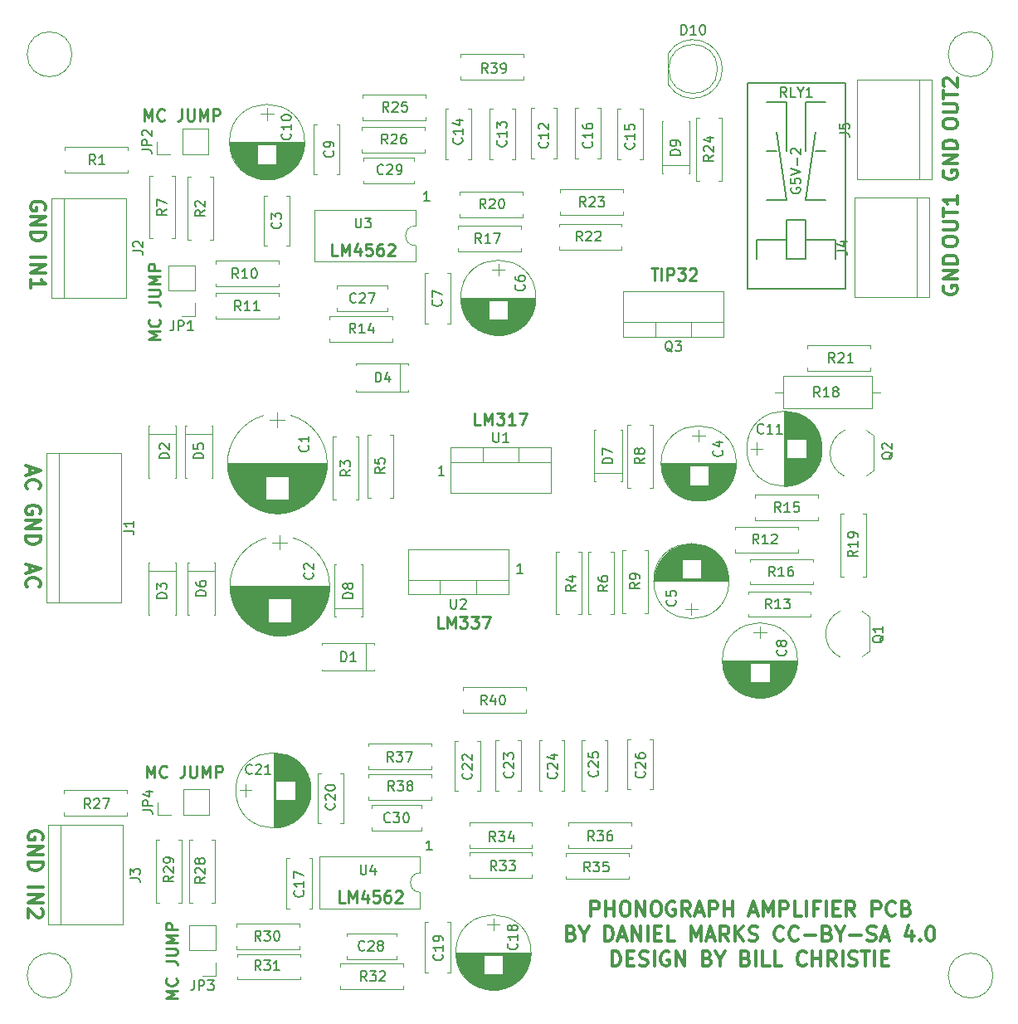
<source format=gbr>
G04 #@! TF.FileFunction,Legend,Top*
%FSLAX46Y46*%
G04 Gerber Fmt 4.6, Leading zero omitted, Abs format (unit mm)*
G04 Created by KiCad (PCBNEW 4.0.7) date 11/16/20 19:29:27*
%MOMM*%
%LPD*%
G01*
G04 APERTURE LIST*
%ADD10C,0.100000*%
%ADD11C,0.200000*%
%ADD12C,0.250000*%
%ADD13C,0.300000*%
%ADD14C,0.120000*%
%ADD15C,0.150000*%
G04 APERTURE END LIST*
D10*
D11*
X97285715Y-82952381D02*
X96714286Y-82952381D01*
X97000000Y-82952381D02*
X97000000Y-81952381D01*
X96904762Y-82095238D01*
X96809524Y-82190476D01*
X96714286Y-82238095D01*
X105285715Y-92952381D02*
X104714286Y-92952381D01*
X105000000Y-92952381D02*
X105000000Y-91952381D01*
X104904762Y-92095238D01*
X104809524Y-92190476D01*
X104714286Y-92238095D01*
X96035715Y-121202381D02*
X95464286Y-121202381D01*
X95750000Y-121202381D02*
X95750000Y-120202381D01*
X95654762Y-120345238D01*
X95559524Y-120440476D01*
X95464286Y-120488095D01*
X95785715Y-54952381D02*
X95214286Y-54952381D01*
X95500000Y-54952381D02*
X95500000Y-53952381D01*
X95404762Y-54095238D01*
X95309524Y-54190476D01*
X95214286Y-54238095D01*
D12*
X118378572Y-61842857D02*
X119064286Y-61842857D01*
X118721429Y-63042857D02*
X118721429Y-61842857D01*
X119464286Y-63042857D02*
X119464286Y-61842857D01*
X120035715Y-63042857D02*
X120035715Y-61842857D01*
X120492858Y-61842857D01*
X120607144Y-61900000D01*
X120664287Y-61957143D01*
X120721430Y-62071429D01*
X120721430Y-62242857D01*
X120664287Y-62357143D01*
X120607144Y-62414286D01*
X120492858Y-62471429D01*
X120035715Y-62471429D01*
X121121430Y-61842857D02*
X121864287Y-61842857D01*
X121464287Y-62300000D01*
X121635715Y-62300000D01*
X121750001Y-62357143D01*
X121807144Y-62414286D01*
X121864287Y-62528571D01*
X121864287Y-62814286D01*
X121807144Y-62928571D01*
X121750001Y-62985714D01*
X121635715Y-63042857D01*
X121292858Y-63042857D01*
X121178572Y-62985714D01*
X121121430Y-62928571D01*
X122321429Y-61957143D02*
X122378572Y-61900000D01*
X122492858Y-61842857D01*
X122778572Y-61842857D01*
X122892858Y-61900000D01*
X122950001Y-61957143D01*
X123007144Y-62071429D01*
X123007144Y-62185714D01*
X122950001Y-62357143D01*
X122264287Y-63042857D01*
X123007144Y-63042857D01*
X97221429Y-98542857D02*
X96650000Y-98542857D01*
X96650000Y-97342857D01*
X97621429Y-98542857D02*
X97621429Y-97342857D01*
X98021429Y-98200000D01*
X98421429Y-97342857D01*
X98421429Y-98542857D01*
X98878573Y-97342857D02*
X99621430Y-97342857D01*
X99221430Y-97800000D01*
X99392858Y-97800000D01*
X99507144Y-97857143D01*
X99564287Y-97914286D01*
X99621430Y-98028571D01*
X99621430Y-98314286D01*
X99564287Y-98428571D01*
X99507144Y-98485714D01*
X99392858Y-98542857D01*
X99050001Y-98542857D01*
X98935715Y-98485714D01*
X98878573Y-98428571D01*
X100021430Y-97342857D02*
X100764287Y-97342857D01*
X100364287Y-97800000D01*
X100535715Y-97800000D01*
X100650001Y-97857143D01*
X100707144Y-97914286D01*
X100764287Y-98028571D01*
X100764287Y-98314286D01*
X100707144Y-98428571D01*
X100650001Y-98485714D01*
X100535715Y-98542857D01*
X100192858Y-98542857D01*
X100078572Y-98485714D01*
X100021430Y-98428571D01*
X101164287Y-97342857D02*
X101964287Y-97342857D01*
X101450001Y-98542857D01*
X100971429Y-77792857D02*
X100400000Y-77792857D01*
X100400000Y-76592857D01*
X101371429Y-77792857D02*
X101371429Y-76592857D01*
X101771429Y-77450000D01*
X102171429Y-76592857D01*
X102171429Y-77792857D01*
X102628573Y-76592857D02*
X103371430Y-76592857D01*
X102971430Y-77050000D01*
X103142858Y-77050000D01*
X103257144Y-77107143D01*
X103314287Y-77164286D01*
X103371430Y-77278571D01*
X103371430Y-77564286D01*
X103314287Y-77678571D01*
X103257144Y-77735714D01*
X103142858Y-77792857D01*
X102800001Y-77792857D01*
X102685715Y-77735714D01*
X102628573Y-77678571D01*
X104514287Y-77792857D02*
X103828572Y-77792857D01*
X104171430Y-77792857D02*
X104171430Y-76592857D01*
X104057144Y-76764286D01*
X103942858Y-76878571D01*
X103828572Y-76935714D01*
X104914287Y-76592857D02*
X105714287Y-76592857D01*
X105200001Y-77792857D01*
X87150000Y-126542857D02*
X86578571Y-126542857D01*
X86578571Y-125342857D01*
X87550000Y-126542857D02*
X87550000Y-125342857D01*
X87950000Y-126200000D01*
X88350000Y-125342857D01*
X88350000Y-126542857D01*
X89435715Y-125742857D02*
X89435715Y-126542857D01*
X89150001Y-125285714D02*
X88864286Y-126142857D01*
X89607144Y-126142857D01*
X90635715Y-125342857D02*
X90064286Y-125342857D01*
X90007143Y-125914286D01*
X90064286Y-125857143D01*
X90178572Y-125800000D01*
X90464286Y-125800000D01*
X90578572Y-125857143D01*
X90635715Y-125914286D01*
X90692858Y-126028571D01*
X90692858Y-126314286D01*
X90635715Y-126428571D01*
X90578572Y-126485714D01*
X90464286Y-126542857D01*
X90178572Y-126542857D01*
X90064286Y-126485714D01*
X90007143Y-126428571D01*
X91721429Y-125342857D02*
X91492858Y-125342857D01*
X91378572Y-125400000D01*
X91321429Y-125457143D01*
X91207143Y-125628571D01*
X91150000Y-125857143D01*
X91150000Y-126314286D01*
X91207143Y-126428571D01*
X91264286Y-126485714D01*
X91378572Y-126542857D01*
X91607143Y-126542857D01*
X91721429Y-126485714D01*
X91778572Y-126428571D01*
X91835715Y-126314286D01*
X91835715Y-126028571D01*
X91778572Y-125914286D01*
X91721429Y-125857143D01*
X91607143Y-125800000D01*
X91378572Y-125800000D01*
X91264286Y-125857143D01*
X91207143Y-125914286D01*
X91150000Y-126028571D01*
X92292857Y-125457143D02*
X92350000Y-125400000D01*
X92464286Y-125342857D01*
X92750000Y-125342857D01*
X92864286Y-125400000D01*
X92921429Y-125457143D01*
X92978572Y-125571429D01*
X92978572Y-125685714D01*
X92921429Y-125857143D01*
X92235715Y-126542857D01*
X92978572Y-126542857D01*
X86400000Y-60542857D02*
X85828571Y-60542857D01*
X85828571Y-59342857D01*
X86800000Y-60542857D02*
X86800000Y-59342857D01*
X87200000Y-60200000D01*
X87600000Y-59342857D01*
X87600000Y-60542857D01*
X88685715Y-59742857D02*
X88685715Y-60542857D01*
X88400001Y-59285714D02*
X88114286Y-60142857D01*
X88857144Y-60142857D01*
X89885715Y-59342857D02*
X89314286Y-59342857D01*
X89257143Y-59914286D01*
X89314286Y-59857143D01*
X89428572Y-59800000D01*
X89714286Y-59800000D01*
X89828572Y-59857143D01*
X89885715Y-59914286D01*
X89942858Y-60028571D01*
X89942858Y-60314286D01*
X89885715Y-60428571D01*
X89828572Y-60485714D01*
X89714286Y-60542857D01*
X89428572Y-60542857D01*
X89314286Y-60485714D01*
X89257143Y-60428571D01*
X90971429Y-59342857D02*
X90742858Y-59342857D01*
X90628572Y-59400000D01*
X90571429Y-59457143D01*
X90457143Y-59628571D01*
X90400000Y-59857143D01*
X90400000Y-60314286D01*
X90457143Y-60428571D01*
X90514286Y-60485714D01*
X90628572Y-60542857D01*
X90857143Y-60542857D01*
X90971429Y-60485714D01*
X91028572Y-60428571D01*
X91085715Y-60314286D01*
X91085715Y-60028571D01*
X91028572Y-59914286D01*
X90971429Y-59857143D01*
X90857143Y-59800000D01*
X90628572Y-59800000D01*
X90514286Y-59857143D01*
X90457143Y-59914286D01*
X90400000Y-60028571D01*
X91542857Y-59457143D02*
X91600000Y-59400000D01*
X91714286Y-59342857D01*
X92000000Y-59342857D01*
X92114286Y-59400000D01*
X92171429Y-59457143D01*
X92228572Y-59571429D01*
X92228572Y-59685714D01*
X92171429Y-59857143D01*
X91485715Y-60542857D01*
X92228572Y-60542857D01*
X70042857Y-136328572D02*
X68842857Y-136328572D01*
X69700000Y-135928572D01*
X68842857Y-135528572D01*
X70042857Y-135528572D01*
X69928571Y-134271428D02*
X69985714Y-134328571D01*
X70042857Y-134500000D01*
X70042857Y-134614286D01*
X69985714Y-134785714D01*
X69871429Y-134900000D01*
X69757143Y-134957143D01*
X69528571Y-135014286D01*
X69357143Y-135014286D01*
X69128571Y-134957143D01*
X69014286Y-134900000D01*
X68900000Y-134785714D01*
X68842857Y-134614286D01*
X68842857Y-134500000D01*
X68900000Y-134328571D01*
X68957143Y-134271428D01*
X68842857Y-132500000D02*
X69700000Y-132500000D01*
X69871429Y-132557142D01*
X69985714Y-132671428D01*
X70042857Y-132842857D01*
X70042857Y-132957142D01*
X68842857Y-131928571D02*
X69814286Y-131928571D01*
X69928571Y-131871428D01*
X69985714Y-131814285D01*
X70042857Y-131699999D01*
X70042857Y-131471428D01*
X69985714Y-131357142D01*
X69928571Y-131299999D01*
X69814286Y-131242856D01*
X68842857Y-131242856D01*
X70042857Y-130671428D02*
X68842857Y-130671428D01*
X69700000Y-130271428D01*
X68842857Y-129871428D01*
X70042857Y-129871428D01*
X70042857Y-129299999D02*
X68842857Y-129299999D01*
X68842857Y-128842856D01*
X68900000Y-128728570D01*
X68957143Y-128671427D01*
X69071429Y-128614284D01*
X69242857Y-128614284D01*
X69357143Y-128671427D01*
X69414286Y-128728570D01*
X69471429Y-128842856D01*
X69471429Y-129299999D01*
X66921428Y-113792857D02*
X66921428Y-112592857D01*
X67321428Y-113450000D01*
X67721428Y-112592857D01*
X67721428Y-113792857D01*
X68978572Y-113678571D02*
X68921429Y-113735714D01*
X68750000Y-113792857D01*
X68635714Y-113792857D01*
X68464286Y-113735714D01*
X68350000Y-113621429D01*
X68292857Y-113507143D01*
X68235714Y-113278571D01*
X68235714Y-113107143D01*
X68292857Y-112878571D01*
X68350000Y-112764286D01*
X68464286Y-112650000D01*
X68635714Y-112592857D01*
X68750000Y-112592857D01*
X68921429Y-112650000D01*
X68978572Y-112707143D01*
X70750000Y-112592857D02*
X70750000Y-113450000D01*
X70692858Y-113621429D01*
X70578572Y-113735714D01*
X70407143Y-113792857D01*
X70292858Y-113792857D01*
X71321429Y-112592857D02*
X71321429Y-113564286D01*
X71378572Y-113678571D01*
X71435715Y-113735714D01*
X71550001Y-113792857D01*
X71778572Y-113792857D01*
X71892858Y-113735714D01*
X71950001Y-113678571D01*
X72007144Y-113564286D01*
X72007144Y-112592857D01*
X72578572Y-113792857D02*
X72578572Y-112592857D01*
X72978572Y-113450000D01*
X73378572Y-112592857D01*
X73378572Y-113792857D01*
X73950001Y-113792857D02*
X73950001Y-112592857D01*
X74407144Y-112592857D01*
X74521430Y-112650000D01*
X74578573Y-112707143D01*
X74635716Y-112821429D01*
X74635716Y-112992857D01*
X74578573Y-113107143D01*
X74521430Y-113164286D01*
X74407144Y-113221429D01*
X73950001Y-113221429D01*
X68292857Y-69078572D02*
X67092857Y-69078572D01*
X67950000Y-68678572D01*
X67092857Y-68278572D01*
X68292857Y-68278572D01*
X68178571Y-67021428D02*
X68235714Y-67078571D01*
X68292857Y-67250000D01*
X68292857Y-67364286D01*
X68235714Y-67535714D01*
X68121429Y-67650000D01*
X68007143Y-67707143D01*
X67778571Y-67764286D01*
X67607143Y-67764286D01*
X67378571Y-67707143D01*
X67264286Y-67650000D01*
X67150000Y-67535714D01*
X67092857Y-67364286D01*
X67092857Y-67250000D01*
X67150000Y-67078571D01*
X67207143Y-67021428D01*
X67092857Y-65250000D02*
X67950000Y-65250000D01*
X68121429Y-65307142D01*
X68235714Y-65421428D01*
X68292857Y-65592857D01*
X68292857Y-65707142D01*
X67092857Y-64678571D02*
X68064286Y-64678571D01*
X68178571Y-64621428D01*
X68235714Y-64564285D01*
X68292857Y-64449999D01*
X68292857Y-64221428D01*
X68235714Y-64107142D01*
X68178571Y-64049999D01*
X68064286Y-63992856D01*
X67092857Y-63992856D01*
X68292857Y-63421428D02*
X67092857Y-63421428D01*
X67950000Y-63021428D01*
X67092857Y-62621428D01*
X68292857Y-62621428D01*
X68292857Y-62049999D02*
X67092857Y-62049999D01*
X67092857Y-61592856D01*
X67150000Y-61478570D01*
X67207143Y-61421427D01*
X67321429Y-61364284D01*
X67492857Y-61364284D01*
X67607143Y-61421427D01*
X67664286Y-61478570D01*
X67721429Y-61592856D01*
X67721429Y-62049999D01*
X66671428Y-46792857D02*
X66671428Y-45592857D01*
X67071428Y-46450000D01*
X67471428Y-45592857D01*
X67471428Y-46792857D01*
X68728572Y-46678571D02*
X68671429Y-46735714D01*
X68500000Y-46792857D01*
X68385714Y-46792857D01*
X68214286Y-46735714D01*
X68100000Y-46621429D01*
X68042857Y-46507143D01*
X67985714Y-46278571D01*
X67985714Y-46107143D01*
X68042857Y-45878571D01*
X68100000Y-45764286D01*
X68214286Y-45650000D01*
X68385714Y-45592857D01*
X68500000Y-45592857D01*
X68671429Y-45650000D01*
X68728572Y-45707143D01*
X70500000Y-45592857D02*
X70500000Y-46450000D01*
X70442858Y-46621429D01*
X70328572Y-46735714D01*
X70157143Y-46792857D01*
X70042858Y-46792857D01*
X71071429Y-45592857D02*
X71071429Y-46564286D01*
X71128572Y-46678571D01*
X71185715Y-46735714D01*
X71300001Y-46792857D01*
X71528572Y-46792857D01*
X71642858Y-46735714D01*
X71700001Y-46678571D01*
X71757144Y-46564286D01*
X71757144Y-45592857D01*
X72328572Y-46792857D02*
X72328572Y-45592857D01*
X72728572Y-46450000D01*
X73128572Y-45592857D01*
X73128572Y-46792857D01*
X73700001Y-46792857D02*
X73700001Y-45592857D01*
X74157144Y-45592857D01*
X74271430Y-45650000D01*
X74328573Y-45707143D01*
X74385716Y-45821429D01*
X74385716Y-45992857D01*
X74328573Y-46107143D01*
X74271430Y-46164286D01*
X74157144Y-46221429D01*
X73700001Y-46221429D01*
D13*
X148178571Y-47214286D02*
X148178571Y-46928572D01*
X148250000Y-46785714D01*
X148392857Y-46642857D01*
X148678571Y-46571429D01*
X149178571Y-46571429D01*
X149464286Y-46642857D01*
X149607143Y-46785714D01*
X149678571Y-46928572D01*
X149678571Y-47214286D01*
X149607143Y-47357143D01*
X149464286Y-47500000D01*
X149178571Y-47571429D01*
X148678571Y-47571429D01*
X148392857Y-47500000D01*
X148250000Y-47357143D01*
X148178571Y-47214286D01*
X148178571Y-45928571D02*
X149392857Y-45928571D01*
X149535714Y-45857143D01*
X149607143Y-45785714D01*
X149678571Y-45642857D01*
X149678571Y-45357143D01*
X149607143Y-45214285D01*
X149535714Y-45142857D01*
X149392857Y-45071428D01*
X148178571Y-45071428D01*
X148178571Y-44571428D02*
X148178571Y-43714285D01*
X149678571Y-44142856D02*
X148178571Y-44142856D01*
X148321429Y-43285714D02*
X148250000Y-43214285D01*
X148178571Y-43071428D01*
X148178571Y-42714285D01*
X148250000Y-42571428D01*
X148321429Y-42499999D01*
X148464286Y-42428571D01*
X148607143Y-42428571D01*
X148821429Y-42499999D01*
X149678571Y-43357142D01*
X149678571Y-42428571D01*
X148178571Y-59214286D02*
X148178571Y-58928572D01*
X148250000Y-58785714D01*
X148392857Y-58642857D01*
X148678571Y-58571429D01*
X149178571Y-58571429D01*
X149464286Y-58642857D01*
X149607143Y-58785714D01*
X149678571Y-58928572D01*
X149678571Y-59214286D01*
X149607143Y-59357143D01*
X149464286Y-59500000D01*
X149178571Y-59571429D01*
X148678571Y-59571429D01*
X148392857Y-59500000D01*
X148250000Y-59357143D01*
X148178571Y-59214286D01*
X148178571Y-57928571D02*
X149392857Y-57928571D01*
X149535714Y-57857143D01*
X149607143Y-57785714D01*
X149678571Y-57642857D01*
X149678571Y-57357143D01*
X149607143Y-57214285D01*
X149535714Y-57142857D01*
X149392857Y-57071428D01*
X148178571Y-57071428D01*
X148178571Y-56571428D02*
X148178571Y-55714285D01*
X149678571Y-56142856D02*
X148178571Y-56142856D01*
X149678571Y-54428571D02*
X149678571Y-55285714D01*
X149678571Y-54857142D02*
X148178571Y-54857142D01*
X148392857Y-54999999D01*
X148535714Y-55142857D01*
X148607143Y-55285714D01*
X148250000Y-63642857D02*
X148178571Y-63785714D01*
X148178571Y-64000000D01*
X148250000Y-64214285D01*
X148392857Y-64357143D01*
X148535714Y-64428571D01*
X148821429Y-64500000D01*
X149035714Y-64500000D01*
X149321429Y-64428571D01*
X149464286Y-64357143D01*
X149607143Y-64214285D01*
X149678571Y-64000000D01*
X149678571Y-63857143D01*
X149607143Y-63642857D01*
X149535714Y-63571428D01*
X149035714Y-63571428D01*
X149035714Y-63857143D01*
X149678571Y-62928571D02*
X148178571Y-62928571D01*
X149678571Y-62071428D01*
X148178571Y-62071428D01*
X149678571Y-61357142D02*
X148178571Y-61357142D01*
X148178571Y-60999999D01*
X148250000Y-60785714D01*
X148392857Y-60642856D01*
X148535714Y-60571428D01*
X148821429Y-60499999D01*
X149035714Y-60499999D01*
X149321429Y-60571428D01*
X149464286Y-60642856D01*
X149607143Y-60785714D01*
X149678571Y-60999999D01*
X149678571Y-61357142D01*
X148250000Y-51892857D02*
X148178571Y-52035714D01*
X148178571Y-52250000D01*
X148250000Y-52464285D01*
X148392857Y-52607143D01*
X148535714Y-52678571D01*
X148821429Y-52750000D01*
X149035714Y-52750000D01*
X149321429Y-52678571D01*
X149464286Y-52607143D01*
X149607143Y-52464285D01*
X149678571Y-52250000D01*
X149678571Y-52107143D01*
X149607143Y-51892857D01*
X149535714Y-51821428D01*
X149035714Y-51821428D01*
X149035714Y-52107143D01*
X149678571Y-51178571D02*
X148178571Y-51178571D01*
X149678571Y-50321428D01*
X148178571Y-50321428D01*
X149678571Y-49607142D02*
X148178571Y-49607142D01*
X148178571Y-49249999D01*
X148250000Y-49035714D01*
X148392857Y-48892856D01*
X148535714Y-48821428D01*
X148821429Y-48749999D01*
X149035714Y-48749999D01*
X149321429Y-48821428D01*
X149464286Y-48892856D01*
X149607143Y-49035714D01*
X149678571Y-49249999D01*
X149678571Y-49607142D01*
X56500000Y-55857143D02*
X56571429Y-55714286D01*
X56571429Y-55500000D01*
X56500000Y-55285715D01*
X56357143Y-55142857D01*
X56214286Y-55071429D01*
X55928571Y-55000000D01*
X55714286Y-55000000D01*
X55428571Y-55071429D01*
X55285714Y-55142857D01*
X55142857Y-55285715D01*
X55071429Y-55500000D01*
X55071429Y-55642857D01*
X55142857Y-55857143D01*
X55214286Y-55928572D01*
X55714286Y-55928572D01*
X55714286Y-55642857D01*
X55071429Y-56571429D02*
X56571429Y-56571429D01*
X55071429Y-57428572D01*
X56571429Y-57428572D01*
X55071429Y-58142858D02*
X56571429Y-58142858D01*
X56571429Y-58500001D01*
X56500000Y-58714286D01*
X56357143Y-58857144D01*
X56214286Y-58928572D01*
X55928571Y-59000001D01*
X55714286Y-59000001D01*
X55428571Y-58928572D01*
X55285714Y-58857144D01*
X55142857Y-58714286D01*
X55071429Y-58500001D01*
X55071429Y-58142858D01*
X55071429Y-60750000D02*
X56571429Y-60750000D01*
X55071429Y-61464286D02*
X56571429Y-61464286D01*
X55071429Y-62321429D01*
X56571429Y-62321429D01*
X55071429Y-63821429D02*
X55071429Y-62964286D01*
X55071429Y-63392858D02*
X56571429Y-63392858D01*
X56357143Y-63250001D01*
X56214286Y-63107143D01*
X56142857Y-62964286D01*
X54821429Y-125000000D02*
X56321429Y-125000000D01*
X54821429Y-125714286D02*
X56321429Y-125714286D01*
X54821429Y-126571429D01*
X56321429Y-126571429D01*
X56178571Y-127214286D02*
X56250000Y-127285715D01*
X56321429Y-127428572D01*
X56321429Y-127785715D01*
X56250000Y-127928572D01*
X56178571Y-128000001D01*
X56035714Y-128071429D01*
X55892857Y-128071429D01*
X55678571Y-128000001D01*
X54821429Y-127142858D01*
X54821429Y-128071429D01*
X56250000Y-120107143D02*
X56321429Y-119964286D01*
X56321429Y-119750000D01*
X56250000Y-119535715D01*
X56107143Y-119392857D01*
X55964286Y-119321429D01*
X55678571Y-119250000D01*
X55464286Y-119250000D01*
X55178571Y-119321429D01*
X55035714Y-119392857D01*
X54892857Y-119535715D01*
X54821429Y-119750000D01*
X54821429Y-119892857D01*
X54892857Y-120107143D01*
X54964286Y-120178572D01*
X55464286Y-120178572D01*
X55464286Y-119892857D01*
X54821429Y-120821429D02*
X56321429Y-120821429D01*
X54821429Y-121678572D01*
X56321429Y-121678572D01*
X54821429Y-122392858D02*
X56321429Y-122392858D01*
X56321429Y-122750001D01*
X56250000Y-122964286D01*
X56107143Y-123107144D01*
X55964286Y-123178572D01*
X55678571Y-123250001D01*
X55464286Y-123250001D01*
X55178571Y-123178572D01*
X55035714Y-123107144D01*
X54892857Y-122964286D01*
X54821429Y-122750001D01*
X54821429Y-122392858D01*
X55000000Y-92142857D02*
X55000000Y-92857143D01*
X54571429Y-92000000D02*
X56071429Y-92500000D01*
X54571429Y-93000000D01*
X54714286Y-94357143D02*
X54642857Y-94285714D01*
X54571429Y-94071428D01*
X54571429Y-93928571D01*
X54642857Y-93714286D01*
X54785714Y-93571428D01*
X54928571Y-93500000D01*
X55214286Y-93428571D01*
X55428571Y-93428571D01*
X55714286Y-93500000D01*
X55857143Y-93571428D01*
X56000000Y-93714286D01*
X56071429Y-93928571D01*
X56071429Y-94071428D01*
X56000000Y-94285714D01*
X55928571Y-94357143D01*
X55000000Y-82142857D02*
X55000000Y-82857143D01*
X54571429Y-82000000D02*
X56071429Y-82500000D01*
X54571429Y-83000000D01*
X54714286Y-84357143D02*
X54642857Y-84285714D01*
X54571429Y-84071428D01*
X54571429Y-83928571D01*
X54642857Y-83714286D01*
X54785714Y-83571428D01*
X54928571Y-83500000D01*
X55214286Y-83428571D01*
X55428571Y-83428571D01*
X55714286Y-83500000D01*
X55857143Y-83571428D01*
X56000000Y-83714286D01*
X56071429Y-83928571D01*
X56071429Y-84071428D01*
X56000000Y-84285714D01*
X55928571Y-84357143D01*
X56000000Y-86857143D02*
X56071429Y-86714286D01*
X56071429Y-86500000D01*
X56000000Y-86285715D01*
X55857143Y-86142857D01*
X55714286Y-86071429D01*
X55428571Y-86000000D01*
X55214286Y-86000000D01*
X54928571Y-86071429D01*
X54785714Y-86142857D01*
X54642857Y-86285715D01*
X54571429Y-86500000D01*
X54571429Y-86642857D01*
X54642857Y-86857143D01*
X54714286Y-86928572D01*
X55214286Y-86928572D01*
X55214286Y-86642857D01*
X54571429Y-87571429D02*
X56071429Y-87571429D01*
X54571429Y-88428572D01*
X56071429Y-88428572D01*
X54571429Y-89142858D02*
X56071429Y-89142858D01*
X56071429Y-89500001D01*
X56000000Y-89714286D01*
X55857143Y-89857144D01*
X55714286Y-89928572D01*
X55428571Y-90000001D01*
X55214286Y-90000001D01*
X54928571Y-89928572D01*
X54785714Y-89857144D01*
X54642857Y-89714286D01*
X54571429Y-89500001D01*
X54571429Y-89142858D01*
X112249999Y-127928571D02*
X112249999Y-126428571D01*
X112821427Y-126428571D01*
X112964285Y-126500000D01*
X113035713Y-126571429D01*
X113107142Y-126714286D01*
X113107142Y-126928571D01*
X113035713Y-127071429D01*
X112964285Y-127142857D01*
X112821427Y-127214286D01*
X112249999Y-127214286D01*
X113749999Y-127928571D02*
X113749999Y-126428571D01*
X113749999Y-127142857D02*
X114607142Y-127142857D01*
X114607142Y-127928571D02*
X114607142Y-126428571D01*
X115607142Y-126428571D02*
X115892856Y-126428571D01*
X116035714Y-126500000D01*
X116178571Y-126642857D01*
X116249999Y-126928571D01*
X116249999Y-127428571D01*
X116178571Y-127714286D01*
X116035714Y-127857143D01*
X115892856Y-127928571D01*
X115607142Y-127928571D01*
X115464285Y-127857143D01*
X115321428Y-127714286D01*
X115249999Y-127428571D01*
X115249999Y-126928571D01*
X115321428Y-126642857D01*
X115464285Y-126500000D01*
X115607142Y-126428571D01*
X116892857Y-127928571D02*
X116892857Y-126428571D01*
X117750000Y-127928571D01*
X117750000Y-126428571D01*
X118750000Y-126428571D02*
X119035714Y-126428571D01*
X119178572Y-126500000D01*
X119321429Y-126642857D01*
X119392857Y-126928571D01*
X119392857Y-127428571D01*
X119321429Y-127714286D01*
X119178572Y-127857143D01*
X119035714Y-127928571D01*
X118750000Y-127928571D01*
X118607143Y-127857143D01*
X118464286Y-127714286D01*
X118392857Y-127428571D01*
X118392857Y-126928571D01*
X118464286Y-126642857D01*
X118607143Y-126500000D01*
X118750000Y-126428571D01*
X120821429Y-126500000D02*
X120678572Y-126428571D01*
X120464286Y-126428571D01*
X120250001Y-126500000D01*
X120107143Y-126642857D01*
X120035715Y-126785714D01*
X119964286Y-127071429D01*
X119964286Y-127285714D01*
X120035715Y-127571429D01*
X120107143Y-127714286D01*
X120250001Y-127857143D01*
X120464286Y-127928571D01*
X120607143Y-127928571D01*
X120821429Y-127857143D01*
X120892858Y-127785714D01*
X120892858Y-127285714D01*
X120607143Y-127285714D01*
X122392858Y-127928571D02*
X121892858Y-127214286D01*
X121535715Y-127928571D02*
X121535715Y-126428571D01*
X122107143Y-126428571D01*
X122250001Y-126500000D01*
X122321429Y-126571429D01*
X122392858Y-126714286D01*
X122392858Y-126928571D01*
X122321429Y-127071429D01*
X122250001Y-127142857D01*
X122107143Y-127214286D01*
X121535715Y-127214286D01*
X122964286Y-127500000D02*
X123678572Y-127500000D01*
X122821429Y-127928571D02*
X123321429Y-126428571D01*
X123821429Y-127928571D01*
X124321429Y-127928571D02*
X124321429Y-126428571D01*
X124892857Y-126428571D01*
X125035715Y-126500000D01*
X125107143Y-126571429D01*
X125178572Y-126714286D01*
X125178572Y-126928571D01*
X125107143Y-127071429D01*
X125035715Y-127142857D01*
X124892857Y-127214286D01*
X124321429Y-127214286D01*
X125821429Y-127928571D02*
X125821429Y-126428571D01*
X125821429Y-127142857D02*
X126678572Y-127142857D01*
X126678572Y-127928571D02*
X126678572Y-126428571D01*
X128464286Y-127500000D02*
X129178572Y-127500000D01*
X128321429Y-127928571D02*
X128821429Y-126428571D01*
X129321429Y-127928571D01*
X129821429Y-127928571D02*
X129821429Y-126428571D01*
X130321429Y-127500000D01*
X130821429Y-126428571D01*
X130821429Y-127928571D01*
X131535715Y-127928571D02*
X131535715Y-126428571D01*
X132107143Y-126428571D01*
X132250001Y-126500000D01*
X132321429Y-126571429D01*
X132392858Y-126714286D01*
X132392858Y-126928571D01*
X132321429Y-127071429D01*
X132250001Y-127142857D01*
X132107143Y-127214286D01*
X131535715Y-127214286D01*
X133750001Y-127928571D02*
X133035715Y-127928571D01*
X133035715Y-126428571D01*
X134250001Y-127928571D02*
X134250001Y-126428571D01*
X135464287Y-127142857D02*
X134964287Y-127142857D01*
X134964287Y-127928571D02*
X134964287Y-126428571D01*
X135678573Y-126428571D01*
X136250001Y-127928571D02*
X136250001Y-126428571D01*
X136964287Y-127142857D02*
X137464287Y-127142857D01*
X137678573Y-127928571D02*
X136964287Y-127928571D01*
X136964287Y-126428571D01*
X137678573Y-126428571D01*
X139178573Y-127928571D02*
X138678573Y-127214286D01*
X138321430Y-127928571D02*
X138321430Y-126428571D01*
X138892858Y-126428571D01*
X139035716Y-126500000D01*
X139107144Y-126571429D01*
X139178573Y-126714286D01*
X139178573Y-126928571D01*
X139107144Y-127071429D01*
X139035716Y-127142857D01*
X138892858Y-127214286D01*
X138321430Y-127214286D01*
X140964287Y-127928571D02*
X140964287Y-126428571D01*
X141535715Y-126428571D01*
X141678573Y-126500000D01*
X141750001Y-126571429D01*
X141821430Y-126714286D01*
X141821430Y-126928571D01*
X141750001Y-127071429D01*
X141678573Y-127142857D01*
X141535715Y-127214286D01*
X140964287Y-127214286D01*
X143321430Y-127785714D02*
X143250001Y-127857143D01*
X143035715Y-127928571D01*
X142892858Y-127928571D01*
X142678573Y-127857143D01*
X142535715Y-127714286D01*
X142464287Y-127571429D01*
X142392858Y-127285714D01*
X142392858Y-127071429D01*
X142464287Y-126785714D01*
X142535715Y-126642857D01*
X142678573Y-126500000D01*
X142892858Y-126428571D01*
X143035715Y-126428571D01*
X143250001Y-126500000D01*
X143321430Y-126571429D01*
X144464287Y-127142857D02*
X144678573Y-127214286D01*
X144750001Y-127285714D01*
X144821430Y-127428571D01*
X144821430Y-127642857D01*
X144750001Y-127785714D01*
X144678573Y-127857143D01*
X144535715Y-127928571D01*
X143964287Y-127928571D01*
X143964287Y-126428571D01*
X144464287Y-126428571D01*
X144607144Y-126500000D01*
X144678573Y-126571429D01*
X144750001Y-126714286D01*
X144750001Y-126857143D01*
X144678573Y-127000000D01*
X144607144Y-127071429D01*
X144464287Y-127142857D01*
X143964287Y-127142857D01*
X110250001Y-129692857D02*
X110464287Y-129764286D01*
X110535715Y-129835714D01*
X110607144Y-129978571D01*
X110607144Y-130192857D01*
X110535715Y-130335714D01*
X110464287Y-130407143D01*
X110321429Y-130478571D01*
X109750001Y-130478571D01*
X109750001Y-128978571D01*
X110250001Y-128978571D01*
X110392858Y-129050000D01*
X110464287Y-129121429D01*
X110535715Y-129264286D01*
X110535715Y-129407143D01*
X110464287Y-129550000D01*
X110392858Y-129621429D01*
X110250001Y-129692857D01*
X109750001Y-129692857D01*
X111535715Y-129764286D02*
X111535715Y-130478571D01*
X111035715Y-128978571D02*
X111535715Y-129764286D01*
X112035715Y-128978571D01*
X113678572Y-130478571D02*
X113678572Y-128978571D01*
X114035715Y-128978571D01*
X114250000Y-129050000D01*
X114392858Y-129192857D01*
X114464286Y-129335714D01*
X114535715Y-129621429D01*
X114535715Y-129835714D01*
X114464286Y-130121429D01*
X114392858Y-130264286D01*
X114250000Y-130407143D01*
X114035715Y-130478571D01*
X113678572Y-130478571D01*
X115107143Y-130050000D02*
X115821429Y-130050000D01*
X114964286Y-130478571D02*
X115464286Y-128978571D01*
X115964286Y-130478571D01*
X116464286Y-130478571D02*
X116464286Y-128978571D01*
X117321429Y-130478571D01*
X117321429Y-128978571D01*
X118035715Y-130478571D02*
X118035715Y-128978571D01*
X118750001Y-129692857D02*
X119250001Y-129692857D01*
X119464287Y-130478571D02*
X118750001Y-130478571D01*
X118750001Y-128978571D01*
X119464287Y-128978571D01*
X120821430Y-130478571D02*
X120107144Y-130478571D01*
X120107144Y-128978571D01*
X122464287Y-130478571D02*
X122464287Y-128978571D01*
X122964287Y-130050000D01*
X123464287Y-128978571D01*
X123464287Y-130478571D01*
X124107144Y-130050000D02*
X124821430Y-130050000D01*
X123964287Y-130478571D02*
X124464287Y-128978571D01*
X124964287Y-130478571D01*
X126321430Y-130478571D02*
X125821430Y-129764286D01*
X125464287Y-130478571D02*
X125464287Y-128978571D01*
X126035715Y-128978571D01*
X126178573Y-129050000D01*
X126250001Y-129121429D01*
X126321430Y-129264286D01*
X126321430Y-129478571D01*
X126250001Y-129621429D01*
X126178573Y-129692857D01*
X126035715Y-129764286D01*
X125464287Y-129764286D01*
X126964287Y-130478571D02*
X126964287Y-128978571D01*
X127821430Y-130478571D02*
X127178573Y-129621429D01*
X127821430Y-128978571D02*
X126964287Y-129835714D01*
X128392858Y-130407143D02*
X128607144Y-130478571D01*
X128964287Y-130478571D01*
X129107144Y-130407143D01*
X129178573Y-130335714D01*
X129250001Y-130192857D01*
X129250001Y-130050000D01*
X129178573Y-129907143D01*
X129107144Y-129835714D01*
X128964287Y-129764286D01*
X128678573Y-129692857D01*
X128535715Y-129621429D01*
X128464287Y-129550000D01*
X128392858Y-129407143D01*
X128392858Y-129264286D01*
X128464287Y-129121429D01*
X128535715Y-129050000D01*
X128678573Y-128978571D01*
X129035715Y-128978571D01*
X129250001Y-129050000D01*
X131892858Y-130335714D02*
X131821429Y-130407143D01*
X131607143Y-130478571D01*
X131464286Y-130478571D01*
X131250001Y-130407143D01*
X131107143Y-130264286D01*
X131035715Y-130121429D01*
X130964286Y-129835714D01*
X130964286Y-129621429D01*
X131035715Y-129335714D01*
X131107143Y-129192857D01*
X131250001Y-129050000D01*
X131464286Y-128978571D01*
X131607143Y-128978571D01*
X131821429Y-129050000D01*
X131892858Y-129121429D01*
X133392858Y-130335714D02*
X133321429Y-130407143D01*
X133107143Y-130478571D01*
X132964286Y-130478571D01*
X132750001Y-130407143D01*
X132607143Y-130264286D01*
X132535715Y-130121429D01*
X132464286Y-129835714D01*
X132464286Y-129621429D01*
X132535715Y-129335714D01*
X132607143Y-129192857D01*
X132750001Y-129050000D01*
X132964286Y-128978571D01*
X133107143Y-128978571D01*
X133321429Y-129050000D01*
X133392858Y-129121429D01*
X134035715Y-129907143D02*
X135178572Y-129907143D01*
X136392858Y-129692857D02*
X136607144Y-129764286D01*
X136678572Y-129835714D01*
X136750001Y-129978571D01*
X136750001Y-130192857D01*
X136678572Y-130335714D01*
X136607144Y-130407143D01*
X136464286Y-130478571D01*
X135892858Y-130478571D01*
X135892858Y-128978571D01*
X136392858Y-128978571D01*
X136535715Y-129050000D01*
X136607144Y-129121429D01*
X136678572Y-129264286D01*
X136678572Y-129407143D01*
X136607144Y-129550000D01*
X136535715Y-129621429D01*
X136392858Y-129692857D01*
X135892858Y-129692857D01*
X137678572Y-129764286D02*
X137678572Y-130478571D01*
X137178572Y-128978571D02*
X137678572Y-129764286D01*
X138178572Y-128978571D01*
X138678572Y-129907143D02*
X139821429Y-129907143D01*
X140464286Y-130407143D02*
X140678572Y-130478571D01*
X141035715Y-130478571D01*
X141178572Y-130407143D01*
X141250001Y-130335714D01*
X141321429Y-130192857D01*
X141321429Y-130050000D01*
X141250001Y-129907143D01*
X141178572Y-129835714D01*
X141035715Y-129764286D01*
X140750001Y-129692857D01*
X140607143Y-129621429D01*
X140535715Y-129550000D01*
X140464286Y-129407143D01*
X140464286Y-129264286D01*
X140535715Y-129121429D01*
X140607143Y-129050000D01*
X140750001Y-128978571D01*
X141107143Y-128978571D01*
X141321429Y-129050000D01*
X141892857Y-130050000D02*
X142607143Y-130050000D01*
X141750000Y-130478571D02*
X142250000Y-128978571D01*
X142750000Y-130478571D01*
X145035714Y-129478571D02*
X145035714Y-130478571D01*
X144678571Y-128907143D02*
X144321428Y-129978571D01*
X145250000Y-129978571D01*
X145821428Y-130335714D02*
X145892856Y-130407143D01*
X145821428Y-130478571D01*
X145749999Y-130407143D01*
X145821428Y-130335714D01*
X145821428Y-130478571D01*
X146821428Y-128978571D02*
X146964285Y-128978571D01*
X147107142Y-129050000D01*
X147178571Y-129121429D01*
X147250000Y-129264286D01*
X147321428Y-129550000D01*
X147321428Y-129907143D01*
X147250000Y-130192857D01*
X147178571Y-130335714D01*
X147107142Y-130407143D01*
X146964285Y-130478571D01*
X146821428Y-130478571D01*
X146678571Y-130407143D01*
X146607142Y-130335714D01*
X146535714Y-130192857D01*
X146464285Y-129907143D01*
X146464285Y-129550000D01*
X146535714Y-129264286D01*
X146607142Y-129121429D01*
X146678571Y-129050000D01*
X146821428Y-128978571D01*
X114428571Y-133028571D02*
X114428571Y-131528571D01*
X114785714Y-131528571D01*
X114999999Y-131600000D01*
X115142857Y-131742857D01*
X115214285Y-131885714D01*
X115285714Y-132171429D01*
X115285714Y-132385714D01*
X115214285Y-132671429D01*
X115142857Y-132814286D01*
X114999999Y-132957143D01*
X114785714Y-133028571D01*
X114428571Y-133028571D01*
X115928571Y-132242857D02*
X116428571Y-132242857D01*
X116642857Y-133028571D02*
X115928571Y-133028571D01*
X115928571Y-131528571D01*
X116642857Y-131528571D01*
X117214285Y-132957143D02*
X117428571Y-133028571D01*
X117785714Y-133028571D01*
X117928571Y-132957143D01*
X118000000Y-132885714D01*
X118071428Y-132742857D01*
X118071428Y-132600000D01*
X118000000Y-132457143D01*
X117928571Y-132385714D01*
X117785714Y-132314286D01*
X117500000Y-132242857D01*
X117357142Y-132171429D01*
X117285714Y-132100000D01*
X117214285Y-131957143D01*
X117214285Y-131814286D01*
X117285714Y-131671429D01*
X117357142Y-131600000D01*
X117500000Y-131528571D01*
X117857142Y-131528571D01*
X118071428Y-131600000D01*
X118714285Y-133028571D02*
X118714285Y-131528571D01*
X120214285Y-131600000D02*
X120071428Y-131528571D01*
X119857142Y-131528571D01*
X119642857Y-131600000D01*
X119499999Y-131742857D01*
X119428571Y-131885714D01*
X119357142Y-132171429D01*
X119357142Y-132385714D01*
X119428571Y-132671429D01*
X119499999Y-132814286D01*
X119642857Y-132957143D01*
X119857142Y-133028571D01*
X119999999Y-133028571D01*
X120214285Y-132957143D01*
X120285714Y-132885714D01*
X120285714Y-132385714D01*
X119999999Y-132385714D01*
X120928571Y-133028571D02*
X120928571Y-131528571D01*
X121785714Y-133028571D01*
X121785714Y-131528571D01*
X124142857Y-132242857D02*
X124357143Y-132314286D01*
X124428571Y-132385714D01*
X124500000Y-132528571D01*
X124500000Y-132742857D01*
X124428571Y-132885714D01*
X124357143Y-132957143D01*
X124214285Y-133028571D01*
X123642857Y-133028571D01*
X123642857Y-131528571D01*
X124142857Y-131528571D01*
X124285714Y-131600000D01*
X124357143Y-131671429D01*
X124428571Y-131814286D01*
X124428571Y-131957143D01*
X124357143Y-132100000D01*
X124285714Y-132171429D01*
X124142857Y-132242857D01*
X123642857Y-132242857D01*
X125428571Y-132314286D02*
X125428571Y-133028571D01*
X124928571Y-131528571D02*
X125428571Y-132314286D01*
X125928571Y-131528571D01*
X128071428Y-132242857D02*
X128285714Y-132314286D01*
X128357142Y-132385714D01*
X128428571Y-132528571D01*
X128428571Y-132742857D01*
X128357142Y-132885714D01*
X128285714Y-132957143D01*
X128142856Y-133028571D01*
X127571428Y-133028571D01*
X127571428Y-131528571D01*
X128071428Y-131528571D01*
X128214285Y-131600000D01*
X128285714Y-131671429D01*
X128357142Y-131814286D01*
X128357142Y-131957143D01*
X128285714Y-132100000D01*
X128214285Y-132171429D01*
X128071428Y-132242857D01*
X127571428Y-132242857D01*
X129071428Y-133028571D02*
X129071428Y-131528571D01*
X130500000Y-133028571D02*
X129785714Y-133028571D01*
X129785714Y-131528571D01*
X131714286Y-133028571D02*
X131000000Y-133028571D01*
X131000000Y-131528571D01*
X134214286Y-132885714D02*
X134142857Y-132957143D01*
X133928571Y-133028571D01*
X133785714Y-133028571D01*
X133571429Y-132957143D01*
X133428571Y-132814286D01*
X133357143Y-132671429D01*
X133285714Y-132385714D01*
X133285714Y-132171429D01*
X133357143Y-131885714D01*
X133428571Y-131742857D01*
X133571429Y-131600000D01*
X133785714Y-131528571D01*
X133928571Y-131528571D01*
X134142857Y-131600000D01*
X134214286Y-131671429D01*
X134857143Y-133028571D02*
X134857143Y-131528571D01*
X134857143Y-132242857D02*
X135714286Y-132242857D01*
X135714286Y-133028571D02*
X135714286Y-131528571D01*
X137285715Y-133028571D02*
X136785715Y-132314286D01*
X136428572Y-133028571D02*
X136428572Y-131528571D01*
X137000000Y-131528571D01*
X137142858Y-131600000D01*
X137214286Y-131671429D01*
X137285715Y-131814286D01*
X137285715Y-132028571D01*
X137214286Y-132171429D01*
X137142858Y-132242857D01*
X137000000Y-132314286D01*
X136428572Y-132314286D01*
X137928572Y-133028571D02*
X137928572Y-131528571D01*
X138571429Y-132957143D02*
X138785715Y-133028571D01*
X139142858Y-133028571D01*
X139285715Y-132957143D01*
X139357144Y-132885714D01*
X139428572Y-132742857D01*
X139428572Y-132600000D01*
X139357144Y-132457143D01*
X139285715Y-132385714D01*
X139142858Y-132314286D01*
X138857144Y-132242857D01*
X138714286Y-132171429D01*
X138642858Y-132100000D01*
X138571429Y-131957143D01*
X138571429Y-131814286D01*
X138642858Y-131671429D01*
X138714286Y-131600000D01*
X138857144Y-131528571D01*
X139214286Y-131528571D01*
X139428572Y-131600000D01*
X139857143Y-131528571D02*
X140714286Y-131528571D01*
X140285715Y-133028571D02*
X140285715Y-131528571D01*
X141214286Y-133028571D02*
X141214286Y-131528571D01*
X141928572Y-132242857D02*
X142428572Y-132242857D01*
X142642858Y-133028571D02*
X141928572Y-133028571D01*
X141928572Y-131528571D01*
X142642858Y-131528571D01*
D14*
X81633264Y-86648437D02*
G75*
G03X81630000Y-76850643I-1383264J4898437D01*
G01*
X78866736Y-86648437D02*
G75*
G02X78870000Y-76850643I1383264J4898437D01*
G01*
X78866736Y-86648437D02*
G75*
G03X81630000Y-86649357I1383264J4898437D01*
G01*
X85300000Y-81750000D02*
X75200000Y-81750000D01*
X85300000Y-81790000D02*
X75200000Y-81790000D01*
X85300000Y-81830000D02*
X75200000Y-81830000D01*
X85299000Y-81870000D02*
X75201000Y-81870000D01*
X85298000Y-81910000D02*
X75202000Y-81910000D01*
X85297000Y-81950000D02*
X75203000Y-81950000D01*
X85295000Y-81990000D02*
X75205000Y-81990000D01*
X85293000Y-82030000D02*
X75207000Y-82030000D01*
X85290000Y-82070000D02*
X75210000Y-82070000D01*
X85288000Y-82110000D02*
X75212000Y-82110000D01*
X85285000Y-82150000D02*
X75215000Y-82150000D01*
X85281000Y-82190000D02*
X75219000Y-82190000D01*
X85278000Y-82230000D02*
X75222000Y-82230000D01*
X85274000Y-82270000D02*
X75226000Y-82270000D01*
X85270000Y-82310000D02*
X75230000Y-82310000D01*
X85265000Y-82350000D02*
X75235000Y-82350000D01*
X85260000Y-82390000D02*
X75240000Y-82390000D01*
X85255000Y-82430000D02*
X75245000Y-82430000D01*
X85249000Y-82471000D02*
X75251000Y-82471000D01*
X85243000Y-82511000D02*
X75257000Y-82511000D01*
X85237000Y-82551000D02*
X75263000Y-82551000D01*
X85231000Y-82591000D02*
X75269000Y-82591000D01*
X85224000Y-82631000D02*
X75276000Y-82631000D01*
X85217000Y-82671000D02*
X75283000Y-82671000D01*
X85209000Y-82711000D02*
X75291000Y-82711000D01*
X85201000Y-82751000D02*
X75299000Y-82751000D01*
X85193000Y-82791000D02*
X75307000Y-82791000D01*
X85185000Y-82831000D02*
X75315000Y-82831000D01*
X85176000Y-82871000D02*
X75324000Y-82871000D01*
X85167000Y-82911000D02*
X75333000Y-82911000D01*
X85157000Y-82951000D02*
X75343000Y-82951000D01*
X85147000Y-82991000D02*
X75353000Y-82991000D01*
X85137000Y-83031000D02*
X75363000Y-83031000D01*
X85126000Y-83071000D02*
X81431000Y-83071000D01*
X79069000Y-83071000D02*
X75374000Y-83071000D01*
X85115000Y-83111000D02*
X81431000Y-83111000D01*
X79069000Y-83111000D02*
X75385000Y-83111000D01*
X85104000Y-83151000D02*
X81431000Y-83151000D01*
X79069000Y-83151000D02*
X75396000Y-83151000D01*
X85093000Y-83191000D02*
X81431000Y-83191000D01*
X79069000Y-83191000D02*
X75407000Y-83191000D01*
X85081000Y-83231000D02*
X81431000Y-83231000D01*
X79069000Y-83231000D02*
X75419000Y-83231000D01*
X85068000Y-83271000D02*
X81431000Y-83271000D01*
X79069000Y-83271000D02*
X75432000Y-83271000D01*
X85056000Y-83311000D02*
X81431000Y-83311000D01*
X79069000Y-83311000D02*
X75444000Y-83311000D01*
X85042000Y-83351000D02*
X81431000Y-83351000D01*
X79069000Y-83351000D02*
X75458000Y-83351000D01*
X85029000Y-83391000D02*
X81431000Y-83391000D01*
X79069000Y-83391000D02*
X75471000Y-83391000D01*
X85015000Y-83431000D02*
X81431000Y-83431000D01*
X79069000Y-83431000D02*
X75485000Y-83431000D01*
X85001000Y-83471000D02*
X81431000Y-83471000D01*
X79069000Y-83471000D02*
X75499000Y-83471000D01*
X84987000Y-83511000D02*
X81431000Y-83511000D01*
X79069000Y-83511000D02*
X75513000Y-83511000D01*
X84972000Y-83551000D02*
X81431000Y-83551000D01*
X79069000Y-83551000D02*
X75528000Y-83551000D01*
X84956000Y-83591000D02*
X81431000Y-83591000D01*
X79069000Y-83591000D02*
X75544000Y-83591000D01*
X84941000Y-83631000D02*
X81431000Y-83631000D01*
X79069000Y-83631000D02*
X75559000Y-83631000D01*
X84924000Y-83671000D02*
X81431000Y-83671000D01*
X79069000Y-83671000D02*
X75576000Y-83671000D01*
X84908000Y-83711000D02*
X81431000Y-83711000D01*
X79069000Y-83711000D02*
X75592000Y-83711000D01*
X84891000Y-83751000D02*
X81431000Y-83751000D01*
X79069000Y-83751000D02*
X75609000Y-83751000D01*
X84874000Y-83791000D02*
X81431000Y-83791000D01*
X79069000Y-83791000D02*
X75626000Y-83791000D01*
X84856000Y-83831000D02*
X81431000Y-83831000D01*
X79069000Y-83831000D02*
X75644000Y-83831000D01*
X84838000Y-83871000D02*
X81431000Y-83871000D01*
X79069000Y-83871000D02*
X75662000Y-83871000D01*
X84819000Y-83911000D02*
X81431000Y-83911000D01*
X79069000Y-83911000D02*
X75681000Y-83911000D01*
X84800000Y-83951000D02*
X81431000Y-83951000D01*
X79069000Y-83951000D02*
X75700000Y-83951000D01*
X84781000Y-83991000D02*
X81431000Y-83991000D01*
X79069000Y-83991000D02*
X75719000Y-83991000D01*
X84761000Y-84031000D02*
X81431000Y-84031000D01*
X79069000Y-84031000D02*
X75739000Y-84031000D01*
X84741000Y-84071000D02*
X81431000Y-84071000D01*
X79069000Y-84071000D02*
X75759000Y-84071000D01*
X84720000Y-84111000D02*
X81431000Y-84111000D01*
X79069000Y-84111000D02*
X75780000Y-84111000D01*
X84699000Y-84151000D02*
X81431000Y-84151000D01*
X79069000Y-84151000D02*
X75801000Y-84151000D01*
X84678000Y-84191000D02*
X81431000Y-84191000D01*
X79069000Y-84191000D02*
X75822000Y-84191000D01*
X84655000Y-84231000D02*
X81431000Y-84231000D01*
X79069000Y-84231000D02*
X75845000Y-84231000D01*
X84633000Y-84271000D02*
X81431000Y-84271000D01*
X79069000Y-84271000D02*
X75867000Y-84271000D01*
X84610000Y-84311000D02*
X81431000Y-84311000D01*
X79069000Y-84311000D02*
X75890000Y-84311000D01*
X84586000Y-84351000D02*
X81431000Y-84351000D01*
X79069000Y-84351000D02*
X75914000Y-84351000D01*
X84562000Y-84391000D02*
X81431000Y-84391000D01*
X79069000Y-84391000D02*
X75938000Y-84391000D01*
X84538000Y-84431000D02*
X81431000Y-84431000D01*
X79069000Y-84431000D02*
X75962000Y-84431000D01*
X84513000Y-84471000D02*
X81431000Y-84471000D01*
X79069000Y-84471000D02*
X75987000Y-84471000D01*
X84487000Y-84511000D02*
X81431000Y-84511000D01*
X79069000Y-84511000D02*
X76013000Y-84511000D01*
X84461000Y-84551000D02*
X81431000Y-84551000D01*
X79069000Y-84551000D02*
X76039000Y-84551000D01*
X84435000Y-84591000D02*
X81431000Y-84591000D01*
X79069000Y-84591000D02*
X76065000Y-84591000D01*
X84407000Y-84631000D02*
X81431000Y-84631000D01*
X79069000Y-84631000D02*
X76093000Y-84631000D01*
X84380000Y-84671000D02*
X81431000Y-84671000D01*
X79069000Y-84671000D02*
X76120000Y-84671000D01*
X84351000Y-84711000D02*
X81431000Y-84711000D01*
X79069000Y-84711000D02*
X76149000Y-84711000D01*
X84322000Y-84751000D02*
X81431000Y-84751000D01*
X79069000Y-84751000D02*
X76178000Y-84751000D01*
X84293000Y-84791000D02*
X81431000Y-84791000D01*
X79069000Y-84791000D02*
X76207000Y-84791000D01*
X84263000Y-84831000D02*
X81431000Y-84831000D01*
X79069000Y-84831000D02*
X76237000Y-84831000D01*
X84232000Y-84871000D02*
X81431000Y-84871000D01*
X79069000Y-84871000D02*
X76268000Y-84871000D01*
X84201000Y-84911000D02*
X81431000Y-84911000D01*
X79069000Y-84911000D02*
X76299000Y-84911000D01*
X84169000Y-84951000D02*
X81431000Y-84951000D01*
X79069000Y-84951000D02*
X76331000Y-84951000D01*
X84136000Y-84991000D02*
X81431000Y-84991000D01*
X79069000Y-84991000D02*
X76364000Y-84991000D01*
X84103000Y-85031000D02*
X81431000Y-85031000D01*
X79069000Y-85031000D02*
X76397000Y-85031000D01*
X84069000Y-85071000D02*
X81431000Y-85071000D01*
X79069000Y-85071000D02*
X76431000Y-85071000D01*
X84034000Y-85111000D02*
X81431000Y-85111000D01*
X79069000Y-85111000D02*
X76466000Y-85111000D01*
X83998000Y-85151000D02*
X81431000Y-85151000D01*
X79069000Y-85151000D02*
X76502000Y-85151000D01*
X83962000Y-85191000D02*
X81431000Y-85191000D01*
X79069000Y-85191000D02*
X76538000Y-85191000D01*
X83925000Y-85231000D02*
X81431000Y-85231000D01*
X79069000Y-85231000D02*
X76575000Y-85231000D01*
X83887000Y-85271000D02*
X81431000Y-85271000D01*
X79069000Y-85271000D02*
X76613000Y-85271000D01*
X83848000Y-85311000D02*
X81431000Y-85311000D01*
X79069000Y-85311000D02*
X76652000Y-85311000D01*
X83809000Y-85351000D02*
X81431000Y-85351000D01*
X79069000Y-85351000D02*
X76691000Y-85351000D01*
X83768000Y-85391000D02*
X81431000Y-85391000D01*
X79069000Y-85391000D02*
X76732000Y-85391000D01*
X83727000Y-85431000D02*
X76773000Y-85431000D01*
X83685000Y-85471000D02*
X76815000Y-85471000D01*
X83641000Y-85511000D02*
X76859000Y-85511000D01*
X83597000Y-85551000D02*
X76903000Y-85551000D01*
X83552000Y-85591000D02*
X76948000Y-85591000D01*
X83505000Y-85631000D02*
X76995000Y-85631000D01*
X83457000Y-85671000D02*
X77043000Y-85671000D01*
X83408000Y-85711000D02*
X77092000Y-85711000D01*
X83358000Y-85751000D02*
X77142000Y-85751000D01*
X83307000Y-85791000D02*
X77193000Y-85791000D01*
X83254000Y-85831000D02*
X77246000Y-85831000D01*
X83199000Y-85871000D02*
X77301000Y-85871000D01*
X83144000Y-85911000D02*
X77356000Y-85911000D01*
X83086000Y-85951000D02*
X77414000Y-85951000D01*
X83027000Y-85991000D02*
X77473000Y-85991000D01*
X82965000Y-86031000D02*
X77535000Y-86031000D01*
X82902000Y-86071000D02*
X77598000Y-86071000D01*
X82837000Y-86111000D02*
X77663000Y-86111000D01*
X82769000Y-86151000D02*
X77731000Y-86151000D01*
X82699000Y-86191000D02*
X77801000Y-86191000D01*
X82627000Y-86231000D02*
X77873000Y-86231000D01*
X82551000Y-86271000D02*
X77949000Y-86271000D01*
X82472000Y-86311000D02*
X78028000Y-86311000D01*
X82390000Y-86351000D02*
X78110000Y-86351000D01*
X82303000Y-86391000D02*
X78197000Y-86391000D01*
X82212000Y-86431000D02*
X78288000Y-86431000D01*
X82116000Y-86471000D02*
X78384000Y-86471000D01*
X82013000Y-86511000D02*
X78487000Y-86511000D01*
X81904000Y-86551000D02*
X78596000Y-86551000D01*
X81786000Y-86591000D02*
X78714000Y-86591000D01*
X81657000Y-86631000D02*
X78843000Y-86631000D01*
X81515000Y-86671000D02*
X78985000Y-86671000D01*
X81354000Y-86711000D02*
X79146000Y-86711000D01*
X81163000Y-86751000D02*
X79337000Y-86751000D01*
X80922000Y-86791000D02*
X79578000Y-86791000D01*
X80529000Y-86831000D02*
X79971000Y-86831000D01*
X80250000Y-76550000D02*
X80250000Y-78050000D01*
X81000000Y-77300000D02*
X79500000Y-77300000D01*
X81883264Y-99148437D02*
G75*
G03X81880000Y-89350643I-1383264J4898437D01*
G01*
X79116736Y-99148437D02*
G75*
G02X79120000Y-89350643I1383264J4898437D01*
G01*
X79116736Y-99148437D02*
G75*
G03X81880000Y-99149357I1383264J4898437D01*
G01*
X85550000Y-94250000D02*
X75450000Y-94250000D01*
X85550000Y-94290000D02*
X75450000Y-94290000D01*
X85550000Y-94330000D02*
X75450000Y-94330000D01*
X85549000Y-94370000D02*
X75451000Y-94370000D01*
X85548000Y-94410000D02*
X75452000Y-94410000D01*
X85547000Y-94450000D02*
X75453000Y-94450000D01*
X85545000Y-94490000D02*
X75455000Y-94490000D01*
X85543000Y-94530000D02*
X75457000Y-94530000D01*
X85540000Y-94570000D02*
X75460000Y-94570000D01*
X85538000Y-94610000D02*
X75462000Y-94610000D01*
X85535000Y-94650000D02*
X75465000Y-94650000D01*
X85531000Y-94690000D02*
X75469000Y-94690000D01*
X85528000Y-94730000D02*
X75472000Y-94730000D01*
X85524000Y-94770000D02*
X75476000Y-94770000D01*
X85520000Y-94810000D02*
X75480000Y-94810000D01*
X85515000Y-94850000D02*
X75485000Y-94850000D01*
X85510000Y-94890000D02*
X75490000Y-94890000D01*
X85505000Y-94930000D02*
X75495000Y-94930000D01*
X85499000Y-94971000D02*
X75501000Y-94971000D01*
X85493000Y-95011000D02*
X75507000Y-95011000D01*
X85487000Y-95051000D02*
X75513000Y-95051000D01*
X85481000Y-95091000D02*
X75519000Y-95091000D01*
X85474000Y-95131000D02*
X75526000Y-95131000D01*
X85467000Y-95171000D02*
X75533000Y-95171000D01*
X85459000Y-95211000D02*
X75541000Y-95211000D01*
X85451000Y-95251000D02*
X75549000Y-95251000D01*
X85443000Y-95291000D02*
X75557000Y-95291000D01*
X85435000Y-95331000D02*
X75565000Y-95331000D01*
X85426000Y-95371000D02*
X75574000Y-95371000D01*
X85417000Y-95411000D02*
X75583000Y-95411000D01*
X85407000Y-95451000D02*
X75593000Y-95451000D01*
X85397000Y-95491000D02*
X75603000Y-95491000D01*
X85387000Y-95531000D02*
X75613000Y-95531000D01*
X85376000Y-95571000D02*
X81681000Y-95571000D01*
X79319000Y-95571000D02*
X75624000Y-95571000D01*
X85365000Y-95611000D02*
X81681000Y-95611000D01*
X79319000Y-95611000D02*
X75635000Y-95611000D01*
X85354000Y-95651000D02*
X81681000Y-95651000D01*
X79319000Y-95651000D02*
X75646000Y-95651000D01*
X85343000Y-95691000D02*
X81681000Y-95691000D01*
X79319000Y-95691000D02*
X75657000Y-95691000D01*
X85331000Y-95731000D02*
X81681000Y-95731000D01*
X79319000Y-95731000D02*
X75669000Y-95731000D01*
X85318000Y-95771000D02*
X81681000Y-95771000D01*
X79319000Y-95771000D02*
X75682000Y-95771000D01*
X85306000Y-95811000D02*
X81681000Y-95811000D01*
X79319000Y-95811000D02*
X75694000Y-95811000D01*
X85292000Y-95851000D02*
X81681000Y-95851000D01*
X79319000Y-95851000D02*
X75708000Y-95851000D01*
X85279000Y-95891000D02*
X81681000Y-95891000D01*
X79319000Y-95891000D02*
X75721000Y-95891000D01*
X85265000Y-95931000D02*
X81681000Y-95931000D01*
X79319000Y-95931000D02*
X75735000Y-95931000D01*
X85251000Y-95971000D02*
X81681000Y-95971000D01*
X79319000Y-95971000D02*
X75749000Y-95971000D01*
X85237000Y-96011000D02*
X81681000Y-96011000D01*
X79319000Y-96011000D02*
X75763000Y-96011000D01*
X85222000Y-96051000D02*
X81681000Y-96051000D01*
X79319000Y-96051000D02*
X75778000Y-96051000D01*
X85206000Y-96091000D02*
X81681000Y-96091000D01*
X79319000Y-96091000D02*
X75794000Y-96091000D01*
X85191000Y-96131000D02*
X81681000Y-96131000D01*
X79319000Y-96131000D02*
X75809000Y-96131000D01*
X85174000Y-96171000D02*
X81681000Y-96171000D01*
X79319000Y-96171000D02*
X75826000Y-96171000D01*
X85158000Y-96211000D02*
X81681000Y-96211000D01*
X79319000Y-96211000D02*
X75842000Y-96211000D01*
X85141000Y-96251000D02*
X81681000Y-96251000D01*
X79319000Y-96251000D02*
X75859000Y-96251000D01*
X85124000Y-96291000D02*
X81681000Y-96291000D01*
X79319000Y-96291000D02*
X75876000Y-96291000D01*
X85106000Y-96331000D02*
X81681000Y-96331000D01*
X79319000Y-96331000D02*
X75894000Y-96331000D01*
X85088000Y-96371000D02*
X81681000Y-96371000D01*
X79319000Y-96371000D02*
X75912000Y-96371000D01*
X85069000Y-96411000D02*
X81681000Y-96411000D01*
X79319000Y-96411000D02*
X75931000Y-96411000D01*
X85050000Y-96451000D02*
X81681000Y-96451000D01*
X79319000Y-96451000D02*
X75950000Y-96451000D01*
X85031000Y-96491000D02*
X81681000Y-96491000D01*
X79319000Y-96491000D02*
X75969000Y-96491000D01*
X85011000Y-96531000D02*
X81681000Y-96531000D01*
X79319000Y-96531000D02*
X75989000Y-96531000D01*
X84991000Y-96571000D02*
X81681000Y-96571000D01*
X79319000Y-96571000D02*
X76009000Y-96571000D01*
X84970000Y-96611000D02*
X81681000Y-96611000D01*
X79319000Y-96611000D02*
X76030000Y-96611000D01*
X84949000Y-96651000D02*
X81681000Y-96651000D01*
X79319000Y-96651000D02*
X76051000Y-96651000D01*
X84928000Y-96691000D02*
X81681000Y-96691000D01*
X79319000Y-96691000D02*
X76072000Y-96691000D01*
X84905000Y-96731000D02*
X81681000Y-96731000D01*
X79319000Y-96731000D02*
X76095000Y-96731000D01*
X84883000Y-96771000D02*
X81681000Y-96771000D01*
X79319000Y-96771000D02*
X76117000Y-96771000D01*
X84860000Y-96811000D02*
X81681000Y-96811000D01*
X79319000Y-96811000D02*
X76140000Y-96811000D01*
X84836000Y-96851000D02*
X81681000Y-96851000D01*
X79319000Y-96851000D02*
X76164000Y-96851000D01*
X84812000Y-96891000D02*
X81681000Y-96891000D01*
X79319000Y-96891000D02*
X76188000Y-96891000D01*
X84788000Y-96931000D02*
X81681000Y-96931000D01*
X79319000Y-96931000D02*
X76212000Y-96931000D01*
X84763000Y-96971000D02*
X81681000Y-96971000D01*
X79319000Y-96971000D02*
X76237000Y-96971000D01*
X84737000Y-97011000D02*
X81681000Y-97011000D01*
X79319000Y-97011000D02*
X76263000Y-97011000D01*
X84711000Y-97051000D02*
X81681000Y-97051000D01*
X79319000Y-97051000D02*
X76289000Y-97051000D01*
X84685000Y-97091000D02*
X81681000Y-97091000D01*
X79319000Y-97091000D02*
X76315000Y-97091000D01*
X84657000Y-97131000D02*
X81681000Y-97131000D01*
X79319000Y-97131000D02*
X76343000Y-97131000D01*
X84630000Y-97171000D02*
X81681000Y-97171000D01*
X79319000Y-97171000D02*
X76370000Y-97171000D01*
X84601000Y-97211000D02*
X81681000Y-97211000D01*
X79319000Y-97211000D02*
X76399000Y-97211000D01*
X84572000Y-97251000D02*
X81681000Y-97251000D01*
X79319000Y-97251000D02*
X76428000Y-97251000D01*
X84543000Y-97291000D02*
X81681000Y-97291000D01*
X79319000Y-97291000D02*
X76457000Y-97291000D01*
X84513000Y-97331000D02*
X81681000Y-97331000D01*
X79319000Y-97331000D02*
X76487000Y-97331000D01*
X84482000Y-97371000D02*
X81681000Y-97371000D01*
X79319000Y-97371000D02*
X76518000Y-97371000D01*
X84451000Y-97411000D02*
X81681000Y-97411000D01*
X79319000Y-97411000D02*
X76549000Y-97411000D01*
X84419000Y-97451000D02*
X81681000Y-97451000D01*
X79319000Y-97451000D02*
X76581000Y-97451000D01*
X84386000Y-97491000D02*
X81681000Y-97491000D01*
X79319000Y-97491000D02*
X76614000Y-97491000D01*
X84353000Y-97531000D02*
X81681000Y-97531000D01*
X79319000Y-97531000D02*
X76647000Y-97531000D01*
X84319000Y-97571000D02*
X81681000Y-97571000D01*
X79319000Y-97571000D02*
X76681000Y-97571000D01*
X84284000Y-97611000D02*
X81681000Y-97611000D01*
X79319000Y-97611000D02*
X76716000Y-97611000D01*
X84248000Y-97651000D02*
X81681000Y-97651000D01*
X79319000Y-97651000D02*
X76752000Y-97651000D01*
X84212000Y-97691000D02*
X81681000Y-97691000D01*
X79319000Y-97691000D02*
X76788000Y-97691000D01*
X84175000Y-97731000D02*
X81681000Y-97731000D01*
X79319000Y-97731000D02*
X76825000Y-97731000D01*
X84137000Y-97771000D02*
X81681000Y-97771000D01*
X79319000Y-97771000D02*
X76863000Y-97771000D01*
X84098000Y-97811000D02*
X81681000Y-97811000D01*
X79319000Y-97811000D02*
X76902000Y-97811000D01*
X84059000Y-97851000D02*
X81681000Y-97851000D01*
X79319000Y-97851000D02*
X76941000Y-97851000D01*
X84018000Y-97891000D02*
X81681000Y-97891000D01*
X79319000Y-97891000D02*
X76982000Y-97891000D01*
X83977000Y-97931000D02*
X77023000Y-97931000D01*
X83935000Y-97971000D02*
X77065000Y-97971000D01*
X83891000Y-98011000D02*
X77109000Y-98011000D01*
X83847000Y-98051000D02*
X77153000Y-98051000D01*
X83802000Y-98091000D02*
X77198000Y-98091000D01*
X83755000Y-98131000D02*
X77245000Y-98131000D01*
X83707000Y-98171000D02*
X77293000Y-98171000D01*
X83658000Y-98211000D02*
X77342000Y-98211000D01*
X83608000Y-98251000D02*
X77392000Y-98251000D01*
X83557000Y-98291000D02*
X77443000Y-98291000D01*
X83504000Y-98331000D02*
X77496000Y-98331000D01*
X83449000Y-98371000D02*
X77551000Y-98371000D01*
X83394000Y-98411000D02*
X77606000Y-98411000D01*
X83336000Y-98451000D02*
X77664000Y-98451000D01*
X83277000Y-98491000D02*
X77723000Y-98491000D01*
X83215000Y-98531000D02*
X77785000Y-98531000D01*
X83152000Y-98571000D02*
X77848000Y-98571000D01*
X83087000Y-98611000D02*
X77913000Y-98611000D01*
X83019000Y-98651000D02*
X77981000Y-98651000D01*
X82949000Y-98691000D02*
X78051000Y-98691000D01*
X82877000Y-98731000D02*
X78123000Y-98731000D01*
X82801000Y-98771000D02*
X78199000Y-98771000D01*
X82722000Y-98811000D02*
X78278000Y-98811000D01*
X82640000Y-98851000D02*
X78360000Y-98851000D01*
X82553000Y-98891000D02*
X78447000Y-98891000D01*
X82462000Y-98931000D02*
X78538000Y-98931000D01*
X82366000Y-98971000D02*
X78634000Y-98971000D01*
X82263000Y-99011000D02*
X78737000Y-99011000D01*
X82154000Y-99051000D02*
X78846000Y-99051000D01*
X82036000Y-99091000D02*
X78964000Y-99091000D01*
X81907000Y-99131000D02*
X79093000Y-99131000D01*
X81765000Y-99171000D02*
X79235000Y-99171000D01*
X81604000Y-99211000D02*
X79396000Y-99211000D01*
X81413000Y-99251000D02*
X79587000Y-99251000D01*
X81172000Y-99291000D02*
X79828000Y-99291000D01*
X80779000Y-99331000D02*
X80221000Y-99331000D01*
X80500000Y-89050000D02*
X80500000Y-90550000D01*
X81250000Y-89800000D02*
X79750000Y-89800000D01*
X78890000Y-59560000D02*
X78890000Y-54440000D01*
X81510000Y-59560000D02*
X81510000Y-54440000D01*
X78890000Y-59560000D02*
X79204000Y-59560000D01*
X81196000Y-59560000D02*
X81510000Y-59560000D01*
X78890000Y-54440000D02*
X79204000Y-54440000D01*
X81196000Y-54440000D02*
X81510000Y-54440000D01*
X127090000Y-81750000D02*
G75*
G03X127090000Y-81750000I-3840000J0D01*
G01*
X127050000Y-81750000D02*
X119450000Y-81750000D01*
X127050000Y-81790000D02*
X119450000Y-81790000D01*
X127050000Y-81830000D02*
X119450000Y-81830000D01*
X127049000Y-81870000D02*
X119451000Y-81870000D01*
X127047000Y-81910000D02*
X119453000Y-81910000D01*
X127045000Y-81950000D02*
X119455000Y-81950000D01*
X127043000Y-81990000D02*
X119457000Y-81990000D01*
X127040000Y-82030000D02*
X124230000Y-82030000D01*
X122270000Y-82030000D02*
X119460000Y-82030000D01*
X127037000Y-82070000D02*
X124230000Y-82070000D01*
X122270000Y-82070000D02*
X119463000Y-82070000D01*
X127034000Y-82110000D02*
X124230000Y-82110000D01*
X122270000Y-82110000D02*
X119466000Y-82110000D01*
X127030000Y-82150000D02*
X124230000Y-82150000D01*
X122270000Y-82150000D02*
X119470000Y-82150000D01*
X127025000Y-82190000D02*
X124230000Y-82190000D01*
X122270000Y-82190000D02*
X119475000Y-82190000D01*
X127020000Y-82230000D02*
X124230000Y-82230000D01*
X122270000Y-82230000D02*
X119480000Y-82230000D01*
X127015000Y-82270000D02*
X124230000Y-82270000D01*
X122270000Y-82270000D02*
X119485000Y-82270000D01*
X127009000Y-82310000D02*
X124230000Y-82310000D01*
X122270000Y-82310000D02*
X119491000Y-82310000D01*
X127003000Y-82350000D02*
X124230000Y-82350000D01*
X122270000Y-82350000D02*
X119497000Y-82350000D01*
X126997000Y-82390000D02*
X124230000Y-82390000D01*
X122270000Y-82390000D02*
X119503000Y-82390000D01*
X126990000Y-82430000D02*
X124230000Y-82430000D01*
X122270000Y-82430000D02*
X119510000Y-82430000D01*
X126982000Y-82471000D02*
X124230000Y-82471000D01*
X122270000Y-82471000D02*
X119518000Y-82471000D01*
X126975000Y-82511000D02*
X124230000Y-82511000D01*
X122270000Y-82511000D02*
X119525000Y-82511000D01*
X126966000Y-82551000D02*
X124230000Y-82551000D01*
X122270000Y-82551000D02*
X119534000Y-82551000D01*
X126957000Y-82591000D02*
X124230000Y-82591000D01*
X122270000Y-82591000D02*
X119543000Y-82591000D01*
X126948000Y-82631000D02*
X124230000Y-82631000D01*
X122270000Y-82631000D02*
X119552000Y-82631000D01*
X126939000Y-82671000D02*
X124230000Y-82671000D01*
X122270000Y-82671000D02*
X119561000Y-82671000D01*
X126929000Y-82711000D02*
X124230000Y-82711000D01*
X122270000Y-82711000D02*
X119571000Y-82711000D01*
X126918000Y-82751000D02*
X124230000Y-82751000D01*
X122270000Y-82751000D02*
X119582000Y-82751000D01*
X126907000Y-82791000D02*
X124230000Y-82791000D01*
X122270000Y-82791000D02*
X119593000Y-82791000D01*
X126895000Y-82831000D02*
X124230000Y-82831000D01*
X122270000Y-82831000D02*
X119605000Y-82831000D01*
X126884000Y-82871000D02*
X124230000Y-82871000D01*
X122270000Y-82871000D02*
X119616000Y-82871000D01*
X126871000Y-82911000D02*
X124230000Y-82911000D01*
X122270000Y-82911000D02*
X119629000Y-82911000D01*
X126858000Y-82951000D02*
X124230000Y-82951000D01*
X122270000Y-82951000D02*
X119642000Y-82951000D01*
X126845000Y-82991000D02*
X124230000Y-82991000D01*
X122270000Y-82991000D02*
X119655000Y-82991000D01*
X126831000Y-83031000D02*
X124230000Y-83031000D01*
X122270000Y-83031000D02*
X119669000Y-83031000D01*
X126816000Y-83071000D02*
X124230000Y-83071000D01*
X122270000Y-83071000D02*
X119684000Y-83071000D01*
X126802000Y-83111000D02*
X124230000Y-83111000D01*
X122270000Y-83111000D02*
X119698000Y-83111000D01*
X126786000Y-83151000D02*
X124230000Y-83151000D01*
X122270000Y-83151000D02*
X119714000Y-83151000D01*
X126770000Y-83191000D02*
X124230000Y-83191000D01*
X122270000Y-83191000D02*
X119730000Y-83191000D01*
X126754000Y-83231000D02*
X124230000Y-83231000D01*
X122270000Y-83231000D02*
X119746000Y-83231000D01*
X126737000Y-83271000D02*
X124230000Y-83271000D01*
X122270000Y-83271000D02*
X119763000Y-83271000D01*
X126719000Y-83311000D02*
X124230000Y-83311000D01*
X122270000Y-83311000D02*
X119781000Y-83311000D01*
X126701000Y-83351000D02*
X124230000Y-83351000D01*
X122270000Y-83351000D02*
X119799000Y-83351000D01*
X126683000Y-83391000D02*
X124230000Y-83391000D01*
X122270000Y-83391000D02*
X119817000Y-83391000D01*
X126663000Y-83431000D02*
X124230000Y-83431000D01*
X122270000Y-83431000D02*
X119837000Y-83431000D01*
X126644000Y-83471000D02*
X124230000Y-83471000D01*
X122270000Y-83471000D02*
X119856000Y-83471000D01*
X126623000Y-83511000D02*
X124230000Y-83511000D01*
X122270000Y-83511000D02*
X119877000Y-83511000D01*
X126602000Y-83551000D02*
X124230000Y-83551000D01*
X122270000Y-83551000D02*
X119898000Y-83551000D01*
X126581000Y-83591000D02*
X124230000Y-83591000D01*
X122270000Y-83591000D02*
X119919000Y-83591000D01*
X126559000Y-83631000D02*
X124230000Y-83631000D01*
X122270000Y-83631000D02*
X119941000Y-83631000D01*
X126536000Y-83671000D02*
X124230000Y-83671000D01*
X122270000Y-83671000D02*
X119964000Y-83671000D01*
X126513000Y-83711000D02*
X124230000Y-83711000D01*
X122270000Y-83711000D02*
X119987000Y-83711000D01*
X126489000Y-83751000D02*
X124230000Y-83751000D01*
X122270000Y-83751000D02*
X120011000Y-83751000D01*
X126464000Y-83791000D02*
X124230000Y-83791000D01*
X122270000Y-83791000D02*
X120036000Y-83791000D01*
X126438000Y-83831000D02*
X124230000Y-83831000D01*
X122270000Y-83831000D02*
X120062000Y-83831000D01*
X126412000Y-83871000D02*
X124230000Y-83871000D01*
X122270000Y-83871000D02*
X120088000Y-83871000D01*
X126385000Y-83911000D02*
X124230000Y-83911000D01*
X122270000Y-83911000D02*
X120115000Y-83911000D01*
X126358000Y-83951000D02*
X124230000Y-83951000D01*
X122270000Y-83951000D02*
X120142000Y-83951000D01*
X126329000Y-83991000D02*
X120171000Y-83991000D01*
X126300000Y-84031000D02*
X120200000Y-84031000D01*
X126270000Y-84071000D02*
X120230000Y-84071000D01*
X126240000Y-84111000D02*
X120260000Y-84111000D01*
X126208000Y-84151000D02*
X120292000Y-84151000D01*
X126176000Y-84191000D02*
X120324000Y-84191000D01*
X126142000Y-84231000D02*
X120358000Y-84231000D01*
X126108000Y-84271000D02*
X120392000Y-84271000D01*
X126073000Y-84311000D02*
X120427000Y-84311000D01*
X126036000Y-84351000D02*
X120464000Y-84351000D01*
X125999000Y-84391000D02*
X120501000Y-84391000D01*
X125961000Y-84431000D02*
X120539000Y-84431000D01*
X125921000Y-84471000D02*
X120579000Y-84471000D01*
X125880000Y-84511000D02*
X120620000Y-84511000D01*
X125838000Y-84551000D02*
X120662000Y-84551000D01*
X125795000Y-84591000D02*
X120705000Y-84591000D01*
X125750000Y-84631000D02*
X120750000Y-84631000D01*
X125704000Y-84671000D02*
X120796000Y-84671000D01*
X125657000Y-84711000D02*
X120843000Y-84711000D01*
X125607000Y-84751000D02*
X120893000Y-84751000D01*
X125557000Y-84791000D02*
X120943000Y-84791000D01*
X125504000Y-84831000D02*
X120996000Y-84831000D01*
X125449000Y-84871000D02*
X121051000Y-84871000D01*
X125392000Y-84911000D02*
X121108000Y-84911000D01*
X125333000Y-84951000D02*
X121167000Y-84951000D01*
X125272000Y-84991000D02*
X121228000Y-84991000D01*
X125207000Y-85031000D02*
X121293000Y-85031000D01*
X125140000Y-85071000D02*
X121360000Y-85071000D01*
X125070000Y-85111000D02*
X121430000Y-85111000D01*
X124995000Y-85151000D02*
X121505000Y-85151000D01*
X124917000Y-85191000D02*
X121583000Y-85191000D01*
X124834000Y-85231000D02*
X121666000Y-85231000D01*
X124745000Y-85271000D02*
X121755000Y-85271000D01*
X124650000Y-85311000D02*
X121850000Y-85311000D01*
X124547000Y-85351000D02*
X121953000Y-85351000D01*
X124434000Y-85391000D02*
X122066000Y-85391000D01*
X124307000Y-85431000D02*
X122193000Y-85431000D01*
X124163000Y-85471000D02*
X122337000Y-85471000D01*
X123990000Y-85511000D02*
X122510000Y-85511000D01*
X123763000Y-85551000D02*
X122737000Y-85551000D01*
X123250000Y-78300000D02*
X123250000Y-79500000D01*
X123900000Y-78900000D02*
X122600000Y-78900000D01*
X126340000Y-93750000D02*
G75*
G03X126340000Y-93750000I-3840000J0D01*
G01*
X118700000Y-93750000D02*
X126300000Y-93750000D01*
X118700000Y-93710000D02*
X126300000Y-93710000D01*
X118700000Y-93670000D02*
X126300000Y-93670000D01*
X118701000Y-93630000D02*
X126299000Y-93630000D01*
X118703000Y-93590000D02*
X126297000Y-93590000D01*
X118705000Y-93550000D02*
X126295000Y-93550000D01*
X118707000Y-93510000D02*
X126293000Y-93510000D01*
X118710000Y-93470000D02*
X121520000Y-93470000D01*
X123480000Y-93470000D02*
X126290000Y-93470000D01*
X118713000Y-93430000D02*
X121520000Y-93430000D01*
X123480000Y-93430000D02*
X126287000Y-93430000D01*
X118716000Y-93390000D02*
X121520000Y-93390000D01*
X123480000Y-93390000D02*
X126284000Y-93390000D01*
X118720000Y-93350000D02*
X121520000Y-93350000D01*
X123480000Y-93350000D02*
X126280000Y-93350000D01*
X118725000Y-93310000D02*
X121520000Y-93310000D01*
X123480000Y-93310000D02*
X126275000Y-93310000D01*
X118730000Y-93270000D02*
X121520000Y-93270000D01*
X123480000Y-93270000D02*
X126270000Y-93270000D01*
X118735000Y-93230000D02*
X121520000Y-93230000D01*
X123480000Y-93230000D02*
X126265000Y-93230000D01*
X118741000Y-93190000D02*
X121520000Y-93190000D01*
X123480000Y-93190000D02*
X126259000Y-93190000D01*
X118747000Y-93150000D02*
X121520000Y-93150000D01*
X123480000Y-93150000D02*
X126253000Y-93150000D01*
X118753000Y-93110000D02*
X121520000Y-93110000D01*
X123480000Y-93110000D02*
X126247000Y-93110000D01*
X118760000Y-93070000D02*
X121520000Y-93070000D01*
X123480000Y-93070000D02*
X126240000Y-93070000D01*
X118768000Y-93029000D02*
X121520000Y-93029000D01*
X123480000Y-93029000D02*
X126232000Y-93029000D01*
X118775000Y-92989000D02*
X121520000Y-92989000D01*
X123480000Y-92989000D02*
X126225000Y-92989000D01*
X118784000Y-92949000D02*
X121520000Y-92949000D01*
X123480000Y-92949000D02*
X126216000Y-92949000D01*
X118793000Y-92909000D02*
X121520000Y-92909000D01*
X123480000Y-92909000D02*
X126207000Y-92909000D01*
X118802000Y-92869000D02*
X121520000Y-92869000D01*
X123480000Y-92869000D02*
X126198000Y-92869000D01*
X118811000Y-92829000D02*
X121520000Y-92829000D01*
X123480000Y-92829000D02*
X126189000Y-92829000D01*
X118821000Y-92789000D02*
X121520000Y-92789000D01*
X123480000Y-92789000D02*
X126179000Y-92789000D01*
X118832000Y-92749000D02*
X121520000Y-92749000D01*
X123480000Y-92749000D02*
X126168000Y-92749000D01*
X118843000Y-92709000D02*
X121520000Y-92709000D01*
X123480000Y-92709000D02*
X126157000Y-92709000D01*
X118855000Y-92669000D02*
X121520000Y-92669000D01*
X123480000Y-92669000D02*
X126145000Y-92669000D01*
X118866000Y-92629000D02*
X121520000Y-92629000D01*
X123480000Y-92629000D02*
X126134000Y-92629000D01*
X118879000Y-92589000D02*
X121520000Y-92589000D01*
X123480000Y-92589000D02*
X126121000Y-92589000D01*
X118892000Y-92549000D02*
X121520000Y-92549000D01*
X123480000Y-92549000D02*
X126108000Y-92549000D01*
X118905000Y-92509000D02*
X121520000Y-92509000D01*
X123480000Y-92509000D02*
X126095000Y-92509000D01*
X118919000Y-92469000D02*
X121520000Y-92469000D01*
X123480000Y-92469000D02*
X126081000Y-92469000D01*
X118934000Y-92429000D02*
X121520000Y-92429000D01*
X123480000Y-92429000D02*
X126066000Y-92429000D01*
X118948000Y-92389000D02*
X121520000Y-92389000D01*
X123480000Y-92389000D02*
X126052000Y-92389000D01*
X118964000Y-92349000D02*
X121520000Y-92349000D01*
X123480000Y-92349000D02*
X126036000Y-92349000D01*
X118980000Y-92309000D02*
X121520000Y-92309000D01*
X123480000Y-92309000D02*
X126020000Y-92309000D01*
X118996000Y-92269000D02*
X121520000Y-92269000D01*
X123480000Y-92269000D02*
X126004000Y-92269000D01*
X119013000Y-92229000D02*
X121520000Y-92229000D01*
X123480000Y-92229000D02*
X125987000Y-92229000D01*
X119031000Y-92189000D02*
X121520000Y-92189000D01*
X123480000Y-92189000D02*
X125969000Y-92189000D01*
X119049000Y-92149000D02*
X121520000Y-92149000D01*
X123480000Y-92149000D02*
X125951000Y-92149000D01*
X119067000Y-92109000D02*
X121520000Y-92109000D01*
X123480000Y-92109000D02*
X125933000Y-92109000D01*
X119087000Y-92069000D02*
X121520000Y-92069000D01*
X123480000Y-92069000D02*
X125913000Y-92069000D01*
X119106000Y-92029000D02*
X121520000Y-92029000D01*
X123480000Y-92029000D02*
X125894000Y-92029000D01*
X119127000Y-91989000D02*
X121520000Y-91989000D01*
X123480000Y-91989000D02*
X125873000Y-91989000D01*
X119148000Y-91949000D02*
X121520000Y-91949000D01*
X123480000Y-91949000D02*
X125852000Y-91949000D01*
X119169000Y-91909000D02*
X121520000Y-91909000D01*
X123480000Y-91909000D02*
X125831000Y-91909000D01*
X119191000Y-91869000D02*
X121520000Y-91869000D01*
X123480000Y-91869000D02*
X125809000Y-91869000D01*
X119214000Y-91829000D02*
X121520000Y-91829000D01*
X123480000Y-91829000D02*
X125786000Y-91829000D01*
X119237000Y-91789000D02*
X121520000Y-91789000D01*
X123480000Y-91789000D02*
X125763000Y-91789000D01*
X119261000Y-91749000D02*
X121520000Y-91749000D01*
X123480000Y-91749000D02*
X125739000Y-91749000D01*
X119286000Y-91709000D02*
X121520000Y-91709000D01*
X123480000Y-91709000D02*
X125714000Y-91709000D01*
X119312000Y-91669000D02*
X121520000Y-91669000D01*
X123480000Y-91669000D02*
X125688000Y-91669000D01*
X119338000Y-91629000D02*
X121520000Y-91629000D01*
X123480000Y-91629000D02*
X125662000Y-91629000D01*
X119365000Y-91589000D02*
X121520000Y-91589000D01*
X123480000Y-91589000D02*
X125635000Y-91589000D01*
X119392000Y-91549000D02*
X121520000Y-91549000D01*
X123480000Y-91549000D02*
X125608000Y-91549000D01*
X119421000Y-91509000D02*
X125579000Y-91509000D01*
X119450000Y-91469000D02*
X125550000Y-91469000D01*
X119480000Y-91429000D02*
X125520000Y-91429000D01*
X119510000Y-91389000D02*
X125490000Y-91389000D01*
X119542000Y-91349000D02*
X125458000Y-91349000D01*
X119574000Y-91309000D02*
X125426000Y-91309000D01*
X119608000Y-91269000D02*
X125392000Y-91269000D01*
X119642000Y-91229000D02*
X125358000Y-91229000D01*
X119677000Y-91189000D02*
X125323000Y-91189000D01*
X119714000Y-91149000D02*
X125286000Y-91149000D01*
X119751000Y-91109000D02*
X125249000Y-91109000D01*
X119789000Y-91069000D02*
X125211000Y-91069000D01*
X119829000Y-91029000D02*
X125171000Y-91029000D01*
X119870000Y-90989000D02*
X125130000Y-90989000D01*
X119912000Y-90949000D02*
X125088000Y-90949000D01*
X119955000Y-90909000D02*
X125045000Y-90909000D01*
X120000000Y-90869000D02*
X125000000Y-90869000D01*
X120046000Y-90829000D02*
X124954000Y-90829000D01*
X120093000Y-90789000D02*
X124907000Y-90789000D01*
X120143000Y-90749000D02*
X124857000Y-90749000D01*
X120193000Y-90709000D02*
X124807000Y-90709000D01*
X120246000Y-90669000D02*
X124754000Y-90669000D01*
X120301000Y-90629000D02*
X124699000Y-90629000D01*
X120358000Y-90589000D02*
X124642000Y-90589000D01*
X120417000Y-90549000D02*
X124583000Y-90549000D01*
X120478000Y-90509000D02*
X124522000Y-90509000D01*
X120543000Y-90469000D02*
X124457000Y-90469000D01*
X120610000Y-90429000D02*
X124390000Y-90429000D01*
X120680000Y-90389000D02*
X124320000Y-90389000D01*
X120755000Y-90349000D02*
X124245000Y-90349000D01*
X120833000Y-90309000D02*
X124167000Y-90309000D01*
X120916000Y-90269000D02*
X124084000Y-90269000D01*
X121005000Y-90229000D02*
X123995000Y-90229000D01*
X121100000Y-90189000D02*
X123900000Y-90189000D01*
X121203000Y-90149000D02*
X123797000Y-90149000D01*
X121316000Y-90109000D02*
X123684000Y-90109000D01*
X121443000Y-90069000D02*
X123557000Y-90069000D01*
X121587000Y-90029000D02*
X123413000Y-90029000D01*
X121760000Y-89989000D02*
X123240000Y-89989000D01*
X121987000Y-89949000D02*
X123013000Y-89949000D01*
X122500000Y-97200000D02*
X122500000Y-96000000D01*
X121850000Y-96600000D02*
X123150000Y-96600000D01*
X106640000Y-64850000D02*
G75*
G03X106640000Y-64850000I-3840000J0D01*
G01*
X106600000Y-64850000D02*
X99000000Y-64850000D01*
X106600000Y-64890000D02*
X99000000Y-64890000D01*
X106600000Y-64930000D02*
X99000000Y-64930000D01*
X106599000Y-64970000D02*
X99001000Y-64970000D01*
X106597000Y-65010000D02*
X99003000Y-65010000D01*
X106595000Y-65050000D02*
X99005000Y-65050000D01*
X106593000Y-65090000D02*
X99007000Y-65090000D01*
X106590000Y-65130000D02*
X103780000Y-65130000D01*
X101820000Y-65130000D02*
X99010000Y-65130000D01*
X106587000Y-65170000D02*
X103780000Y-65170000D01*
X101820000Y-65170000D02*
X99013000Y-65170000D01*
X106584000Y-65210000D02*
X103780000Y-65210000D01*
X101820000Y-65210000D02*
X99016000Y-65210000D01*
X106580000Y-65250000D02*
X103780000Y-65250000D01*
X101820000Y-65250000D02*
X99020000Y-65250000D01*
X106575000Y-65290000D02*
X103780000Y-65290000D01*
X101820000Y-65290000D02*
X99025000Y-65290000D01*
X106570000Y-65330000D02*
X103780000Y-65330000D01*
X101820000Y-65330000D02*
X99030000Y-65330000D01*
X106565000Y-65370000D02*
X103780000Y-65370000D01*
X101820000Y-65370000D02*
X99035000Y-65370000D01*
X106559000Y-65410000D02*
X103780000Y-65410000D01*
X101820000Y-65410000D02*
X99041000Y-65410000D01*
X106553000Y-65450000D02*
X103780000Y-65450000D01*
X101820000Y-65450000D02*
X99047000Y-65450000D01*
X106547000Y-65490000D02*
X103780000Y-65490000D01*
X101820000Y-65490000D02*
X99053000Y-65490000D01*
X106540000Y-65530000D02*
X103780000Y-65530000D01*
X101820000Y-65530000D02*
X99060000Y-65530000D01*
X106532000Y-65571000D02*
X103780000Y-65571000D01*
X101820000Y-65571000D02*
X99068000Y-65571000D01*
X106525000Y-65611000D02*
X103780000Y-65611000D01*
X101820000Y-65611000D02*
X99075000Y-65611000D01*
X106516000Y-65651000D02*
X103780000Y-65651000D01*
X101820000Y-65651000D02*
X99084000Y-65651000D01*
X106507000Y-65691000D02*
X103780000Y-65691000D01*
X101820000Y-65691000D02*
X99093000Y-65691000D01*
X106498000Y-65731000D02*
X103780000Y-65731000D01*
X101820000Y-65731000D02*
X99102000Y-65731000D01*
X106489000Y-65771000D02*
X103780000Y-65771000D01*
X101820000Y-65771000D02*
X99111000Y-65771000D01*
X106479000Y-65811000D02*
X103780000Y-65811000D01*
X101820000Y-65811000D02*
X99121000Y-65811000D01*
X106468000Y-65851000D02*
X103780000Y-65851000D01*
X101820000Y-65851000D02*
X99132000Y-65851000D01*
X106457000Y-65891000D02*
X103780000Y-65891000D01*
X101820000Y-65891000D02*
X99143000Y-65891000D01*
X106445000Y-65931000D02*
X103780000Y-65931000D01*
X101820000Y-65931000D02*
X99155000Y-65931000D01*
X106434000Y-65971000D02*
X103780000Y-65971000D01*
X101820000Y-65971000D02*
X99166000Y-65971000D01*
X106421000Y-66011000D02*
X103780000Y-66011000D01*
X101820000Y-66011000D02*
X99179000Y-66011000D01*
X106408000Y-66051000D02*
X103780000Y-66051000D01*
X101820000Y-66051000D02*
X99192000Y-66051000D01*
X106395000Y-66091000D02*
X103780000Y-66091000D01*
X101820000Y-66091000D02*
X99205000Y-66091000D01*
X106381000Y-66131000D02*
X103780000Y-66131000D01*
X101820000Y-66131000D02*
X99219000Y-66131000D01*
X106366000Y-66171000D02*
X103780000Y-66171000D01*
X101820000Y-66171000D02*
X99234000Y-66171000D01*
X106352000Y-66211000D02*
X103780000Y-66211000D01*
X101820000Y-66211000D02*
X99248000Y-66211000D01*
X106336000Y-66251000D02*
X103780000Y-66251000D01*
X101820000Y-66251000D02*
X99264000Y-66251000D01*
X106320000Y-66291000D02*
X103780000Y-66291000D01*
X101820000Y-66291000D02*
X99280000Y-66291000D01*
X106304000Y-66331000D02*
X103780000Y-66331000D01*
X101820000Y-66331000D02*
X99296000Y-66331000D01*
X106287000Y-66371000D02*
X103780000Y-66371000D01*
X101820000Y-66371000D02*
X99313000Y-66371000D01*
X106269000Y-66411000D02*
X103780000Y-66411000D01*
X101820000Y-66411000D02*
X99331000Y-66411000D01*
X106251000Y-66451000D02*
X103780000Y-66451000D01*
X101820000Y-66451000D02*
X99349000Y-66451000D01*
X106233000Y-66491000D02*
X103780000Y-66491000D01*
X101820000Y-66491000D02*
X99367000Y-66491000D01*
X106213000Y-66531000D02*
X103780000Y-66531000D01*
X101820000Y-66531000D02*
X99387000Y-66531000D01*
X106194000Y-66571000D02*
X103780000Y-66571000D01*
X101820000Y-66571000D02*
X99406000Y-66571000D01*
X106173000Y-66611000D02*
X103780000Y-66611000D01*
X101820000Y-66611000D02*
X99427000Y-66611000D01*
X106152000Y-66651000D02*
X103780000Y-66651000D01*
X101820000Y-66651000D02*
X99448000Y-66651000D01*
X106131000Y-66691000D02*
X103780000Y-66691000D01*
X101820000Y-66691000D02*
X99469000Y-66691000D01*
X106109000Y-66731000D02*
X103780000Y-66731000D01*
X101820000Y-66731000D02*
X99491000Y-66731000D01*
X106086000Y-66771000D02*
X103780000Y-66771000D01*
X101820000Y-66771000D02*
X99514000Y-66771000D01*
X106063000Y-66811000D02*
X103780000Y-66811000D01*
X101820000Y-66811000D02*
X99537000Y-66811000D01*
X106039000Y-66851000D02*
X103780000Y-66851000D01*
X101820000Y-66851000D02*
X99561000Y-66851000D01*
X106014000Y-66891000D02*
X103780000Y-66891000D01*
X101820000Y-66891000D02*
X99586000Y-66891000D01*
X105988000Y-66931000D02*
X103780000Y-66931000D01*
X101820000Y-66931000D02*
X99612000Y-66931000D01*
X105962000Y-66971000D02*
X103780000Y-66971000D01*
X101820000Y-66971000D02*
X99638000Y-66971000D01*
X105935000Y-67011000D02*
X103780000Y-67011000D01*
X101820000Y-67011000D02*
X99665000Y-67011000D01*
X105908000Y-67051000D02*
X103780000Y-67051000D01*
X101820000Y-67051000D02*
X99692000Y-67051000D01*
X105879000Y-67091000D02*
X99721000Y-67091000D01*
X105850000Y-67131000D02*
X99750000Y-67131000D01*
X105820000Y-67171000D02*
X99780000Y-67171000D01*
X105790000Y-67211000D02*
X99810000Y-67211000D01*
X105758000Y-67251000D02*
X99842000Y-67251000D01*
X105726000Y-67291000D02*
X99874000Y-67291000D01*
X105692000Y-67331000D02*
X99908000Y-67331000D01*
X105658000Y-67371000D02*
X99942000Y-67371000D01*
X105623000Y-67411000D02*
X99977000Y-67411000D01*
X105586000Y-67451000D02*
X100014000Y-67451000D01*
X105549000Y-67491000D02*
X100051000Y-67491000D01*
X105511000Y-67531000D02*
X100089000Y-67531000D01*
X105471000Y-67571000D02*
X100129000Y-67571000D01*
X105430000Y-67611000D02*
X100170000Y-67611000D01*
X105388000Y-67651000D02*
X100212000Y-67651000D01*
X105345000Y-67691000D02*
X100255000Y-67691000D01*
X105300000Y-67731000D02*
X100300000Y-67731000D01*
X105254000Y-67771000D02*
X100346000Y-67771000D01*
X105207000Y-67811000D02*
X100393000Y-67811000D01*
X105157000Y-67851000D02*
X100443000Y-67851000D01*
X105107000Y-67891000D02*
X100493000Y-67891000D01*
X105054000Y-67931000D02*
X100546000Y-67931000D01*
X104999000Y-67971000D02*
X100601000Y-67971000D01*
X104942000Y-68011000D02*
X100658000Y-68011000D01*
X104883000Y-68051000D02*
X100717000Y-68051000D01*
X104822000Y-68091000D02*
X100778000Y-68091000D01*
X104757000Y-68131000D02*
X100843000Y-68131000D01*
X104690000Y-68171000D02*
X100910000Y-68171000D01*
X104620000Y-68211000D02*
X100980000Y-68211000D01*
X104545000Y-68251000D02*
X101055000Y-68251000D01*
X104467000Y-68291000D02*
X101133000Y-68291000D01*
X104384000Y-68331000D02*
X101216000Y-68331000D01*
X104295000Y-68371000D02*
X101305000Y-68371000D01*
X104200000Y-68411000D02*
X101400000Y-68411000D01*
X104097000Y-68451000D02*
X101503000Y-68451000D01*
X103984000Y-68491000D02*
X101616000Y-68491000D01*
X103857000Y-68531000D02*
X101743000Y-68531000D01*
X103713000Y-68571000D02*
X101887000Y-68571000D01*
X103540000Y-68611000D02*
X102060000Y-68611000D01*
X103313000Y-68651000D02*
X102287000Y-68651000D01*
X102800000Y-61400000D02*
X102800000Y-62600000D01*
X103450000Y-62000000D02*
X102150000Y-62000000D01*
X97910000Y-62340000D02*
X97910000Y-67460000D01*
X95290000Y-62340000D02*
X95290000Y-67460000D01*
X97910000Y-62340000D02*
X97596000Y-62340000D01*
X95604000Y-62340000D02*
X95290000Y-62340000D01*
X97910000Y-67460000D02*
X97596000Y-67460000D01*
X95604000Y-67460000D02*
X95290000Y-67460000D01*
X133340000Y-101850000D02*
G75*
G03X133340000Y-101850000I-3840000J0D01*
G01*
X133300000Y-101850000D02*
X125700000Y-101850000D01*
X133300000Y-101890000D02*
X125700000Y-101890000D01*
X133300000Y-101930000D02*
X125700000Y-101930000D01*
X133299000Y-101970000D02*
X125701000Y-101970000D01*
X133297000Y-102010000D02*
X125703000Y-102010000D01*
X133295000Y-102050000D02*
X125705000Y-102050000D01*
X133293000Y-102090000D02*
X125707000Y-102090000D01*
X133290000Y-102130000D02*
X130480000Y-102130000D01*
X128520000Y-102130000D02*
X125710000Y-102130000D01*
X133287000Y-102170000D02*
X130480000Y-102170000D01*
X128520000Y-102170000D02*
X125713000Y-102170000D01*
X133284000Y-102210000D02*
X130480000Y-102210000D01*
X128520000Y-102210000D02*
X125716000Y-102210000D01*
X133280000Y-102250000D02*
X130480000Y-102250000D01*
X128520000Y-102250000D02*
X125720000Y-102250000D01*
X133275000Y-102290000D02*
X130480000Y-102290000D01*
X128520000Y-102290000D02*
X125725000Y-102290000D01*
X133270000Y-102330000D02*
X130480000Y-102330000D01*
X128520000Y-102330000D02*
X125730000Y-102330000D01*
X133265000Y-102370000D02*
X130480000Y-102370000D01*
X128520000Y-102370000D02*
X125735000Y-102370000D01*
X133259000Y-102410000D02*
X130480000Y-102410000D01*
X128520000Y-102410000D02*
X125741000Y-102410000D01*
X133253000Y-102450000D02*
X130480000Y-102450000D01*
X128520000Y-102450000D02*
X125747000Y-102450000D01*
X133247000Y-102490000D02*
X130480000Y-102490000D01*
X128520000Y-102490000D02*
X125753000Y-102490000D01*
X133240000Y-102530000D02*
X130480000Y-102530000D01*
X128520000Y-102530000D02*
X125760000Y-102530000D01*
X133232000Y-102571000D02*
X130480000Y-102571000D01*
X128520000Y-102571000D02*
X125768000Y-102571000D01*
X133225000Y-102611000D02*
X130480000Y-102611000D01*
X128520000Y-102611000D02*
X125775000Y-102611000D01*
X133216000Y-102651000D02*
X130480000Y-102651000D01*
X128520000Y-102651000D02*
X125784000Y-102651000D01*
X133207000Y-102691000D02*
X130480000Y-102691000D01*
X128520000Y-102691000D02*
X125793000Y-102691000D01*
X133198000Y-102731000D02*
X130480000Y-102731000D01*
X128520000Y-102731000D02*
X125802000Y-102731000D01*
X133189000Y-102771000D02*
X130480000Y-102771000D01*
X128520000Y-102771000D02*
X125811000Y-102771000D01*
X133179000Y-102811000D02*
X130480000Y-102811000D01*
X128520000Y-102811000D02*
X125821000Y-102811000D01*
X133168000Y-102851000D02*
X130480000Y-102851000D01*
X128520000Y-102851000D02*
X125832000Y-102851000D01*
X133157000Y-102891000D02*
X130480000Y-102891000D01*
X128520000Y-102891000D02*
X125843000Y-102891000D01*
X133145000Y-102931000D02*
X130480000Y-102931000D01*
X128520000Y-102931000D02*
X125855000Y-102931000D01*
X133134000Y-102971000D02*
X130480000Y-102971000D01*
X128520000Y-102971000D02*
X125866000Y-102971000D01*
X133121000Y-103011000D02*
X130480000Y-103011000D01*
X128520000Y-103011000D02*
X125879000Y-103011000D01*
X133108000Y-103051000D02*
X130480000Y-103051000D01*
X128520000Y-103051000D02*
X125892000Y-103051000D01*
X133095000Y-103091000D02*
X130480000Y-103091000D01*
X128520000Y-103091000D02*
X125905000Y-103091000D01*
X133081000Y-103131000D02*
X130480000Y-103131000D01*
X128520000Y-103131000D02*
X125919000Y-103131000D01*
X133066000Y-103171000D02*
X130480000Y-103171000D01*
X128520000Y-103171000D02*
X125934000Y-103171000D01*
X133052000Y-103211000D02*
X130480000Y-103211000D01*
X128520000Y-103211000D02*
X125948000Y-103211000D01*
X133036000Y-103251000D02*
X130480000Y-103251000D01*
X128520000Y-103251000D02*
X125964000Y-103251000D01*
X133020000Y-103291000D02*
X130480000Y-103291000D01*
X128520000Y-103291000D02*
X125980000Y-103291000D01*
X133004000Y-103331000D02*
X130480000Y-103331000D01*
X128520000Y-103331000D02*
X125996000Y-103331000D01*
X132987000Y-103371000D02*
X130480000Y-103371000D01*
X128520000Y-103371000D02*
X126013000Y-103371000D01*
X132969000Y-103411000D02*
X130480000Y-103411000D01*
X128520000Y-103411000D02*
X126031000Y-103411000D01*
X132951000Y-103451000D02*
X130480000Y-103451000D01*
X128520000Y-103451000D02*
X126049000Y-103451000D01*
X132933000Y-103491000D02*
X130480000Y-103491000D01*
X128520000Y-103491000D02*
X126067000Y-103491000D01*
X132913000Y-103531000D02*
X130480000Y-103531000D01*
X128520000Y-103531000D02*
X126087000Y-103531000D01*
X132894000Y-103571000D02*
X130480000Y-103571000D01*
X128520000Y-103571000D02*
X126106000Y-103571000D01*
X132873000Y-103611000D02*
X130480000Y-103611000D01*
X128520000Y-103611000D02*
X126127000Y-103611000D01*
X132852000Y-103651000D02*
X130480000Y-103651000D01*
X128520000Y-103651000D02*
X126148000Y-103651000D01*
X132831000Y-103691000D02*
X130480000Y-103691000D01*
X128520000Y-103691000D02*
X126169000Y-103691000D01*
X132809000Y-103731000D02*
X130480000Y-103731000D01*
X128520000Y-103731000D02*
X126191000Y-103731000D01*
X132786000Y-103771000D02*
X130480000Y-103771000D01*
X128520000Y-103771000D02*
X126214000Y-103771000D01*
X132763000Y-103811000D02*
X130480000Y-103811000D01*
X128520000Y-103811000D02*
X126237000Y-103811000D01*
X132739000Y-103851000D02*
X130480000Y-103851000D01*
X128520000Y-103851000D02*
X126261000Y-103851000D01*
X132714000Y-103891000D02*
X130480000Y-103891000D01*
X128520000Y-103891000D02*
X126286000Y-103891000D01*
X132688000Y-103931000D02*
X130480000Y-103931000D01*
X128520000Y-103931000D02*
X126312000Y-103931000D01*
X132662000Y-103971000D02*
X130480000Y-103971000D01*
X128520000Y-103971000D02*
X126338000Y-103971000D01*
X132635000Y-104011000D02*
X130480000Y-104011000D01*
X128520000Y-104011000D02*
X126365000Y-104011000D01*
X132608000Y-104051000D02*
X130480000Y-104051000D01*
X128520000Y-104051000D02*
X126392000Y-104051000D01*
X132579000Y-104091000D02*
X126421000Y-104091000D01*
X132550000Y-104131000D02*
X126450000Y-104131000D01*
X132520000Y-104171000D02*
X126480000Y-104171000D01*
X132490000Y-104211000D02*
X126510000Y-104211000D01*
X132458000Y-104251000D02*
X126542000Y-104251000D01*
X132426000Y-104291000D02*
X126574000Y-104291000D01*
X132392000Y-104331000D02*
X126608000Y-104331000D01*
X132358000Y-104371000D02*
X126642000Y-104371000D01*
X132323000Y-104411000D02*
X126677000Y-104411000D01*
X132286000Y-104451000D02*
X126714000Y-104451000D01*
X132249000Y-104491000D02*
X126751000Y-104491000D01*
X132211000Y-104531000D02*
X126789000Y-104531000D01*
X132171000Y-104571000D02*
X126829000Y-104571000D01*
X132130000Y-104611000D02*
X126870000Y-104611000D01*
X132088000Y-104651000D02*
X126912000Y-104651000D01*
X132045000Y-104691000D02*
X126955000Y-104691000D01*
X132000000Y-104731000D02*
X127000000Y-104731000D01*
X131954000Y-104771000D02*
X127046000Y-104771000D01*
X131907000Y-104811000D02*
X127093000Y-104811000D01*
X131857000Y-104851000D02*
X127143000Y-104851000D01*
X131807000Y-104891000D02*
X127193000Y-104891000D01*
X131754000Y-104931000D02*
X127246000Y-104931000D01*
X131699000Y-104971000D02*
X127301000Y-104971000D01*
X131642000Y-105011000D02*
X127358000Y-105011000D01*
X131583000Y-105051000D02*
X127417000Y-105051000D01*
X131522000Y-105091000D02*
X127478000Y-105091000D01*
X131457000Y-105131000D02*
X127543000Y-105131000D01*
X131390000Y-105171000D02*
X127610000Y-105171000D01*
X131320000Y-105211000D02*
X127680000Y-105211000D01*
X131245000Y-105251000D02*
X127755000Y-105251000D01*
X131167000Y-105291000D02*
X127833000Y-105291000D01*
X131084000Y-105331000D02*
X127916000Y-105331000D01*
X130995000Y-105371000D02*
X128005000Y-105371000D01*
X130900000Y-105411000D02*
X128100000Y-105411000D01*
X130797000Y-105451000D02*
X128203000Y-105451000D01*
X130684000Y-105491000D02*
X128316000Y-105491000D01*
X130557000Y-105531000D02*
X128443000Y-105531000D01*
X130413000Y-105571000D02*
X128587000Y-105571000D01*
X130240000Y-105611000D02*
X128760000Y-105611000D01*
X130013000Y-105651000D02*
X128987000Y-105651000D01*
X129500000Y-98400000D02*
X129500000Y-99600000D01*
X130150000Y-99000000D02*
X128850000Y-99000000D01*
X86610000Y-47140000D02*
X86610000Y-52260000D01*
X83990000Y-47140000D02*
X83990000Y-52260000D01*
X86610000Y-47140000D02*
X86296000Y-47140000D01*
X84304000Y-47140000D02*
X83990000Y-47140000D01*
X86610000Y-52260000D02*
X86296000Y-52260000D01*
X84304000Y-52260000D02*
X83990000Y-52260000D01*
X83040000Y-48950000D02*
G75*
G03X83040000Y-48950000I-3840000J0D01*
G01*
X83000000Y-48950000D02*
X75400000Y-48950000D01*
X83000000Y-48990000D02*
X75400000Y-48990000D01*
X83000000Y-49030000D02*
X75400000Y-49030000D01*
X82999000Y-49070000D02*
X75401000Y-49070000D01*
X82997000Y-49110000D02*
X75403000Y-49110000D01*
X82995000Y-49150000D02*
X75405000Y-49150000D01*
X82993000Y-49190000D02*
X75407000Y-49190000D01*
X82990000Y-49230000D02*
X80180000Y-49230000D01*
X78220000Y-49230000D02*
X75410000Y-49230000D01*
X82987000Y-49270000D02*
X80180000Y-49270000D01*
X78220000Y-49270000D02*
X75413000Y-49270000D01*
X82984000Y-49310000D02*
X80180000Y-49310000D01*
X78220000Y-49310000D02*
X75416000Y-49310000D01*
X82980000Y-49350000D02*
X80180000Y-49350000D01*
X78220000Y-49350000D02*
X75420000Y-49350000D01*
X82975000Y-49390000D02*
X80180000Y-49390000D01*
X78220000Y-49390000D02*
X75425000Y-49390000D01*
X82970000Y-49430000D02*
X80180000Y-49430000D01*
X78220000Y-49430000D02*
X75430000Y-49430000D01*
X82965000Y-49470000D02*
X80180000Y-49470000D01*
X78220000Y-49470000D02*
X75435000Y-49470000D01*
X82959000Y-49510000D02*
X80180000Y-49510000D01*
X78220000Y-49510000D02*
X75441000Y-49510000D01*
X82953000Y-49550000D02*
X80180000Y-49550000D01*
X78220000Y-49550000D02*
X75447000Y-49550000D01*
X82947000Y-49590000D02*
X80180000Y-49590000D01*
X78220000Y-49590000D02*
X75453000Y-49590000D01*
X82940000Y-49630000D02*
X80180000Y-49630000D01*
X78220000Y-49630000D02*
X75460000Y-49630000D01*
X82932000Y-49671000D02*
X80180000Y-49671000D01*
X78220000Y-49671000D02*
X75468000Y-49671000D01*
X82925000Y-49711000D02*
X80180000Y-49711000D01*
X78220000Y-49711000D02*
X75475000Y-49711000D01*
X82916000Y-49751000D02*
X80180000Y-49751000D01*
X78220000Y-49751000D02*
X75484000Y-49751000D01*
X82907000Y-49791000D02*
X80180000Y-49791000D01*
X78220000Y-49791000D02*
X75493000Y-49791000D01*
X82898000Y-49831000D02*
X80180000Y-49831000D01*
X78220000Y-49831000D02*
X75502000Y-49831000D01*
X82889000Y-49871000D02*
X80180000Y-49871000D01*
X78220000Y-49871000D02*
X75511000Y-49871000D01*
X82879000Y-49911000D02*
X80180000Y-49911000D01*
X78220000Y-49911000D02*
X75521000Y-49911000D01*
X82868000Y-49951000D02*
X80180000Y-49951000D01*
X78220000Y-49951000D02*
X75532000Y-49951000D01*
X82857000Y-49991000D02*
X80180000Y-49991000D01*
X78220000Y-49991000D02*
X75543000Y-49991000D01*
X82845000Y-50031000D02*
X80180000Y-50031000D01*
X78220000Y-50031000D02*
X75555000Y-50031000D01*
X82834000Y-50071000D02*
X80180000Y-50071000D01*
X78220000Y-50071000D02*
X75566000Y-50071000D01*
X82821000Y-50111000D02*
X80180000Y-50111000D01*
X78220000Y-50111000D02*
X75579000Y-50111000D01*
X82808000Y-50151000D02*
X80180000Y-50151000D01*
X78220000Y-50151000D02*
X75592000Y-50151000D01*
X82795000Y-50191000D02*
X80180000Y-50191000D01*
X78220000Y-50191000D02*
X75605000Y-50191000D01*
X82781000Y-50231000D02*
X80180000Y-50231000D01*
X78220000Y-50231000D02*
X75619000Y-50231000D01*
X82766000Y-50271000D02*
X80180000Y-50271000D01*
X78220000Y-50271000D02*
X75634000Y-50271000D01*
X82752000Y-50311000D02*
X80180000Y-50311000D01*
X78220000Y-50311000D02*
X75648000Y-50311000D01*
X82736000Y-50351000D02*
X80180000Y-50351000D01*
X78220000Y-50351000D02*
X75664000Y-50351000D01*
X82720000Y-50391000D02*
X80180000Y-50391000D01*
X78220000Y-50391000D02*
X75680000Y-50391000D01*
X82704000Y-50431000D02*
X80180000Y-50431000D01*
X78220000Y-50431000D02*
X75696000Y-50431000D01*
X82687000Y-50471000D02*
X80180000Y-50471000D01*
X78220000Y-50471000D02*
X75713000Y-50471000D01*
X82669000Y-50511000D02*
X80180000Y-50511000D01*
X78220000Y-50511000D02*
X75731000Y-50511000D01*
X82651000Y-50551000D02*
X80180000Y-50551000D01*
X78220000Y-50551000D02*
X75749000Y-50551000D01*
X82633000Y-50591000D02*
X80180000Y-50591000D01*
X78220000Y-50591000D02*
X75767000Y-50591000D01*
X82613000Y-50631000D02*
X80180000Y-50631000D01*
X78220000Y-50631000D02*
X75787000Y-50631000D01*
X82594000Y-50671000D02*
X80180000Y-50671000D01*
X78220000Y-50671000D02*
X75806000Y-50671000D01*
X82573000Y-50711000D02*
X80180000Y-50711000D01*
X78220000Y-50711000D02*
X75827000Y-50711000D01*
X82552000Y-50751000D02*
X80180000Y-50751000D01*
X78220000Y-50751000D02*
X75848000Y-50751000D01*
X82531000Y-50791000D02*
X80180000Y-50791000D01*
X78220000Y-50791000D02*
X75869000Y-50791000D01*
X82509000Y-50831000D02*
X80180000Y-50831000D01*
X78220000Y-50831000D02*
X75891000Y-50831000D01*
X82486000Y-50871000D02*
X80180000Y-50871000D01*
X78220000Y-50871000D02*
X75914000Y-50871000D01*
X82463000Y-50911000D02*
X80180000Y-50911000D01*
X78220000Y-50911000D02*
X75937000Y-50911000D01*
X82439000Y-50951000D02*
X80180000Y-50951000D01*
X78220000Y-50951000D02*
X75961000Y-50951000D01*
X82414000Y-50991000D02*
X80180000Y-50991000D01*
X78220000Y-50991000D02*
X75986000Y-50991000D01*
X82388000Y-51031000D02*
X80180000Y-51031000D01*
X78220000Y-51031000D02*
X76012000Y-51031000D01*
X82362000Y-51071000D02*
X80180000Y-51071000D01*
X78220000Y-51071000D02*
X76038000Y-51071000D01*
X82335000Y-51111000D02*
X80180000Y-51111000D01*
X78220000Y-51111000D02*
X76065000Y-51111000D01*
X82308000Y-51151000D02*
X80180000Y-51151000D01*
X78220000Y-51151000D02*
X76092000Y-51151000D01*
X82279000Y-51191000D02*
X76121000Y-51191000D01*
X82250000Y-51231000D02*
X76150000Y-51231000D01*
X82220000Y-51271000D02*
X76180000Y-51271000D01*
X82190000Y-51311000D02*
X76210000Y-51311000D01*
X82158000Y-51351000D02*
X76242000Y-51351000D01*
X82126000Y-51391000D02*
X76274000Y-51391000D01*
X82092000Y-51431000D02*
X76308000Y-51431000D01*
X82058000Y-51471000D02*
X76342000Y-51471000D01*
X82023000Y-51511000D02*
X76377000Y-51511000D01*
X81986000Y-51551000D02*
X76414000Y-51551000D01*
X81949000Y-51591000D02*
X76451000Y-51591000D01*
X81911000Y-51631000D02*
X76489000Y-51631000D01*
X81871000Y-51671000D02*
X76529000Y-51671000D01*
X81830000Y-51711000D02*
X76570000Y-51711000D01*
X81788000Y-51751000D02*
X76612000Y-51751000D01*
X81745000Y-51791000D02*
X76655000Y-51791000D01*
X81700000Y-51831000D02*
X76700000Y-51831000D01*
X81654000Y-51871000D02*
X76746000Y-51871000D01*
X81607000Y-51911000D02*
X76793000Y-51911000D01*
X81557000Y-51951000D02*
X76843000Y-51951000D01*
X81507000Y-51991000D02*
X76893000Y-51991000D01*
X81454000Y-52031000D02*
X76946000Y-52031000D01*
X81399000Y-52071000D02*
X77001000Y-52071000D01*
X81342000Y-52111000D02*
X77058000Y-52111000D01*
X81283000Y-52151000D02*
X77117000Y-52151000D01*
X81222000Y-52191000D02*
X77178000Y-52191000D01*
X81157000Y-52231000D02*
X77243000Y-52231000D01*
X81090000Y-52271000D02*
X77310000Y-52271000D01*
X81020000Y-52311000D02*
X77380000Y-52311000D01*
X80945000Y-52351000D02*
X77455000Y-52351000D01*
X80867000Y-52391000D02*
X77533000Y-52391000D01*
X80784000Y-52431000D02*
X77616000Y-52431000D01*
X80695000Y-52471000D02*
X77705000Y-52471000D01*
X80600000Y-52511000D02*
X77800000Y-52511000D01*
X80497000Y-52551000D02*
X77903000Y-52551000D01*
X80384000Y-52591000D02*
X78016000Y-52591000D01*
X80257000Y-52631000D02*
X78143000Y-52631000D01*
X80113000Y-52671000D02*
X78287000Y-52671000D01*
X79940000Y-52711000D02*
X78460000Y-52711000D01*
X79713000Y-52751000D02*
X78687000Y-52751000D01*
X79200000Y-45500000D02*
X79200000Y-46700000D01*
X79850000Y-46100000D02*
X78550000Y-46100000D01*
X135840000Y-80250000D02*
G75*
G03X135840000Y-80250000I-3840000J0D01*
G01*
X132000000Y-76450000D02*
X132000000Y-84050000D01*
X132040000Y-76450000D02*
X132040000Y-84050000D01*
X132080000Y-76450000D02*
X132080000Y-84050000D01*
X132120000Y-76451000D02*
X132120000Y-84049000D01*
X132160000Y-76453000D02*
X132160000Y-84047000D01*
X132200000Y-76455000D02*
X132200000Y-84045000D01*
X132240000Y-76457000D02*
X132240000Y-84043000D01*
X132280000Y-76460000D02*
X132280000Y-79270000D01*
X132280000Y-81230000D02*
X132280000Y-84040000D01*
X132320000Y-76463000D02*
X132320000Y-79270000D01*
X132320000Y-81230000D02*
X132320000Y-84037000D01*
X132360000Y-76466000D02*
X132360000Y-79270000D01*
X132360000Y-81230000D02*
X132360000Y-84034000D01*
X132400000Y-76470000D02*
X132400000Y-79270000D01*
X132400000Y-81230000D02*
X132400000Y-84030000D01*
X132440000Y-76475000D02*
X132440000Y-79270000D01*
X132440000Y-81230000D02*
X132440000Y-84025000D01*
X132480000Y-76480000D02*
X132480000Y-79270000D01*
X132480000Y-81230000D02*
X132480000Y-84020000D01*
X132520000Y-76485000D02*
X132520000Y-79270000D01*
X132520000Y-81230000D02*
X132520000Y-84015000D01*
X132560000Y-76491000D02*
X132560000Y-79270000D01*
X132560000Y-81230000D02*
X132560000Y-84009000D01*
X132600000Y-76497000D02*
X132600000Y-79270000D01*
X132600000Y-81230000D02*
X132600000Y-84003000D01*
X132640000Y-76503000D02*
X132640000Y-79270000D01*
X132640000Y-81230000D02*
X132640000Y-83997000D01*
X132680000Y-76510000D02*
X132680000Y-79270000D01*
X132680000Y-81230000D02*
X132680000Y-83990000D01*
X132721000Y-76518000D02*
X132721000Y-79270000D01*
X132721000Y-81230000D02*
X132721000Y-83982000D01*
X132761000Y-76525000D02*
X132761000Y-79270000D01*
X132761000Y-81230000D02*
X132761000Y-83975000D01*
X132801000Y-76534000D02*
X132801000Y-79270000D01*
X132801000Y-81230000D02*
X132801000Y-83966000D01*
X132841000Y-76543000D02*
X132841000Y-79270000D01*
X132841000Y-81230000D02*
X132841000Y-83957000D01*
X132881000Y-76552000D02*
X132881000Y-79270000D01*
X132881000Y-81230000D02*
X132881000Y-83948000D01*
X132921000Y-76561000D02*
X132921000Y-79270000D01*
X132921000Y-81230000D02*
X132921000Y-83939000D01*
X132961000Y-76571000D02*
X132961000Y-79270000D01*
X132961000Y-81230000D02*
X132961000Y-83929000D01*
X133001000Y-76582000D02*
X133001000Y-79270000D01*
X133001000Y-81230000D02*
X133001000Y-83918000D01*
X133041000Y-76593000D02*
X133041000Y-79270000D01*
X133041000Y-81230000D02*
X133041000Y-83907000D01*
X133081000Y-76605000D02*
X133081000Y-79270000D01*
X133081000Y-81230000D02*
X133081000Y-83895000D01*
X133121000Y-76616000D02*
X133121000Y-79270000D01*
X133121000Y-81230000D02*
X133121000Y-83884000D01*
X133161000Y-76629000D02*
X133161000Y-79270000D01*
X133161000Y-81230000D02*
X133161000Y-83871000D01*
X133201000Y-76642000D02*
X133201000Y-79270000D01*
X133201000Y-81230000D02*
X133201000Y-83858000D01*
X133241000Y-76655000D02*
X133241000Y-79270000D01*
X133241000Y-81230000D02*
X133241000Y-83845000D01*
X133281000Y-76669000D02*
X133281000Y-79270000D01*
X133281000Y-81230000D02*
X133281000Y-83831000D01*
X133321000Y-76684000D02*
X133321000Y-79270000D01*
X133321000Y-81230000D02*
X133321000Y-83816000D01*
X133361000Y-76698000D02*
X133361000Y-79270000D01*
X133361000Y-81230000D02*
X133361000Y-83802000D01*
X133401000Y-76714000D02*
X133401000Y-79270000D01*
X133401000Y-81230000D02*
X133401000Y-83786000D01*
X133441000Y-76730000D02*
X133441000Y-79270000D01*
X133441000Y-81230000D02*
X133441000Y-83770000D01*
X133481000Y-76746000D02*
X133481000Y-79270000D01*
X133481000Y-81230000D02*
X133481000Y-83754000D01*
X133521000Y-76763000D02*
X133521000Y-79270000D01*
X133521000Y-81230000D02*
X133521000Y-83737000D01*
X133561000Y-76781000D02*
X133561000Y-79270000D01*
X133561000Y-81230000D02*
X133561000Y-83719000D01*
X133601000Y-76799000D02*
X133601000Y-79270000D01*
X133601000Y-81230000D02*
X133601000Y-83701000D01*
X133641000Y-76817000D02*
X133641000Y-79270000D01*
X133641000Y-81230000D02*
X133641000Y-83683000D01*
X133681000Y-76837000D02*
X133681000Y-79270000D01*
X133681000Y-81230000D02*
X133681000Y-83663000D01*
X133721000Y-76856000D02*
X133721000Y-79270000D01*
X133721000Y-81230000D02*
X133721000Y-83644000D01*
X133761000Y-76877000D02*
X133761000Y-79270000D01*
X133761000Y-81230000D02*
X133761000Y-83623000D01*
X133801000Y-76898000D02*
X133801000Y-79270000D01*
X133801000Y-81230000D02*
X133801000Y-83602000D01*
X133841000Y-76919000D02*
X133841000Y-79270000D01*
X133841000Y-81230000D02*
X133841000Y-83581000D01*
X133881000Y-76941000D02*
X133881000Y-79270000D01*
X133881000Y-81230000D02*
X133881000Y-83559000D01*
X133921000Y-76964000D02*
X133921000Y-79270000D01*
X133921000Y-81230000D02*
X133921000Y-83536000D01*
X133961000Y-76987000D02*
X133961000Y-79270000D01*
X133961000Y-81230000D02*
X133961000Y-83513000D01*
X134001000Y-77011000D02*
X134001000Y-79270000D01*
X134001000Y-81230000D02*
X134001000Y-83489000D01*
X134041000Y-77036000D02*
X134041000Y-79270000D01*
X134041000Y-81230000D02*
X134041000Y-83464000D01*
X134081000Y-77062000D02*
X134081000Y-79270000D01*
X134081000Y-81230000D02*
X134081000Y-83438000D01*
X134121000Y-77088000D02*
X134121000Y-79270000D01*
X134121000Y-81230000D02*
X134121000Y-83412000D01*
X134161000Y-77115000D02*
X134161000Y-79270000D01*
X134161000Y-81230000D02*
X134161000Y-83385000D01*
X134201000Y-77142000D02*
X134201000Y-79270000D01*
X134201000Y-81230000D02*
X134201000Y-83358000D01*
X134241000Y-77171000D02*
X134241000Y-83329000D01*
X134281000Y-77200000D02*
X134281000Y-83300000D01*
X134321000Y-77230000D02*
X134321000Y-83270000D01*
X134361000Y-77260000D02*
X134361000Y-83240000D01*
X134401000Y-77292000D02*
X134401000Y-83208000D01*
X134441000Y-77324000D02*
X134441000Y-83176000D01*
X134481000Y-77358000D02*
X134481000Y-83142000D01*
X134521000Y-77392000D02*
X134521000Y-83108000D01*
X134561000Y-77427000D02*
X134561000Y-83073000D01*
X134601000Y-77464000D02*
X134601000Y-83036000D01*
X134641000Y-77501000D02*
X134641000Y-82999000D01*
X134681000Y-77539000D02*
X134681000Y-82961000D01*
X134721000Y-77579000D02*
X134721000Y-82921000D01*
X134761000Y-77620000D02*
X134761000Y-82880000D01*
X134801000Y-77662000D02*
X134801000Y-82838000D01*
X134841000Y-77705000D02*
X134841000Y-82795000D01*
X134881000Y-77750000D02*
X134881000Y-82750000D01*
X134921000Y-77796000D02*
X134921000Y-82704000D01*
X134961000Y-77843000D02*
X134961000Y-82657000D01*
X135001000Y-77893000D02*
X135001000Y-82607000D01*
X135041000Y-77943000D02*
X135041000Y-82557000D01*
X135081000Y-77996000D02*
X135081000Y-82504000D01*
X135121000Y-78051000D02*
X135121000Y-82449000D01*
X135161000Y-78108000D02*
X135161000Y-82392000D01*
X135201000Y-78167000D02*
X135201000Y-82333000D01*
X135241000Y-78228000D02*
X135241000Y-82272000D01*
X135281000Y-78293000D02*
X135281000Y-82207000D01*
X135321000Y-78360000D02*
X135321000Y-82140000D01*
X135361000Y-78430000D02*
X135361000Y-82070000D01*
X135401000Y-78505000D02*
X135401000Y-81995000D01*
X135441000Y-78583000D02*
X135441000Y-81917000D01*
X135481000Y-78666000D02*
X135481000Y-81834000D01*
X135521000Y-78755000D02*
X135521000Y-81745000D01*
X135561000Y-78850000D02*
X135561000Y-81650000D01*
X135601000Y-78953000D02*
X135601000Y-81547000D01*
X135641000Y-79066000D02*
X135641000Y-81434000D01*
X135681000Y-79193000D02*
X135681000Y-81307000D01*
X135721000Y-79337000D02*
X135721000Y-81163000D01*
X135761000Y-79510000D02*
X135761000Y-80990000D01*
X135801000Y-79737000D02*
X135801000Y-80763000D01*
X128550000Y-80250000D02*
X129750000Y-80250000D01*
X129150000Y-79600000D02*
X129150000Y-80900000D01*
X108760000Y-45490000D02*
X108760000Y-50610000D01*
X106140000Y-45490000D02*
X106140000Y-50610000D01*
X108760000Y-45490000D02*
X108446000Y-45490000D01*
X106454000Y-45490000D02*
X106140000Y-45490000D01*
X108760000Y-50610000D02*
X108446000Y-50610000D01*
X106454000Y-50610000D02*
X106140000Y-50610000D01*
X104510000Y-45590000D02*
X104510000Y-50710000D01*
X101890000Y-45590000D02*
X101890000Y-50710000D01*
X104510000Y-45590000D02*
X104196000Y-45590000D01*
X102204000Y-45590000D02*
X101890000Y-45590000D01*
X104510000Y-50710000D02*
X104196000Y-50710000D01*
X102204000Y-50710000D02*
X101890000Y-50710000D01*
X100010000Y-45590000D02*
X100010000Y-50710000D01*
X97390000Y-45590000D02*
X97390000Y-50710000D01*
X100010000Y-45590000D02*
X99696000Y-45590000D01*
X97704000Y-45590000D02*
X97390000Y-45590000D01*
X100010000Y-50710000D02*
X99696000Y-50710000D01*
X97704000Y-50710000D02*
X97390000Y-50710000D01*
X117560000Y-45590000D02*
X117560000Y-50710000D01*
X114940000Y-45590000D02*
X114940000Y-50710000D01*
X117560000Y-45590000D02*
X117246000Y-45590000D01*
X115254000Y-45590000D02*
X114940000Y-45590000D01*
X117560000Y-50710000D02*
X117246000Y-50710000D01*
X115254000Y-50710000D02*
X114940000Y-50710000D01*
X113260000Y-45490000D02*
X113260000Y-50610000D01*
X110640000Y-45490000D02*
X110640000Y-50610000D01*
X113260000Y-45490000D02*
X112946000Y-45490000D01*
X110954000Y-45490000D02*
X110640000Y-45490000D01*
X113260000Y-50610000D02*
X112946000Y-50610000D01*
X110954000Y-50610000D02*
X110640000Y-50610000D01*
X90100000Y-102780000D02*
X90100000Y-102910000D01*
X90100000Y-102910000D02*
X84780000Y-102910000D01*
X84780000Y-102910000D02*
X84780000Y-102780000D01*
X90100000Y-100220000D02*
X90100000Y-100090000D01*
X90100000Y-100090000D02*
X84780000Y-100090000D01*
X84780000Y-100090000D02*
X84780000Y-100220000D01*
X89260000Y-102910000D02*
X89260000Y-100090000D01*
X69780000Y-77900000D02*
X69910000Y-77900000D01*
X69910000Y-77900000D02*
X69910000Y-83220000D01*
X69910000Y-83220000D02*
X69780000Y-83220000D01*
X67220000Y-77900000D02*
X67090000Y-77900000D01*
X67090000Y-77900000D02*
X67090000Y-83220000D01*
X67090000Y-83220000D02*
X67220000Y-83220000D01*
X69910000Y-78740000D02*
X67090000Y-78740000D01*
X69780000Y-91900000D02*
X69910000Y-91900000D01*
X69910000Y-91900000D02*
X69910000Y-97220000D01*
X69910000Y-97220000D02*
X69780000Y-97220000D01*
X67220000Y-91900000D02*
X67090000Y-91900000D01*
X67090000Y-91900000D02*
X67090000Y-97220000D01*
X67090000Y-97220000D02*
X67220000Y-97220000D01*
X69910000Y-92740000D02*
X67090000Y-92740000D01*
X93600000Y-74280000D02*
X93600000Y-74410000D01*
X93600000Y-74410000D02*
X88280000Y-74410000D01*
X88280000Y-74410000D02*
X88280000Y-74280000D01*
X93600000Y-71720000D02*
X93600000Y-71590000D01*
X93600000Y-71590000D02*
X88280000Y-71590000D01*
X88280000Y-71590000D02*
X88280000Y-71720000D01*
X92760000Y-74410000D02*
X92760000Y-71590000D01*
X73530000Y-77900000D02*
X73660000Y-77900000D01*
X73660000Y-77900000D02*
X73660000Y-83220000D01*
X73660000Y-83220000D02*
X73530000Y-83220000D01*
X70970000Y-77900000D02*
X70840000Y-77900000D01*
X70840000Y-77900000D02*
X70840000Y-83220000D01*
X70840000Y-83220000D02*
X70970000Y-83220000D01*
X73660000Y-78740000D02*
X70840000Y-78740000D01*
X73780000Y-91900000D02*
X73910000Y-91900000D01*
X73910000Y-91900000D02*
X73910000Y-97220000D01*
X73910000Y-97220000D02*
X73780000Y-97220000D01*
X71220000Y-91900000D02*
X71090000Y-91900000D01*
X71090000Y-91900000D02*
X71090000Y-97220000D01*
X71090000Y-97220000D02*
X71220000Y-97220000D01*
X73910000Y-92740000D02*
X71090000Y-92740000D01*
X112720000Y-83600000D02*
X112590000Y-83600000D01*
X112590000Y-83600000D02*
X112590000Y-78280000D01*
X112590000Y-78280000D02*
X112720000Y-78280000D01*
X115280000Y-83600000D02*
X115410000Y-83600000D01*
X115410000Y-83600000D02*
X115410000Y-78280000D01*
X115410000Y-78280000D02*
X115280000Y-78280000D01*
X112590000Y-82760000D02*
X115410000Y-82760000D01*
X86220000Y-97350000D02*
X86090000Y-97350000D01*
X86090000Y-97350000D02*
X86090000Y-92030000D01*
X86090000Y-92030000D02*
X86220000Y-92030000D01*
X88780000Y-97350000D02*
X88910000Y-97350000D01*
X88910000Y-97350000D02*
X88910000Y-92030000D01*
X88910000Y-92030000D02*
X88780000Y-92030000D01*
X86090000Y-96510000D02*
X88910000Y-96510000D01*
X119620000Y-52150000D02*
X119490000Y-52150000D01*
X119490000Y-52150000D02*
X119490000Y-46830000D01*
X119490000Y-46830000D02*
X119620000Y-46830000D01*
X122180000Y-52150000D02*
X122310000Y-52150000D01*
X122310000Y-52150000D02*
X122310000Y-46830000D01*
X122310000Y-46830000D02*
X122180000Y-46830000D01*
X119490000Y-51310000D02*
X122310000Y-51310000D01*
X125660000Y-41500462D02*
G75*
G03X120110000Y-39955170I-2990000J462D01*
G01*
X125660000Y-41499538D02*
G75*
G02X120110000Y-43044830I-2990000J-462D01*
G01*
X125170000Y-41500000D02*
G75*
G03X125170000Y-41500000I-2500000J0D01*
G01*
X120110000Y-39955000D02*
X120110000Y-43045000D01*
X56690000Y-80710000D02*
X64310000Y-80710000D01*
X56690000Y-95950000D02*
X64310000Y-95950000D01*
X57960000Y-80710000D02*
X57960000Y-95950000D01*
X64310000Y-80710000D02*
X64310000Y-95950000D01*
X56690000Y-80710000D02*
X56690000Y-95950000D01*
X58460000Y-64820000D02*
X58460000Y-54660000D01*
X57190000Y-64820000D02*
X64810000Y-64820000D01*
X64810000Y-64820000D02*
X64810000Y-54660000D01*
X64810000Y-54660000D02*
X57190000Y-54660000D01*
X57190000Y-54660000D02*
X57190000Y-64820000D01*
X71830000Y-61530000D02*
X69170000Y-61530000D01*
X71830000Y-64130000D02*
X71830000Y-61530000D01*
X69170000Y-64130000D02*
X69170000Y-61530000D01*
X71830000Y-64130000D02*
X69170000Y-64130000D01*
X71830000Y-65400000D02*
X71830000Y-66730000D01*
X71830000Y-66730000D02*
X70500000Y-66730000D01*
X73170000Y-50230000D02*
X73170000Y-47570000D01*
X70570000Y-50230000D02*
X73170000Y-50230000D01*
X70570000Y-47570000D02*
X73170000Y-47570000D01*
X70570000Y-50230000D02*
X70570000Y-47570000D01*
X69300000Y-50230000D02*
X67970000Y-50230000D01*
X67970000Y-50230000D02*
X67970000Y-48900000D01*
X125780000Y-68820000D02*
X115540000Y-68820000D01*
X125780000Y-64179000D02*
X115540000Y-64179000D01*
X125780000Y-68820000D02*
X125780000Y-64179000D01*
X115540000Y-68820000D02*
X115540000Y-64179000D01*
X125780000Y-67310000D02*
X115540000Y-67310000D01*
X122510000Y-68820000D02*
X122510000Y-67310000D01*
X118809000Y-68820000D02*
X118809000Y-67310000D01*
X65000000Y-51780000D02*
X65000000Y-52110000D01*
X65000000Y-52110000D02*
X58580000Y-52110000D01*
X58580000Y-52110000D02*
X58580000Y-51780000D01*
X65000000Y-49820000D02*
X65000000Y-49490000D01*
X65000000Y-49490000D02*
X58580000Y-49490000D01*
X58580000Y-49490000D02*
X58580000Y-49820000D01*
X71420000Y-58900000D02*
X71090000Y-58900000D01*
X71090000Y-58900000D02*
X71090000Y-52480000D01*
X71090000Y-52480000D02*
X71420000Y-52480000D01*
X73380000Y-58900000D02*
X73710000Y-58900000D01*
X73710000Y-58900000D02*
X73710000Y-52480000D01*
X73710000Y-52480000D02*
X73380000Y-52480000D01*
X86270000Y-85400000D02*
X85940000Y-85400000D01*
X85940000Y-85400000D02*
X85940000Y-78980000D01*
X85940000Y-78980000D02*
X86270000Y-78980000D01*
X88230000Y-85400000D02*
X88560000Y-85400000D01*
X88560000Y-85400000D02*
X88560000Y-78980000D01*
X88560000Y-78980000D02*
X88230000Y-78980000D01*
X109020000Y-97150000D02*
X108690000Y-97150000D01*
X108690000Y-97150000D02*
X108690000Y-90730000D01*
X108690000Y-90730000D02*
X109020000Y-90730000D01*
X110980000Y-97150000D02*
X111310000Y-97150000D01*
X111310000Y-97150000D02*
X111310000Y-90730000D01*
X111310000Y-90730000D02*
X110980000Y-90730000D01*
X91730000Y-78850000D02*
X92060000Y-78850000D01*
X92060000Y-78850000D02*
X92060000Y-85270000D01*
X92060000Y-85270000D02*
X91730000Y-85270000D01*
X89770000Y-78850000D02*
X89440000Y-78850000D01*
X89440000Y-78850000D02*
X89440000Y-85270000D01*
X89440000Y-85270000D02*
X89770000Y-85270000D01*
X112270000Y-97150000D02*
X111940000Y-97150000D01*
X111940000Y-97150000D02*
X111940000Y-90730000D01*
X111940000Y-90730000D02*
X112270000Y-90730000D01*
X114230000Y-97150000D02*
X114560000Y-97150000D01*
X114560000Y-97150000D02*
X114560000Y-90730000D01*
X114560000Y-90730000D02*
X114230000Y-90730000D01*
X67520000Y-58800000D02*
X67190000Y-58800000D01*
X67190000Y-58800000D02*
X67190000Y-52380000D01*
X67190000Y-52380000D02*
X67520000Y-52380000D01*
X69480000Y-58800000D02*
X69810000Y-58800000D01*
X69810000Y-58800000D02*
X69810000Y-52380000D01*
X69810000Y-52380000D02*
X69480000Y-52380000D01*
X118230000Y-77850000D02*
X118560000Y-77850000D01*
X118560000Y-77850000D02*
X118560000Y-84270000D01*
X118560000Y-84270000D02*
X118230000Y-84270000D01*
X116270000Y-77850000D02*
X115940000Y-77850000D01*
X115940000Y-77850000D02*
X115940000Y-84270000D01*
X115940000Y-84270000D02*
X116270000Y-84270000D01*
X117730000Y-90600000D02*
X118060000Y-90600000D01*
X118060000Y-90600000D02*
X118060000Y-97020000D01*
X118060000Y-97020000D02*
X117730000Y-97020000D01*
X115770000Y-90600000D02*
X115440000Y-90600000D01*
X115440000Y-90600000D02*
X115440000Y-97020000D01*
X115440000Y-97020000D02*
X115770000Y-97020000D01*
X74000000Y-61420000D02*
X74000000Y-61090000D01*
X74000000Y-61090000D02*
X80420000Y-61090000D01*
X80420000Y-61090000D02*
X80420000Y-61420000D01*
X74000000Y-63380000D02*
X74000000Y-63710000D01*
X74000000Y-63710000D02*
X80420000Y-63710000D01*
X80420000Y-63710000D02*
X80420000Y-63380000D01*
X74000000Y-64720000D02*
X74000000Y-64390000D01*
X74000000Y-64390000D02*
X80420000Y-64390000D01*
X80420000Y-64390000D02*
X80420000Y-64720000D01*
X74000000Y-66680000D02*
X74000000Y-67010000D01*
X74000000Y-67010000D02*
X80420000Y-67010000D01*
X80420000Y-67010000D02*
X80420000Y-66680000D01*
X133400000Y-90480000D02*
X133400000Y-90810000D01*
X133400000Y-90810000D02*
X126980000Y-90810000D01*
X126980000Y-90810000D02*
X126980000Y-90480000D01*
X133400000Y-88520000D02*
X133400000Y-88190000D01*
X133400000Y-88190000D02*
X126980000Y-88190000D01*
X126980000Y-88190000D02*
X126980000Y-88520000D01*
X134700000Y-97080000D02*
X134700000Y-97410000D01*
X134700000Y-97410000D02*
X128280000Y-97410000D01*
X128280000Y-97410000D02*
X128280000Y-97080000D01*
X134700000Y-95120000D02*
X134700000Y-94790000D01*
X134700000Y-94790000D02*
X128280000Y-94790000D01*
X128280000Y-94790000D02*
X128280000Y-95120000D01*
X92000000Y-68980000D02*
X92000000Y-69310000D01*
X92000000Y-69310000D02*
X85580000Y-69310000D01*
X85580000Y-69310000D02*
X85580000Y-68980000D01*
X92000000Y-67020000D02*
X92000000Y-66690000D01*
X92000000Y-66690000D02*
X85580000Y-66690000D01*
X85580000Y-66690000D02*
X85580000Y-67020000D01*
X135400000Y-87230000D02*
X135400000Y-87560000D01*
X135400000Y-87560000D02*
X128980000Y-87560000D01*
X128980000Y-87560000D02*
X128980000Y-87230000D01*
X135400000Y-85270000D02*
X135400000Y-84940000D01*
X135400000Y-84940000D02*
X128980000Y-84940000D01*
X128980000Y-84940000D02*
X128980000Y-85270000D01*
X128500000Y-91820000D02*
X128500000Y-91490000D01*
X128500000Y-91490000D02*
X134920000Y-91490000D01*
X134920000Y-91490000D02*
X134920000Y-91820000D01*
X128500000Y-93780000D02*
X128500000Y-94110000D01*
X128500000Y-94110000D02*
X134920000Y-94110000D01*
X134920000Y-94110000D02*
X134920000Y-93780000D01*
X105100000Y-59780000D02*
X105100000Y-60110000D01*
X105100000Y-60110000D02*
X98680000Y-60110000D01*
X98680000Y-60110000D02*
X98680000Y-59780000D01*
X105100000Y-57820000D02*
X105100000Y-57490000D01*
X105100000Y-57490000D02*
X98680000Y-57490000D01*
X98680000Y-57490000D02*
X98680000Y-57820000D01*
X139980000Y-86850000D02*
X140310000Y-86850000D01*
X140310000Y-86850000D02*
X140310000Y-93270000D01*
X140310000Y-93270000D02*
X139980000Y-93270000D01*
X138020000Y-86850000D02*
X137690000Y-86850000D01*
X137690000Y-86850000D02*
X137690000Y-93270000D01*
X137690000Y-93270000D02*
X138020000Y-93270000D01*
X105300000Y-56280000D02*
X105300000Y-56610000D01*
X105300000Y-56610000D02*
X98880000Y-56610000D01*
X98880000Y-56610000D02*
X98880000Y-56280000D01*
X105300000Y-54320000D02*
X105300000Y-53990000D01*
X105300000Y-53990000D02*
X98880000Y-53990000D01*
X98880000Y-53990000D02*
X98880000Y-54320000D01*
X134350000Y-70020000D02*
X134350000Y-69690000D01*
X134350000Y-69690000D02*
X140770000Y-69690000D01*
X140770000Y-69690000D02*
X140770000Y-70020000D01*
X134350000Y-71980000D02*
X134350000Y-72310000D01*
X134350000Y-72310000D02*
X140770000Y-72310000D01*
X140770000Y-72310000D02*
X140770000Y-71980000D01*
X115400000Y-59580000D02*
X115400000Y-59910000D01*
X115400000Y-59910000D02*
X108980000Y-59910000D01*
X108980000Y-59910000D02*
X108980000Y-59580000D01*
X115400000Y-57620000D02*
X115400000Y-57290000D01*
X115400000Y-57290000D02*
X108980000Y-57290000D01*
X108980000Y-57290000D02*
X108980000Y-57620000D01*
X115500000Y-56080000D02*
X115500000Y-56410000D01*
X115500000Y-56410000D02*
X109080000Y-56410000D01*
X109080000Y-56410000D02*
X109080000Y-56080000D01*
X115500000Y-54120000D02*
X115500000Y-53790000D01*
X115500000Y-53790000D02*
X109080000Y-53790000D01*
X109080000Y-53790000D02*
X109080000Y-54120000D01*
X125280000Y-46500000D02*
X125610000Y-46500000D01*
X125610000Y-46500000D02*
X125610000Y-52920000D01*
X125610000Y-52920000D02*
X125280000Y-52920000D01*
X123320000Y-46500000D02*
X122990000Y-46500000D01*
X122990000Y-46500000D02*
X122990000Y-52920000D01*
X122990000Y-52920000D02*
X123320000Y-52920000D01*
X95400000Y-46380000D02*
X95400000Y-46710000D01*
X95400000Y-46710000D02*
X88980000Y-46710000D01*
X88980000Y-46710000D02*
X88980000Y-46380000D01*
X95400000Y-44420000D02*
X95400000Y-44090000D01*
X95400000Y-44090000D02*
X88980000Y-44090000D01*
X88980000Y-44090000D02*
X88980000Y-44420000D01*
X95300000Y-49680000D02*
X95300000Y-50010000D01*
X95300000Y-50010000D02*
X88880000Y-50010000D01*
X88880000Y-50010000D02*
X88880000Y-49680000D01*
X95300000Y-47720000D02*
X95300000Y-47390000D01*
X95300000Y-47390000D02*
X88880000Y-47390000D01*
X88880000Y-47390000D02*
X88880000Y-47720000D01*
D11*
X138200000Y-63900000D02*
X138200000Y-42900000D01*
X128200000Y-42900000D02*
X128200000Y-63900000D01*
X128200000Y-63900000D02*
X138200000Y-63900000D01*
X132200000Y-49900000D02*
X132200000Y-44900000D01*
X132200000Y-44900000D02*
X130200000Y-44900000D01*
X134200000Y-49900000D02*
X134200000Y-44900000D01*
X134200000Y-44900000D02*
X136200000Y-44900000D01*
X136200000Y-49900000D02*
X135200000Y-49900000D01*
X130200000Y-49900000D02*
X131200000Y-49900000D01*
X136200000Y-54900000D02*
X134200000Y-54900000D01*
X134200000Y-54900000D02*
X135200000Y-47900000D01*
X130200000Y-54900000D02*
X132200000Y-54900000D01*
X132200000Y-54900000D02*
X131200000Y-47900000D01*
X138200000Y-42900000D02*
X128200000Y-42900000D01*
X134200000Y-58900000D02*
X137200000Y-58900000D01*
X129200000Y-60900000D02*
X129200000Y-58900000D01*
X129200000Y-58900000D02*
X132200000Y-58900000D01*
X132200000Y-58900000D02*
X132200000Y-60900000D01*
X132200000Y-60900000D02*
X134200000Y-60900000D01*
X134200000Y-60900000D02*
X134200000Y-56900000D01*
X134200000Y-56900000D02*
X132200000Y-56900000D01*
X132200000Y-56900000D02*
X132200000Y-58900000D01*
X137200000Y-60900000D02*
X137200000Y-58900000D01*
D14*
X97920000Y-80130000D02*
X108160000Y-80130000D01*
X97920000Y-84771000D02*
X108160000Y-84771000D01*
X97920000Y-80130000D02*
X97920000Y-84771000D01*
X108160000Y-80130000D02*
X108160000Y-84771000D01*
X97920000Y-81640000D02*
X108160000Y-81640000D01*
X101190000Y-80130000D02*
X101190000Y-81640000D01*
X104891000Y-80130000D02*
X104891000Y-81640000D01*
X103830000Y-95120000D02*
X93590000Y-95120000D01*
X103830000Y-90479000D02*
X93590000Y-90479000D01*
X103830000Y-95120000D02*
X103830000Y-90479000D01*
X93590000Y-95120000D02*
X93590000Y-90479000D01*
X103830000Y-93610000D02*
X93590000Y-93610000D01*
X100560000Y-95120000D02*
X100560000Y-93610000D01*
X96859000Y-95120000D02*
X96859000Y-93610000D01*
X94330000Y-59510000D02*
G75*
G02X94330000Y-57510000I0J1000000D01*
G01*
X94330000Y-57510000D02*
X94330000Y-55860000D01*
X94330000Y-55860000D02*
X84050000Y-55860000D01*
X84050000Y-55860000D02*
X84050000Y-61160000D01*
X84050000Y-61160000D02*
X94330000Y-61160000D01*
X94330000Y-61160000D02*
X94330000Y-59510000D01*
X140650000Y-100960000D02*
X140650000Y-97360000D01*
X139922795Y-101484184D02*
G75*
G03X140650000Y-100960000I-1122795J2324184D01*
G01*
X137701193Y-101516400D02*
G75*
G02X136200000Y-99160000I1098807J2356400D01*
G01*
X137701193Y-96803600D02*
G75*
G03X136200000Y-99160000I1098807J-2356400D01*
G01*
X139922795Y-96835816D02*
G75*
G02X140650000Y-97360000I-1122795J-2324184D01*
G01*
X141100000Y-82510000D02*
X141100000Y-78910000D01*
X140372795Y-83034184D02*
G75*
G03X141100000Y-82510000I-1122795J2324184D01*
G01*
X138151193Y-83066400D02*
G75*
G02X136650000Y-80710000I1098807J2356400D01*
G01*
X138151193Y-78353600D02*
G75*
G03X136650000Y-80710000I1098807J-2356400D01*
G01*
X140372795Y-78385816D02*
G75*
G02X141100000Y-78910000I-1122795J-2324184D01*
G01*
X140960000Y-76160000D02*
X140960000Y-72840000D01*
X140960000Y-72840000D02*
X131840000Y-72840000D01*
X131840000Y-72840000D02*
X131840000Y-76160000D01*
X131840000Y-76160000D02*
X140960000Y-76160000D01*
X141770000Y-74500000D02*
X140960000Y-74500000D01*
X131030000Y-74500000D02*
X131840000Y-74500000D01*
X81190000Y-127160000D02*
X81190000Y-122040000D01*
X83810000Y-127160000D02*
X83810000Y-122040000D01*
X81190000Y-127160000D02*
X81504000Y-127160000D01*
X83496000Y-127160000D02*
X83810000Y-127160000D01*
X81190000Y-122040000D02*
X81504000Y-122040000D01*
X83496000Y-122040000D02*
X83810000Y-122040000D01*
X106140000Y-131650000D02*
G75*
G03X106140000Y-131650000I-3840000J0D01*
G01*
X106100000Y-131650000D02*
X98500000Y-131650000D01*
X106100000Y-131690000D02*
X98500000Y-131690000D01*
X106100000Y-131730000D02*
X98500000Y-131730000D01*
X106099000Y-131770000D02*
X98501000Y-131770000D01*
X106097000Y-131810000D02*
X98503000Y-131810000D01*
X106095000Y-131850000D02*
X98505000Y-131850000D01*
X106093000Y-131890000D02*
X98507000Y-131890000D01*
X106090000Y-131930000D02*
X103280000Y-131930000D01*
X101320000Y-131930000D02*
X98510000Y-131930000D01*
X106087000Y-131970000D02*
X103280000Y-131970000D01*
X101320000Y-131970000D02*
X98513000Y-131970000D01*
X106084000Y-132010000D02*
X103280000Y-132010000D01*
X101320000Y-132010000D02*
X98516000Y-132010000D01*
X106080000Y-132050000D02*
X103280000Y-132050000D01*
X101320000Y-132050000D02*
X98520000Y-132050000D01*
X106075000Y-132090000D02*
X103280000Y-132090000D01*
X101320000Y-132090000D02*
X98525000Y-132090000D01*
X106070000Y-132130000D02*
X103280000Y-132130000D01*
X101320000Y-132130000D02*
X98530000Y-132130000D01*
X106065000Y-132170000D02*
X103280000Y-132170000D01*
X101320000Y-132170000D02*
X98535000Y-132170000D01*
X106059000Y-132210000D02*
X103280000Y-132210000D01*
X101320000Y-132210000D02*
X98541000Y-132210000D01*
X106053000Y-132250000D02*
X103280000Y-132250000D01*
X101320000Y-132250000D02*
X98547000Y-132250000D01*
X106047000Y-132290000D02*
X103280000Y-132290000D01*
X101320000Y-132290000D02*
X98553000Y-132290000D01*
X106040000Y-132330000D02*
X103280000Y-132330000D01*
X101320000Y-132330000D02*
X98560000Y-132330000D01*
X106032000Y-132371000D02*
X103280000Y-132371000D01*
X101320000Y-132371000D02*
X98568000Y-132371000D01*
X106025000Y-132411000D02*
X103280000Y-132411000D01*
X101320000Y-132411000D02*
X98575000Y-132411000D01*
X106016000Y-132451000D02*
X103280000Y-132451000D01*
X101320000Y-132451000D02*
X98584000Y-132451000D01*
X106007000Y-132491000D02*
X103280000Y-132491000D01*
X101320000Y-132491000D02*
X98593000Y-132491000D01*
X105998000Y-132531000D02*
X103280000Y-132531000D01*
X101320000Y-132531000D02*
X98602000Y-132531000D01*
X105989000Y-132571000D02*
X103280000Y-132571000D01*
X101320000Y-132571000D02*
X98611000Y-132571000D01*
X105979000Y-132611000D02*
X103280000Y-132611000D01*
X101320000Y-132611000D02*
X98621000Y-132611000D01*
X105968000Y-132651000D02*
X103280000Y-132651000D01*
X101320000Y-132651000D02*
X98632000Y-132651000D01*
X105957000Y-132691000D02*
X103280000Y-132691000D01*
X101320000Y-132691000D02*
X98643000Y-132691000D01*
X105945000Y-132731000D02*
X103280000Y-132731000D01*
X101320000Y-132731000D02*
X98655000Y-132731000D01*
X105934000Y-132771000D02*
X103280000Y-132771000D01*
X101320000Y-132771000D02*
X98666000Y-132771000D01*
X105921000Y-132811000D02*
X103280000Y-132811000D01*
X101320000Y-132811000D02*
X98679000Y-132811000D01*
X105908000Y-132851000D02*
X103280000Y-132851000D01*
X101320000Y-132851000D02*
X98692000Y-132851000D01*
X105895000Y-132891000D02*
X103280000Y-132891000D01*
X101320000Y-132891000D02*
X98705000Y-132891000D01*
X105881000Y-132931000D02*
X103280000Y-132931000D01*
X101320000Y-132931000D02*
X98719000Y-132931000D01*
X105866000Y-132971000D02*
X103280000Y-132971000D01*
X101320000Y-132971000D02*
X98734000Y-132971000D01*
X105852000Y-133011000D02*
X103280000Y-133011000D01*
X101320000Y-133011000D02*
X98748000Y-133011000D01*
X105836000Y-133051000D02*
X103280000Y-133051000D01*
X101320000Y-133051000D02*
X98764000Y-133051000D01*
X105820000Y-133091000D02*
X103280000Y-133091000D01*
X101320000Y-133091000D02*
X98780000Y-133091000D01*
X105804000Y-133131000D02*
X103280000Y-133131000D01*
X101320000Y-133131000D02*
X98796000Y-133131000D01*
X105787000Y-133171000D02*
X103280000Y-133171000D01*
X101320000Y-133171000D02*
X98813000Y-133171000D01*
X105769000Y-133211000D02*
X103280000Y-133211000D01*
X101320000Y-133211000D02*
X98831000Y-133211000D01*
X105751000Y-133251000D02*
X103280000Y-133251000D01*
X101320000Y-133251000D02*
X98849000Y-133251000D01*
X105733000Y-133291000D02*
X103280000Y-133291000D01*
X101320000Y-133291000D02*
X98867000Y-133291000D01*
X105713000Y-133331000D02*
X103280000Y-133331000D01*
X101320000Y-133331000D02*
X98887000Y-133331000D01*
X105694000Y-133371000D02*
X103280000Y-133371000D01*
X101320000Y-133371000D02*
X98906000Y-133371000D01*
X105673000Y-133411000D02*
X103280000Y-133411000D01*
X101320000Y-133411000D02*
X98927000Y-133411000D01*
X105652000Y-133451000D02*
X103280000Y-133451000D01*
X101320000Y-133451000D02*
X98948000Y-133451000D01*
X105631000Y-133491000D02*
X103280000Y-133491000D01*
X101320000Y-133491000D02*
X98969000Y-133491000D01*
X105609000Y-133531000D02*
X103280000Y-133531000D01*
X101320000Y-133531000D02*
X98991000Y-133531000D01*
X105586000Y-133571000D02*
X103280000Y-133571000D01*
X101320000Y-133571000D02*
X99014000Y-133571000D01*
X105563000Y-133611000D02*
X103280000Y-133611000D01*
X101320000Y-133611000D02*
X99037000Y-133611000D01*
X105539000Y-133651000D02*
X103280000Y-133651000D01*
X101320000Y-133651000D02*
X99061000Y-133651000D01*
X105514000Y-133691000D02*
X103280000Y-133691000D01*
X101320000Y-133691000D02*
X99086000Y-133691000D01*
X105488000Y-133731000D02*
X103280000Y-133731000D01*
X101320000Y-133731000D02*
X99112000Y-133731000D01*
X105462000Y-133771000D02*
X103280000Y-133771000D01*
X101320000Y-133771000D02*
X99138000Y-133771000D01*
X105435000Y-133811000D02*
X103280000Y-133811000D01*
X101320000Y-133811000D02*
X99165000Y-133811000D01*
X105408000Y-133851000D02*
X103280000Y-133851000D01*
X101320000Y-133851000D02*
X99192000Y-133851000D01*
X105379000Y-133891000D02*
X99221000Y-133891000D01*
X105350000Y-133931000D02*
X99250000Y-133931000D01*
X105320000Y-133971000D02*
X99280000Y-133971000D01*
X105290000Y-134011000D02*
X99310000Y-134011000D01*
X105258000Y-134051000D02*
X99342000Y-134051000D01*
X105226000Y-134091000D02*
X99374000Y-134091000D01*
X105192000Y-134131000D02*
X99408000Y-134131000D01*
X105158000Y-134171000D02*
X99442000Y-134171000D01*
X105123000Y-134211000D02*
X99477000Y-134211000D01*
X105086000Y-134251000D02*
X99514000Y-134251000D01*
X105049000Y-134291000D02*
X99551000Y-134291000D01*
X105011000Y-134331000D02*
X99589000Y-134331000D01*
X104971000Y-134371000D02*
X99629000Y-134371000D01*
X104930000Y-134411000D02*
X99670000Y-134411000D01*
X104888000Y-134451000D02*
X99712000Y-134451000D01*
X104845000Y-134491000D02*
X99755000Y-134491000D01*
X104800000Y-134531000D02*
X99800000Y-134531000D01*
X104754000Y-134571000D02*
X99846000Y-134571000D01*
X104707000Y-134611000D02*
X99893000Y-134611000D01*
X104657000Y-134651000D02*
X99943000Y-134651000D01*
X104607000Y-134691000D02*
X99993000Y-134691000D01*
X104554000Y-134731000D02*
X100046000Y-134731000D01*
X104499000Y-134771000D02*
X100101000Y-134771000D01*
X104442000Y-134811000D02*
X100158000Y-134811000D01*
X104383000Y-134851000D02*
X100217000Y-134851000D01*
X104322000Y-134891000D02*
X100278000Y-134891000D01*
X104257000Y-134931000D02*
X100343000Y-134931000D01*
X104190000Y-134971000D02*
X100410000Y-134971000D01*
X104120000Y-135011000D02*
X100480000Y-135011000D01*
X104045000Y-135051000D02*
X100555000Y-135051000D01*
X103967000Y-135091000D02*
X100633000Y-135091000D01*
X103884000Y-135131000D02*
X100716000Y-135131000D01*
X103795000Y-135171000D02*
X100805000Y-135171000D01*
X103700000Y-135211000D02*
X100900000Y-135211000D01*
X103597000Y-135251000D02*
X101003000Y-135251000D01*
X103484000Y-135291000D02*
X101116000Y-135291000D01*
X103357000Y-135331000D02*
X101243000Y-135331000D01*
X103213000Y-135371000D02*
X101387000Y-135371000D01*
X103040000Y-135411000D02*
X101560000Y-135411000D01*
X102813000Y-135451000D02*
X101787000Y-135451000D01*
X102300000Y-128200000D02*
X102300000Y-129400000D01*
X102950000Y-128800000D02*
X101650000Y-128800000D01*
X97910000Y-128540000D02*
X97910000Y-133660000D01*
X95290000Y-128540000D02*
X95290000Y-133660000D01*
X97910000Y-128540000D02*
X97596000Y-128540000D01*
X95604000Y-128540000D02*
X95290000Y-128540000D01*
X97910000Y-133660000D02*
X97596000Y-133660000D01*
X95604000Y-133660000D02*
X95290000Y-133660000D01*
X87010000Y-113340000D02*
X87010000Y-118460000D01*
X84390000Y-113340000D02*
X84390000Y-118460000D01*
X87010000Y-113340000D02*
X86696000Y-113340000D01*
X84704000Y-113340000D02*
X84390000Y-113340000D01*
X87010000Y-118460000D02*
X86696000Y-118460000D01*
X84704000Y-118460000D02*
X84390000Y-118460000D01*
X83690000Y-115100000D02*
G75*
G03X83690000Y-115100000I-3840000J0D01*
G01*
X79850000Y-111300000D02*
X79850000Y-118900000D01*
X79890000Y-111300000D02*
X79890000Y-118900000D01*
X79930000Y-111300000D02*
X79930000Y-118900000D01*
X79970000Y-111301000D02*
X79970000Y-118899000D01*
X80010000Y-111303000D02*
X80010000Y-118897000D01*
X80050000Y-111305000D02*
X80050000Y-118895000D01*
X80090000Y-111307000D02*
X80090000Y-118893000D01*
X80130000Y-111310000D02*
X80130000Y-114120000D01*
X80130000Y-116080000D02*
X80130000Y-118890000D01*
X80170000Y-111313000D02*
X80170000Y-114120000D01*
X80170000Y-116080000D02*
X80170000Y-118887000D01*
X80210000Y-111316000D02*
X80210000Y-114120000D01*
X80210000Y-116080000D02*
X80210000Y-118884000D01*
X80250000Y-111320000D02*
X80250000Y-114120000D01*
X80250000Y-116080000D02*
X80250000Y-118880000D01*
X80290000Y-111325000D02*
X80290000Y-114120000D01*
X80290000Y-116080000D02*
X80290000Y-118875000D01*
X80330000Y-111330000D02*
X80330000Y-114120000D01*
X80330000Y-116080000D02*
X80330000Y-118870000D01*
X80370000Y-111335000D02*
X80370000Y-114120000D01*
X80370000Y-116080000D02*
X80370000Y-118865000D01*
X80410000Y-111341000D02*
X80410000Y-114120000D01*
X80410000Y-116080000D02*
X80410000Y-118859000D01*
X80450000Y-111347000D02*
X80450000Y-114120000D01*
X80450000Y-116080000D02*
X80450000Y-118853000D01*
X80490000Y-111353000D02*
X80490000Y-114120000D01*
X80490000Y-116080000D02*
X80490000Y-118847000D01*
X80530000Y-111360000D02*
X80530000Y-114120000D01*
X80530000Y-116080000D02*
X80530000Y-118840000D01*
X80571000Y-111368000D02*
X80571000Y-114120000D01*
X80571000Y-116080000D02*
X80571000Y-118832000D01*
X80611000Y-111375000D02*
X80611000Y-114120000D01*
X80611000Y-116080000D02*
X80611000Y-118825000D01*
X80651000Y-111384000D02*
X80651000Y-114120000D01*
X80651000Y-116080000D02*
X80651000Y-118816000D01*
X80691000Y-111393000D02*
X80691000Y-114120000D01*
X80691000Y-116080000D02*
X80691000Y-118807000D01*
X80731000Y-111402000D02*
X80731000Y-114120000D01*
X80731000Y-116080000D02*
X80731000Y-118798000D01*
X80771000Y-111411000D02*
X80771000Y-114120000D01*
X80771000Y-116080000D02*
X80771000Y-118789000D01*
X80811000Y-111421000D02*
X80811000Y-114120000D01*
X80811000Y-116080000D02*
X80811000Y-118779000D01*
X80851000Y-111432000D02*
X80851000Y-114120000D01*
X80851000Y-116080000D02*
X80851000Y-118768000D01*
X80891000Y-111443000D02*
X80891000Y-114120000D01*
X80891000Y-116080000D02*
X80891000Y-118757000D01*
X80931000Y-111455000D02*
X80931000Y-114120000D01*
X80931000Y-116080000D02*
X80931000Y-118745000D01*
X80971000Y-111466000D02*
X80971000Y-114120000D01*
X80971000Y-116080000D02*
X80971000Y-118734000D01*
X81011000Y-111479000D02*
X81011000Y-114120000D01*
X81011000Y-116080000D02*
X81011000Y-118721000D01*
X81051000Y-111492000D02*
X81051000Y-114120000D01*
X81051000Y-116080000D02*
X81051000Y-118708000D01*
X81091000Y-111505000D02*
X81091000Y-114120000D01*
X81091000Y-116080000D02*
X81091000Y-118695000D01*
X81131000Y-111519000D02*
X81131000Y-114120000D01*
X81131000Y-116080000D02*
X81131000Y-118681000D01*
X81171000Y-111534000D02*
X81171000Y-114120000D01*
X81171000Y-116080000D02*
X81171000Y-118666000D01*
X81211000Y-111548000D02*
X81211000Y-114120000D01*
X81211000Y-116080000D02*
X81211000Y-118652000D01*
X81251000Y-111564000D02*
X81251000Y-114120000D01*
X81251000Y-116080000D02*
X81251000Y-118636000D01*
X81291000Y-111580000D02*
X81291000Y-114120000D01*
X81291000Y-116080000D02*
X81291000Y-118620000D01*
X81331000Y-111596000D02*
X81331000Y-114120000D01*
X81331000Y-116080000D02*
X81331000Y-118604000D01*
X81371000Y-111613000D02*
X81371000Y-114120000D01*
X81371000Y-116080000D02*
X81371000Y-118587000D01*
X81411000Y-111631000D02*
X81411000Y-114120000D01*
X81411000Y-116080000D02*
X81411000Y-118569000D01*
X81451000Y-111649000D02*
X81451000Y-114120000D01*
X81451000Y-116080000D02*
X81451000Y-118551000D01*
X81491000Y-111667000D02*
X81491000Y-114120000D01*
X81491000Y-116080000D02*
X81491000Y-118533000D01*
X81531000Y-111687000D02*
X81531000Y-114120000D01*
X81531000Y-116080000D02*
X81531000Y-118513000D01*
X81571000Y-111706000D02*
X81571000Y-114120000D01*
X81571000Y-116080000D02*
X81571000Y-118494000D01*
X81611000Y-111727000D02*
X81611000Y-114120000D01*
X81611000Y-116080000D02*
X81611000Y-118473000D01*
X81651000Y-111748000D02*
X81651000Y-114120000D01*
X81651000Y-116080000D02*
X81651000Y-118452000D01*
X81691000Y-111769000D02*
X81691000Y-114120000D01*
X81691000Y-116080000D02*
X81691000Y-118431000D01*
X81731000Y-111791000D02*
X81731000Y-114120000D01*
X81731000Y-116080000D02*
X81731000Y-118409000D01*
X81771000Y-111814000D02*
X81771000Y-114120000D01*
X81771000Y-116080000D02*
X81771000Y-118386000D01*
X81811000Y-111837000D02*
X81811000Y-114120000D01*
X81811000Y-116080000D02*
X81811000Y-118363000D01*
X81851000Y-111861000D02*
X81851000Y-114120000D01*
X81851000Y-116080000D02*
X81851000Y-118339000D01*
X81891000Y-111886000D02*
X81891000Y-114120000D01*
X81891000Y-116080000D02*
X81891000Y-118314000D01*
X81931000Y-111912000D02*
X81931000Y-114120000D01*
X81931000Y-116080000D02*
X81931000Y-118288000D01*
X81971000Y-111938000D02*
X81971000Y-114120000D01*
X81971000Y-116080000D02*
X81971000Y-118262000D01*
X82011000Y-111965000D02*
X82011000Y-114120000D01*
X82011000Y-116080000D02*
X82011000Y-118235000D01*
X82051000Y-111992000D02*
X82051000Y-114120000D01*
X82051000Y-116080000D02*
X82051000Y-118208000D01*
X82091000Y-112021000D02*
X82091000Y-118179000D01*
X82131000Y-112050000D02*
X82131000Y-118150000D01*
X82171000Y-112080000D02*
X82171000Y-118120000D01*
X82211000Y-112110000D02*
X82211000Y-118090000D01*
X82251000Y-112142000D02*
X82251000Y-118058000D01*
X82291000Y-112174000D02*
X82291000Y-118026000D01*
X82331000Y-112208000D02*
X82331000Y-117992000D01*
X82371000Y-112242000D02*
X82371000Y-117958000D01*
X82411000Y-112277000D02*
X82411000Y-117923000D01*
X82451000Y-112314000D02*
X82451000Y-117886000D01*
X82491000Y-112351000D02*
X82491000Y-117849000D01*
X82531000Y-112389000D02*
X82531000Y-117811000D01*
X82571000Y-112429000D02*
X82571000Y-117771000D01*
X82611000Y-112470000D02*
X82611000Y-117730000D01*
X82651000Y-112512000D02*
X82651000Y-117688000D01*
X82691000Y-112555000D02*
X82691000Y-117645000D01*
X82731000Y-112600000D02*
X82731000Y-117600000D01*
X82771000Y-112646000D02*
X82771000Y-117554000D01*
X82811000Y-112693000D02*
X82811000Y-117507000D01*
X82851000Y-112743000D02*
X82851000Y-117457000D01*
X82891000Y-112793000D02*
X82891000Y-117407000D01*
X82931000Y-112846000D02*
X82931000Y-117354000D01*
X82971000Y-112901000D02*
X82971000Y-117299000D01*
X83011000Y-112958000D02*
X83011000Y-117242000D01*
X83051000Y-113017000D02*
X83051000Y-117183000D01*
X83091000Y-113078000D02*
X83091000Y-117122000D01*
X83131000Y-113143000D02*
X83131000Y-117057000D01*
X83171000Y-113210000D02*
X83171000Y-116990000D01*
X83211000Y-113280000D02*
X83211000Y-116920000D01*
X83251000Y-113355000D02*
X83251000Y-116845000D01*
X83291000Y-113433000D02*
X83291000Y-116767000D01*
X83331000Y-113516000D02*
X83331000Y-116684000D01*
X83371000Y-113605000D02*
X83371000Y-116595000D01*
X83411000Y-113700000D02*
X83411000Y-116500000D01*
X83451000Y-113803000D02*
X83451000Y-116397000D01*
X83491000Y-113916000D02*
X83491000Y-116284000D01*
X83531000Y-114043000D02*
X83531000Y-116157000D01*
X83571000Y-114187000D02*
X83571000Y-116013000D01*
X83611000Y-114360000D02*
X83611000Y-115840000D01*
X83651000Y-114587000D02*
X83651000Y-115613000D01*
X76400000Y-115100000D02*
X77600000Y-115100000D01*
X77000000Y-114450000D02*
X77000000Y-115750000D01*
X100960000Y-110040000D02*
X100960000Y-115160000D01*
X98340000Y-110040000D02*
X98340000Y-115160000D01*
X100960000Y-110040000D02*
X100646000Y-110040000D01*
X98654000Y-110040000D02*
X98340000Y-110040000D01*
X100960000Y-115160000D02*
X100646000Y-115160000D01*
X98654000Y-115160000D02*
X98340000Y-115160000D01*
X105110000Y-109990000D02*
X105110000Y-115110000D01*
X102490000Y-109990000D02*
X102490000Y-115110000D01*
X105110000Y-109990000D02*
X104796000Y-109990000D01*
X102804000Y-109990000D02*
X102490000Y-109990000D01*
X105110000Y-115110000D02*
X104796000Y-115110000D01*
X102804000Y-115110000D02*
X102490000Y-115110000D01*
X109560000Y-109990000D02*
X109560000Y-115110000D01*
X106940000Y-109990000D02*
X106940000Y-115110000D01*
X109560000Y-109990000D02*
X109246000Y-109990000D01*
X107254000Y-109990000D02*
X106940000Y-109990000D01*
X109560000Y-115110000D02*
X109246000Y-115110000D01*
X107254000Y-115110000D02*
X106940000Y-115110000D01*
X113960000Y-109990000D02*
X113960000Y-115110000D01*
X111340000Y-109990000D02*
X111340000Y-115110000D01*
X113960000Y-109990000D02*
X113646000Y-109990000D01*
X111654000Y-109990000D02*
X111340000Y-109990000D01*
X113960000Y-115110000D02*
X113646000Y-115110000D01*
X111654000Y-115110000D02*
X111340000Y-115110000D01*
X118560000Y-109890000D02*
X118560000Y-115010000D01*
X115940000Y-109890000D02*
X115940000Y-115010000D01*
X118560000Y-109890000D02*
X118246000Y-109890000D01*
X116254000Y-109890000D02*
X115940000Y-109890000D01*
X118560000Y-115010000D02*
X118246000Y-115010000D01*
X116254000Y-115010000D02*
X115940000Y-115010000D01*
X58160000Y-128820000D02*
X58160000Y-118660000D01*
X56890000Y-128820000D02*
X64510000Y-128820000D01*
X64510000Y-128820000D02*
X64510000Y-118660000D01*
X64510000Y-118660000D02*
X56890000Y-118660000D01*
X56890000Y-118660000D02*
X56890000Y-128820000D01*
X145540000Y-54630000D02*
X145540000Y-64790000D01*
X146810000Y-54630000D02*
X139190000Y-54630000D01*
X139190000Y-54630000D02*
X139190000Y-64790000D01*
X139190000Y-64790000D02*
X146810000Y-64790000D01*
X146810000Y-64790000D02*
X146810000Y-54630000D01*
X145790000Y-42630000D02*
X145790000Y-52790000D01*
X147060000Y-42630000D02*
X139440000Y-42630000D01*
X139440000Y-42630000D02*
X139440000Y-52790000D01*
X139440000Y-52790000D02*
X147060000Y-52790000D01*
X147060000Y-52790000D02*
X147060000Y-42630000D01*
X73930000Y-128830000D02*
X71270000Y-128830000D01*
X73930000Y-131430000D02*
X73930000Y-128830000D01*
X71270000Y-131430000D02*
X71270000Y-128830000D01*
X73930000Y-131430000D02*
X71270000Y-131430000D01*
X73930000Y-132700000D02*
X73930000Y-134030000D01*
X73930000Y-134030000D02*
X72600000Y-134030000D01*
X73270000Y-117630000D02*
X73270000Y-114970000D01*
X70670000Y-117630000D02*
X73270000Y-117630000D01*
X70670000Y-114970000D02*
X73270000Y-114970000D01*
X70670000Y-117630000D02*
X70670000Y-114970000D01*
X69400000Y-117630000D02*
X68070000Y-117630000D01*
X68070000Y-117630000D02*
X68070000Y-116300000D01*
X64900000Y-117380000D02*
X64900000Y-117710000D01*
X64900000Y-117710000D02*
X58480000Y-117710000D01*
X58480000Y-117710000D02*
X58480000Y-117380000D01*
X64900000Y-115420000D02*
X64900000Y-115090000D01*
X64900000Y-115090000D02*
X58480000Y-115090000D01*
X58480000Y-115090000D02*
X58480000Y-115420000D01*
X71620000Y-126600000D02*
X71290000Y-126600000D01*
X71290000Y-126600000D02*
X71290000Y-120180000D01*
X71290000Y-120180000D02*
X71620000Y-120180000D01*
X73580000Y-126600000D02*
X73910000Y-126600000D01*
X73910000Y-126600000D02*
X73910000Y-120180000D01*
X73910000Y-120180000D02*
X73580000Y-120180000D01*
X68220000Y-126600000D02*
X67890000Y-126600000D01*
X67890000Y-126600000D02*
X67890000Y-120180000D01*
X67890000Y-120180000D02*
X68220000Y-120180000D01*
X70180000Y-126600000D02*
X70510000Y-126600000D01*
X70510000Y-126600000D02*
X70510000Y-120180000D01*
X70510000Y-120180000D02*
X70180000Y-120180000D01*
X76100000Y-129020000D02*
X76100000Y-128690000D01*
X76100000Y-128690000D02*
X82520000Y-128690000D01*
X82520000Y-128690000D02*
X82520000Y-129020000D01*
X76100000Y-130980000D02*
X76100000Y-131310000D01*
X76100000Y-131310000D02*
X82520000Y-131310000D01*
X82520000Y-131310000D02*
X82520000Y-130980000D01*
X76200000Y-132120000D02*
X76200000Y-131790000D01*
X76200000Y-131790000D02*
X82620000Y-131790000D01*
X82620000Y-131790000D02*
X82620000Y-132120000D01*
X76200000Y-134080000D02*
X76200000Y-134410000D01*
X76200000Y-134410000D02*
X82620000Y-134410000D01*
X82620000Y-134410000D02*
X82620000Y-134080000D01*
X93100000Y-135080000D02*
X93100000Y-135410000D01*
X93100000Y-135410000D02*
X86680000Y-135410000D01*
X86680000Y-135410000D02*
X86680000Y-135080000D01*
X93100000Y-133120000D02*
X93100000Y-132790000D01*
X93100000Y-132790000D02*
X86680000Y-132790000D01*
X86680000Y-132790000D02*
X86680000Y-133120000D01*
X106250000Y-123730000D02*
X106250000Y-124060000D01*
X106250000Y-124060000D02*
X99830000Y-124060000D01*
X99830000Y-124060000D02*
X99830000Y-123730000D01*
X106250000Y-121770000D02*
X106250000Y-121440000D01*
X106250000Y-121440000D02*
X99830000Y-121440000D01*
X99830000Y-121440000D02*
X99830000Y-121770000D01*
X106250000Y-120630000D02*
X106250000Y-120960000D01*
X106250000Y-120960000D02*
X99830000Y-120960000D01*
X99830000Y-120960000D02*
X99830000Y-120630000D01*
X106250000Y-118670000D02*
X106250000Y-118340000D01*
X106250000Y-118340000D02*
X99830000Y-118340000D01*
X99830000Y-118340000D02*
X99830000Y-118670000D01*
X116100000Y-123830000D02*
X116100000Y-124160000D01*
X116100000Y-124160000D02*
X109680000Y-124160000D01*
X109680000Y-124160000D02*
X109680000Y-123830000D01*
X116100000Y-121870000D02*
X116100000Y-121540000D01*
X116100000Y-121540000D02*
X109680000Y-121540000D01*
X109680000Y-121540000D02*
X109680000Y-121870000D01*
X116400000Y-120680000D02*
X116400000Y-121010000D01*
X116400000Y-121010000D02*
X109980000Y-121010000D01*
X109980000Y-121010000D02*
X109980000Y-120680000D01*
X116400000Y-118720000D02*
X116400000Y-118390000D01*
X116400000Y-118390000D02*
X109980000Y-118390000D01*
X109980000Y-118390000D02*
X109980000Y-118720000D01*
X96000000Y-112580000D02*
X96000000Y-112910000D01*
X96000000Y-112910000D02*
X89580000Y-112910000D01*
X89580000Y-112910000D02*
X89580000Y-112580000D01*
X96000000Y-110620000D02*
X96000000Y-110290000D01*
X96000000Y-110290000D02*
X89580000Y-110290000D01*
X89580000Y-110290000D02*
X89580000Y-110620000D01*
X96000000Y-115780000D02*
X96000000Y-116110000D01*
X96000000Y-116110000D02*
X89580000Y-116110000D01*
X89580000Y-116110000D02*
X89580000Y-115780000D01*
X96000000Y-113820000D02*
X96000000Y-113490000D01*
X96000000Y-113490000D02*
X89580000Y-113490000D01*
X89580000Y-113490000D02*
X89580000Y-113820000D01*
X94830000Y-125510000D02*
G75*
G02X94830000Y-123510000I0J1000000D01*
G01*
X94830000Y-123510000D02*
X94830000Y-121860000D01*
X94830000Y-121860000D02*
X84550000Y-121860000D01*
X84550000Y-121860000D02*
X84550000Y-127160000D01*
X84550000Y-127160000D02*
X94830000Y-127160000D01*
X94830000Y-127160000D02*
X94830000Y-125510000D01*
X105350000Y-42230000D02*
X105350000Y-42560000D01*
X105350000Y-42560000D02*
X98930000Y-42560000D01*
X98930000Y-42560000D02*
X98930000Y-42230000D01*
X105350000Y-40270000D02*
X105350000Y-39940000D01*
X105350000Y-39940000D02*
X98930000Y-39940000D01*
X98930000Y-39940000D02*
X98930000Y-40270000D01*
X105650000Y-106830000D02*
X105650000Y-107160000D01*
X105650000Y-107160000D02*
X99230000Y-107160000D01*
X99230000Y-107160000D02*
X99230000Y-106830000D01*
X105650000Y-104870000D02*
X105650000Y-104540000D01*
X105650000Y-104540000D02*
X99230000Y-104540000D01*
X99230000Y-104540000D02*
X99230000Y-104870000D01*
X86340000Y-63590000D02*
X91460000Y-63590000D01*
X86340000Y-66210000D02*
X91460000Y-66210000D01*
X86340000Y-63590000D02*
X86340000Y-63904000D01*
X86340000Y-65896000D02*
X86340000Y-66210000D01*
X91460000Y-63590000D02*
X91460000Y-63904000D01*
X91460000Y-65896000D02*
X91460000Y-66210000D01*
X87340000Y-129690000D02*
X92460000Y-129690000D01*
X87340000Y-132310000D02*
X92460000Y-132310000D01*
X87340000Y-129690000D02*
X87340000Y-130004000D01*
X87340000Y-131996000D02*
X87340000Y-132310000D01*
X92460000Y-129690000D02*
X92460000Y-130004000D01*
X92460000Y-131996000D02*
X92460000Y-132310000D01*
X89040000Y-50590000D02*
X94160000Y-50590000D01*
X89040000Y-53210000D02*
X94160000Y-53210000D01*
X89040000Y-50590000D02*
X89040000Y-50904000D01*
X89040000Y-52896000D02*
X89040000Y-53210000D01*
X94160000Y-50590000D02*
X94160000Y-50904000D01*
X94160000Y-52896000D02*
X94160000Y-53210000D01*
X89840000Y-116590000D02*
X94960000Y-116590000D01*
X89840000Y-119210000D02*
X94960000Y-119210000D01*
X89840000Y-116590000D02*
X89840000Y-116904000D01*
X89840000Y-118896000D02*
X89840000Y-119210000D01*
X94960000Y-116590000D02*
X94960000Y-116904000D01*
X94960000Y-118896000D02*
X94960000Y-119210000D01*
X153286000Y-134000000D02*
G75*
G03X153286000Y-134000000I-2286000J0D01*
G01*
X59286000Y-134000000D02*
G75*
G03X59286000Y-134000000I-2286000J0D01*
G01*
X59286000Y-40000000D02*
G75*
G03X59286000Y-40000000I-2286000J0D01*
G01*
X153286000Y-40000000D02*
G75*
G03X153286000Y-40000000I-2286000J0D01*
G01*
D15*
X83357143Y-79916666D02*
X83404762Y-79964285D01*
X83452381Y-80107142D01*
X83452381Y-80202380D01*
X83404762Y-80345238D01*
X83309524Y-80440476D01*
X83214286Y-80488095D01*
X83023810Y-80535714D01*
X82880952Y-80535714D01*
X82690476Y-80488095D01*
X82595238Y-80440476D01*
X82500000Y-80345238D01*
X82452381Y-80202380D01*
X82452381Y-80107142D01*
X82500000Y-79964285D01*
X82547619Y-79916666D01*
X83452381Y-78964285D02*
X83452381Y-79535714D01*
X83452381Y-79250000D02*
X82452381Y-79250000D01*
X82595238Y-79345238D01*
X82690476Y-79440476D01*
X82738095Y-79535714D01*
X83857143Y-92916666D02*
X83904762Y-92964285D01*
X83952381Y-93107142D01*
X83952381Y-93202380D01*
X83904762Y-93345238D01*
X83809524Y-93440476D01*
X83714286Y-93488095D01*
X83523810Y-93535714D01*
X83380952Y-93535714D01*
X83190476Y-93488095D01*
X83095238Y-93440476D01*
X83000000Y-93345238D01*
X82952381Y-93202380D01*
X82952381Y-93107142D01*
X83000000Y-92964285D01*
X83047619Y-92916666D01*
X83047619Y-92535714D02*
X83000000Y-92488095D01*
X82952381Y-92392857D01*
X82952381Y-92154761D01*
X83000000Y-92059523D01*
X83047619Y-92011904D01*
X83142857Y-91964285D01*
X83238095Y-91964285D01*
X83380952Y-92011904D01*
X83952381Y-92583333D01*
X83952381Y-91964285D01*
X80557143Y-57166666D02*
X80604762Y-57214285D01*
X80652381Y-57357142D01*
X80652381Y-57452380D01*
X80604762Y-57595238D01*
X80509524Y-57690476D01*
X80414286Y-57738095D01*
X80223810Y-57785714D01*
X80080952Y-57785714D01*
X79890476Y-57738095D01*
X79795238Y-57690476D01*
X79700000Y-57595238D01*
X79652381Y-57452380D01*
X79652381Y-57357142D01*
X79700000Y-57214285D01*
X79747619Y-57166666D01*
X79652381Y-56833333D02*
X79652381Y-56214285D01*
X80033333Y-56547619D01*
X80033333Y-56404761D01*
X80080952Y-56309523D01*
X80128571Y-56261904D01*
X80223810Y-56214285D01*
X80461905Y-56214285D01*
X80557143Y-56261904D01*
X80604762Y-56309523D01*
X80652381Y-56404761D01*
X80652381Y-56690476D01*
X80604762Y-56785714D01*
X80557143Y-56833333D01*
X125607143Y-80416666D02*
X125654762Y-80464285D01*
X125702381Y-80607142D01*
X125702381Y-80702380D01*
X125654762Y-80845238D01*
X125559524Y-80940476D01*
X125464286Y-80988095D01*
X125273810Y-81035714D01*
X125130952Y-81035714D01*
X124940476Y-80988095D01*
X124845238Y-80940476D01*
X124750000Y-80845238D01*
X124702381Y-80702380D01*
X124702381Y-80607142D01*
X124750000Y-80464285D01*
X124797619Y-80416666D01*
X125035714Y-79559523D02*
X125702381Y-79559523D01*
X124654762Y-79797619D02*
X125369048Y-80035714D01*
X125369048Y-79416666D01*
X120857143Y-95666666D02*
X120904762Y-95714285D01*
X120952381Y-95857142D01*
X120952381Y-95952380D01*
X120904762Y-96095238D01*
X120809524Y-96190476D01*
X120714286Y-96238095D01*
X120523810Y-96285714D01*
X120380952Y-96285714D01*
X120190476Y-96238095D01*
X120095238Y-96190476D01*
X120000000Y-96095238D01*
X119952381Y-95952380D01*
X119952381Y-95857142D01*
X120000000Y-95714285D01*
X120047619Y-95666666D01*
X119952381Y-94761904D02*
X119952381Y-95238095D01*
X120428571Y-95285714D01*
X120380952Y-95238095D01*
X120333333Y-95142857D01*
X120333333Y-94904761D01*
X120380952Y-94809523D01*
X120428571Y-94761904D01*
X120523810Y-94714285D01*
X120761905Y-94714285D01*
X120857143Y-94761904D01*
X120904762Y-94809523D01*
X120952381Y-94904761D01*
X120952381Y-95142857D01*
X120904762Y-95238095D01*
X120857143Y-95285714D01*
X105407143Y-63516666D02*
X105454762Y-63564285D01*
X105502381Y-63707142D01*
X105502381Y-63802380D01*
X105454762Y-63945238D01*
X105359524Y-64040476D01*
X105264286Y-64088095D01*
X105073810Y-64135714D01*
X104930952Y-64135714D01*
X104740476Y-64088095D01*
X104645238Y-64040476D01*
X104550000Y-63945238D01*
X104502381Y-63802380D01*
X104502381Y-63707142D01*
X104550000Y-63564285D01*
X104597619Y-63516666D01*
X104502381Y-62659523D02*
X104502381Y-62850000D01*
X104550000Y-62945238D01*
X104597619Y-62992857D01*
X104740476Y-63088095D01*
X104930952Y-63135714D01*
X105311905Y-63135714D01*
X105407143Y-63088095D01*
X105454762Y-63040476D01*
X105502381Y-62945238D01*
X105502381Y-62754761D01*
X105454762Y-62659523D01*
X105407143Y-62611904D01*
X105311905Y-62564285D01*
X105073810Y-62564285D01*
X104978571Y-62611904D01*
X104930952Y-62659523D01*
X104883333Y-62754761D01*
X104883333Y-62945238D01*
X104930952Y-63040476D01*
X104978571Y-63088095D01*
X105073810Y-63135714D01*
X96957143Y-65066666D02*
X97004762Y-65114285D01*
X97052381Y-65257142D01*
X97052381Y-65352380D01*
X97004762Y-65495238D01*
X96909524Y-65590476D01*
X96814286Y-65638095D01*
X96623810Y-65685714D01*
X96480952Y-65685714D01*
X96290476Y-65638095D01*
X96195238Y-65590476D01*
X96100000Y-65495238D01*
X96052381Y-65352380D01*
X96052381Y-65257142D01*
X96100000Y-65114285D01*
X96147619Y-65066666D01*
X96052381Y-64733333D02*
X96052381Y-64066666D01*
X97052381Y-64495238D01*
X132107143Y-100766666D02*
X132154762Y-100814285D01*
X132202381Y-100957142D01*
X132202381Y-101052380D01*
X132154762Y-101195238D01*
X132059524Y-101290476D01*
X131964286Y-101338095D01*
X131773810Y-101385714D01*
X131630952Y-101385714D01*
X131440476Y-101338095D01*
X131345238Y-101290476D01*
X131250000Y-101195238D01*
X131202381Y-101052380D01*
X131202381Y-100957142D01*
X131250000Y-100814285D01*
X131297619Y-100766666D01*
X131630952Y-100195238D02*
X131583333Y-100290476D01*
X131535714Y-100338095D01*
X131440476Y-100385714D01*
X131392857Y-100385714D01*
X131297619Y-100338095D01*
X131250000Y-100290476D01*
X131202381Y-100195238D01*
X131202381Y-100004761D01*
X131250000Y-99909523D01*
X131297619Y-99861904D01*
X131392857Y-99814285D01*
X131440476Y-99814285D01*
X131535714Y-99861904D01*
X131583333Y-99909523D01*
X131630952Y-100004761D01*
X131630952Y-100195238D01*
X131678571Y-100290476D01*
X131726190Y-100338095D01*
X131821429Y-100385714D01*
X132011905Y-100385714D01*
X132107143Y-100338095D01*
X132154762Y-100290476D01*
X132202381Y-100195238D01*
X132202381Y-100004761D01*
X132154762Y-99909523D01*
X132107143Y-99861904D01*
X132011905Y-99814285D01*
X131821429Y-99814285D01*
X131726190Y-99861904D01*
X131678571Y-99909523D01*
X131630952Y-100004761D01*
X85907143Y-49866666D02*
X85954762Y-49914285D01*
X86002381Y-50057142D01*
X86002381Y-50152380D01*
X85954762Y-50295238D01*
X85859524Y-50390476D01*
X85764286Y-50438095D01*
X85573810Y-50485714D01*
X85430952Y-50485714D01*
X85240476Y-50438095D01*
X85145238Y-50390476D01*
X85050000Y-50295238D01*
X85002381Y-50152380D01*
X85002381Y-50057142D01*
X85050000Y-49914285D01*
X85097619Y-49866666D01*
X86002381Y-49390476D02*
X86002381Y-49200000D01*
X85954762Y-49104761D01*
X85907143Y-49057142D01*
X85764286Y-48961904D01*
X85573810Y-48914285D01*
X85192857Y-48914285D01*
X85097619Y-48961904D01*
X85050000Y-49009523D01*
X85002381Y-49104761D01*
X85002381Y-49295238D01*
X85050000Y-49390476D01*
X85097619Y-49438095D01*
X85192857Y-49485714D01*
X85430952Y-49485714D01*
X85526190Y-49438095D01*
X85573810Y-49390476D01*
X85621429Y-49295238D01*
X85621429Y-49104761D01*
X85573810Y-49009523D01*
X85526190Y-48961904D01*
X85430952Y-48914285D01*
X81557143Y-48092857D02*
X81604762Y-48140476D01*
X81652381Y-48283333D01*
X81652381Y-48378571D01*
X81604762Y-48521429D01*
X81509524Y-48616667D01*
X81414286Y-48664286D01*
X81223810Y-48711905D01*
X81080952Y-48711905D01*
X80890476Y-48664286D01*
X80795238Y-48616667D01*
X80700000Y-48521429D01*
X80652381Y-48378571D01*
X80652381Y-48283333D01*
X80700000Y-48140476D01*
X80747619Y-48092857D01*
X81652381Y-47140476D02*
X81652381Y-47711905D01*
X81652381Y-47426191D02*
X80652381Y-47426191D01*
X80795238Y-47521429D01*
X80890476Y-47616667D01*
X80938095Y-47711905D01*
X80652381Y-46521429D02*
X80652381Y-46426190D01*
X80700000Y-46330952D01*
X80747619Y-46283333D01*
X80842857Y-46235714D01*
X81033333Y-46188095D01*
X81271429Y-46188095D01*
X81461905Y-46235714D01*
X81557143Y-46283333D01*
X81604762Y-46330952D01*
X81652381Y-46426190D01*
X81652381Y-46521429D01*
X81604762Y-46616667D01*
X81557143Y-46664286D01*
X81461905Y-46711905D01*
X81271429Y-46759524D01*
X81033333Y-46759524D01*
X80842857Y-46711905D01*
X80747619Y-46664286D01*
X80700000Y-46616667D01*
X80652381Y-46521429D01*
X129857143Y-78607143D02*
X129809524Y-78654762D01*
X129666667Y-78702381D01*
X129571429Y-78702381D01*
X129428571Y-78654762D01*
X129333333Y-78559524D01*
X129285714Y-78464286D01*
X129238095Y-78273810D01*
X129238095Y-78130952D01*
X129285714Y-77940476D01*
X129333333Y-77845238D01*
X129428571Y-77750000D01*
X129571429Y-77702381D01*
X129666667Y-77702381D01*
X129809524Y-77750000D01*
X129857143Y-77797619D01*
X130809524Y-78702381D02*
X130238095Y-78702381D01*
X130523809Y-78702381D02*
X130523809Y-77702381D01*
X130428571Y-77845238D01*
X130333333Y-77940476D01*
X130238095Y-77988095D01*
X131761905Y-78702381D02*
X131190476Y-78702381D01*
X131476190Y-78702381D02*
X131476190Y-77702381D01*
X131380952Y-77845238D01*
X131285714Y-77940476D01*
X131190476Y-77988095D01*
X107807143Y-48942857D02*
X107854762Y-48990476D01*
X107902381Y-49133333D01*
X107902381Y-49228571D01*
X107854762Y-49371429D01*
X107759524Y-49466667D01*
X107664286Y-49514286D01*
X107473810Y-49561905D01*
X107330952Y-49561905D01*
X107140476Y-49514286D01*
X107045238Y-49466667D01*
X106950000Y-49371429D01*
X106902381Y-49228571D01*
X106902381Y-49133333D01*
X106950000Y-48990476D01*
X106997619Y-48942857D01*
X107902381Y-47990476D02*
X107902381Y-48561905D01*
X107902381Y-48276191D02*
X106902381Y-48276191D01*
X107045238Y-48371429D01*
X107140476Y-48466667D01*
X107188095Y-48561905D01*
X106997619Y-47609524D02*
X106950000Y-47561905D01*
X106902381Y-47466667D01*
X106902381Y-47228571D01*
X106950000Y-47133333D01*
X106997619Y-47085714D01*
X107092857Y-47038095D01*
X107188095Y-47038095D01*
X107330952Y-47085714D01*
X107902381Y-47657143D01*
X107902381Y-47038095D01*
X103557143Y-48792857D02*
X103604762Y-48840476D01*
X103652381Y-48983333D01*
X103652381Y-49078571D01*
X103604762Y-49221429D01*
X103509524Y-49316667D01*
X103414286Y-49364286D01*
X103223810Y-49411905D01*
X103080952Y-49411905D01*
X102890476Y-49364286D01*
X102795238Y-49316667D01*
X102700000Y-49221429D01*
X102652381Y-49078571D01*
X102652381Y-48983333D01*
X102700000Y-48840476D01*
X102747619Y-48792857D01*
X103652381Y-47840476D02*
X103652381Y-48411905D01*
X103652381Y-48126191D02*
X102652381Y-48126191D01*
X102795238Y-48221429D01*
X102890476Y-48316667D01*
X102938095Y-48411905D01*
X102652381Y-47507143D02*
X102652381Y-46888095D01*
X103033333Y-47221429D01*
X103033333Y-47078571D01*
X103080952Y-46983333D01*
X103128571Y-46935714D01*
X103223810Y-46888095D01*
X103461905Y-46888095D01*
X103557143Y-46935714D01*
X103604762Y-46983333D01*
X103652381Y-47078571D01*
X103652381Y-47364286D01*
X103604762Y-47459524D01*
X103557143Y-47507143D01*
X99057143Y-48542857D02*
X99104762Y-48590476D01*
X99152381Y-48733333D01*
X99152381Y-48828571D01*
X99104762Y-48971429D01*
X99009524Y-49066667D01*
X98914286Y-49114286D01*
X98723810Y-49161905D01*
X98580952Y-49161905D01*
X98390476Y-49114286D01*
X98295238Y-49066667D01*
X98200000Y-48971429D01*
X98152381Y-48828571D01*
X98152381Y-48733333D01*
X98200000Y-48590476D01*
X98247619Y-48542857D01*
X99152381Y-47590476D02*
X99152381Y-48161905D01*
X99152381Y-47876191D02*
X98152381Y-47876191D01*
X98295238Y-47971429D01*
X98390476Y-48066667D01*
X98438095Y-48161905D01*
X98485714Y-46733333D02*
X99152381Y-46733333D01*
X98104762Y-46971429D02*
X98819048Y-47209524D01*
X98819048Y-46590476D01*
X116607143Y-49042857D02*
X116654762Y-49090476D01*
X116702381Y-49233333D01*
X116702381Y-49328571D01*
X116654762Y-49471429D01*
X116559524Y-49566667D01*
X116464286Y-49614286D01*
X116273810Y-49661905D01*
X116130952Y-49661905D01*
X115940476Y-49614286D01*
X115845238Y-49566667D01*
X115750000Y-49471429D01*
X115702381Y-49328571D01*
X115702381Y-49233333D01*
X115750000Y-49090476D01*
X115797619Y-49042857D01*
X116702381Y-48090476D02*
X116702381Y-48661905D01*
X116702381Y-48376191D02*
X115702381Y-48376191D01*
X115845238Y-48471429D01*
X115940476Y-48566667D01*
X115988095Y-48661905D01*
X115702381Y-47185714D02*
X115702381Y-47661905D01*
X116178571Y-47709524D01*
X116130952Y-47661905D01*
X116083333Y-47566667D01*
X116083333Y-47328571D01*
X116130952Y-47233333D01*
X116178571Y-47185714D01*
X116273810Y-47138095D01*
X116511905Y-47138095D01*
X116607143Y-47185714D01*
X116654762Y-47233333D01*
X116702381Y-47328571D01*
X116702381Y-47566667D01*
X116654762Y-47661905D01*
X116607143Y-47709524D01*
X112310743Y-48941757D02*
X112358362Y-48989376D01*
X112405981Y-49132233D01*
X112405981Y-49227471D01*
X112358362Y-49370329D01*
X112263124Y-49465567D01*
X112167886Y-49513186D01*
X111977410Y-49560805D01*
X111834552Y-49560805D01*
X111644076Y-49513186D01*
X111548838Y-49465567D01*
X111453600Y-49370329D01*
X111405981Y-49227471D01*
X111405981Y-49132233D01*
X111453600Y-48989376D01*
X111501219Y-48941757D01*
X112405981Y-47989376D02*
X112405981Y-48560805D01*
X112405981Y-48275091D02*
X111405981Y-48275091D01*
X111548838Y-48370329D01*
X111644076Y-48465567D01*
X111691695Y-48560805D01*
X111405981Y-47132233D02*
X111405981Y-47322710D01*
X111453600Y-47417948D01*
X111501219Y-47465567D01*
X111644076Y-47560805D01*
X111834552Y-47608424D01*
X112215505Y-47608424D01*
X112310743Y-47560805D01*
X112358362Y-47513186D01*
X112405981Y-47417948D01*
X112405981Y-47227471D01*
X112358362Y-47132233D01*
X112310743Y-47084614D01*
X112215505Y-47036995D01*
X111977410Y-47036995D01*
X111882171Y-47084614D01*
X111834552Y-47132233D01*
X111786933Y-47227471D01*
X111786933Y-47417948D01*
X111834552Y-47513186D01*
X111882171Y-47560805D01*
X111977410Y-47608424D01*
X86761905Y-101952381D02*
X86761905Y-100952381D01*
X87000000Y-100952381D01*
X87142858Y-101000000D01*
X87238096Y-101095238D01*
X87285715Y-101190476D01*
X87333334Y-101380952D01*
X87333334Y-101523810D01*
X87285715Y-101714286D01*
X87238096Y-101809524D01*
X87142858Y-101904762D01*
X87000000Y-101952381D01*
X86761905Y-101952381D01*
X88285715Y-101952381D02*
X87714286Y-101952381D01*
X88000000Y-101952381D02*
X88000000Y-100952381D01*
X87904762Y-101095238D01*
X87809524Y-101190476D01*
X87714286Y-101238095D01*
X69202381Y-81238095D02*
X68202381Y-81238095D01*
X68202381Y-81000000D01*
X68250000Y-80857142D01*
X68345238Y-80761904D01*
X68440476Y-80714285D01*
X68630952Y-80666666D01*
X68773810Y-80666666D01*
X68964286Y-80714285D01*
X69059524Y-80761904D01*
X69154762Y-80857142D01*
X69202381Y-81000000D01*
X69202381Y-81238095D01*
X68297619Y-80285714D02*
X68250000Y-80238095D01*
X68202381Y-80142857D01*
X68202381Y-79904761D01*
X68250000Y-79809523D01*
X68297619Y-79761904D01*
X68392857Y-79714285D01*
X68488095Y-79714285D01*
X68630952Y-79761904D01*
X69202381Y-80333333D01*
X69202381Y-79714285D01*
X68952381Y-95488095D02*
X67952381Y-95488095D01*
X67952381Y-95250000D01*
X68000000Y-95107142D01*
X68095238Y-95011904D01*
X68190476Y-94964285D01*
X68380952Y-94916666D01*
X68523810Y-94916666D01*
X68714286Y-94964285D01*
X68809524Y-95011904D01*
X68904762Y-95107142D01*
X68952381Y-95250000D01*
X68952381Y-95488095D01*
X67952381Y-94583333D02*
X67952381Y-93964285D01*
X68333333Y-94297619D01*
X68333333Y-94154761D01*
X68380952Y-94059523D01*
X68428571Y-94011904D01*
X68523810Y-93964285D01*
X68761905Y-93964285D01*
X68857143Y-94011904D01*
X68904762Y-94059523D01*
X68952381Y-94154761D01*
X68952381Y-94440476D01*
X68904762Y-94535714D01*
X68857143Y-94583333D01*
X90261905Y-73452381D02*
X90261905Y-72452381D01*
X90500000Y-72452381D01*
X90642858Y-72500000D01*
X90738096Y-72595238D01*
X90785715Y-72690476D01*
X90833334Y-72880952D01*
X90833334Y-73023810D01*
X90785715Y-73214286D01*
X90738096Y-73309524D01*
X90642858Y-73404762D01*
X90500000Y-73452381D01*
X90261905Y-73452381D01*
X91690477Y-72785714D02*
X91690477Y-73452381D01*
X91452381Y-72404762D02*
X91214286Y-73119048D01*
X91833334Y-73119048D01*
X72702381Y-81238095D02*
X71702381Y-81238095D01*
X71702381Y-81000000D01*
X71750000Y-80857142D01*
X71845238Y-80761904D01*
X71940476Y-80714285D01*
X72130952Y-80666666D01*
X72273810Y-80666666D01*
X72464286Y-80714285D01*
X72559524Y-80761904D01*
X72654762Y-80857142D01*
X72702381Y-81000000D01*
X72702381Y-81238095D01*
X71702381Y-79761904D02*
X71702381Y-80238095D01*
X72178571Y-80285714D01*
X72130952Y-80238095D01*
X72083333Y-80142857D01*
X72083333Y-79904761D01*
X72130952Y-79809523D01*
X72178571Y-79761904D01*
X72273810Y-79714285D01*
X72511905Y-79714285D01*
X72607143Y-79761904D01*
X72654762Y-79809523D01*
X72702381Y-79904761D01*
X72702381Y-80142857D01*
X72654762Y-80238095D01*
X72607143Y-80285714D01*
X72952381Y-95238095D02*
X71952381Y-95238095D01*
X71952381Y-95000000D01*
X72000000Y-94857142D01*
X72095238Y-94761904D01*
X72190476Y-94714285D01*
X72380952Y-94666666D01*
X72523810Y-94666666D01*
X72714286Y-94714285D01*
X72809524Y-94761904D01*
X72904762Y-94857142D01*
X72952381Y-95000000D01*
X72952381Y-95238095D01*
X71952381Y-93809523D02*
X71952381Y-94000000D01*
X72000000Y-94095238D01*
X72047619Y-94142857D01*
X72190476Y-94238095D01*
X72380952Y-94285714D01*
X72761905Y-94285714D01*
X72857143Y-94238095D01*
X72904762Y-94190476D01*
X72952381Y-94095238D01*
X72952381Y-93904761D01*
X72904762Y-93809523D01*
X72857143Y-93761904D01*
X72761905Y-93714285D01*
X72523810Y-93714285D01*
X72428571Y-93761904D01*
X72380952Y-93809523D01*
X72333333Y-93904761D01*
X72333333Y-94095238D01*
X72380952Y-94190476D01*
X72428571Y-94238095D01*
X72523810Y-94285714D01*
X114452381Y-81738095D02*
X113452381Y-81738095D01*
X113452381Y-81500000D01*
X113500000Y-81357142D01*
X113595238Y-81261904D01*
X113690476Y-81214285D01*
X113880952Y-81166666D01*
X114023810Y-81166666D01*
X114214286Y-81214285D01*
X114309524Y-81261904D01*
X114404762Y-81357142D01*
X114452381Y-81500000D01*
X114452381Y-81738095D01*
X113452381Y-80833333D02*
X113452381Y-80166666D01*
X114452381Y-80595238D01*
X87952381Y-95488095D02*
X86952381Y-95488095D01*
X86952381Y-95250000D01*
X87000000Y-95107142D01*
X87095238Y-95011904D01*
X87190476Y-94964285D01*
X87380952Y-94916666D01*
X87523810Y-94916666D01*
X87714286Y-94964285D01*
X87809524Y-95011904D01*
X87904762Y-95107142D01*
X87952381Y-95250000D01*
X87952381Y-95488095D01*
X87380952Y-94345238D02*
X87333333Y-94440476D01*
X87285714Y-94488095D01*
X87190476Y-94535714D01*
X87142857Y-94535714D01*
X87047619Y-94488095D01*
X87000000Y-94440476D01*
X86952381Y-94345238D01*
X86952381Y-94154761D01*
X87000000Y-94059523D01*
X87047619Y-94011904D01*
X87142857Y-93964285D01*
X87190476Y-93964285D01*
X87285714Y-94011904D01*
X87333333Y-94059523D01*
X87380952Y-94154761D01*
X87380952Y-94345238D01*
X87428571Y-94440476D01*
X87476190Y-94488095D01*
X87571429Y-94535714D01*
X87761905Y-94535714D01*
X87857143Y-94488095D01*
X87904762Y-94440476D01*
X87952381Y-94345238D01*
X87952381Y-94154761D01*
X87904762Y-94059523D01*
X87857143Y-94011904D01*
X87761905Y-93964285D01*
X87571429Y-93964285D01*
X87476190Y-94011904D01*
X87428571Y-94059523D01*
X87380952Y-94154761D01*
X121352381Y-50288095D02*
X120352381Y-50288095D01*
X120352381Y-50050000D01*
X120400000Y-49907142D01*
X120495238Y-49811904D01*
X120590476Y-49764285D01*
X120780952Y-49716666D01*
X120923810Y-49716666D01*
X121114286Y-49764285D01*
X121209524Y-49811904D01*
X121304762Y-49907142D01*
X121352381Y-50050000D01*
X121352381Y-50288095D01*
X121352381Y-49240476D02*
X121352381Y-49050000D01*
X121304762Y-48954761D01*
X121257143Y-48907142D01*
X121114286Y-48811904D01*
X120923810Y-48764285D01*
X120542857Y-48764285D01*
X120447619Y-48811904D01*
X120400000Y-48859523D01*
X120352381Y-48954761D01*
X120352381Y-49145238D01*
X120400000Y-49240476D01*
X120447619Y-49288095D01*
X120542857Y-49335714D01*
X120780952Y-49335714D01*
X120876190Y-49288095D01*
X120923810Y-49240476D01*
X120971429Y-49145238D01*
X120971429Y-48954761D01*
X120923810Y-48859523D01*
X120876190Y-48811904D01*
X120780952Y-48764285D01*
X121455714Y-37992381D02*
X121455714Y-36992381D01*
X121693809Y-36992381D01*
X121836667Y-37040000D01*
X121931905Y-37135238D01*
X121979524Y-37230476D01*
X122027143Y-37420952D01*
X122027143Y-37563810D01*
X121979524Y-37754286D01*
X121931905Y-37849524D01*
X121836667Y-37944762D01*
X121693809Y-37992381D01*
X121455714Y-37992381D01*
X122979524Y-37992381D02*
X122408095Y-37992381D01*
X122693809Y-37992381D02*
X122693809Y-36992381D01*
X122598571Y-37135238D01*
X122503333Y-37230476D01*
X122408095Y-37278095D01*
X123598571Y-36992381D02*
X123693810Y-36992381D01*
X123789048Y-37040000D01*
X123836667Y-37087619D01*
X123884286Y-37182857D01*
X123931905Y-37373333D01*
X123931905Y-37611429D01*
X123884286Y-37801905D01*
X123836667Y-37897143D01*
X123789048Y-37944762D01*
X123693810Y-37992381D01*
X123598571Y-37992381D01*
X123503333Y-37944762D01*
X123455714Y-37897143D01*
X123408095Y-37801905D01*
X123360476Y-37611429D01*
X123360476Y-37373333D01*
X123408095Y-37182857D01*
X123455714Y-37087619D01*
X123503333Y-37040000D01*
X123598571Y-36992381D01*
X64602381Y-88633333D02*
X65316667Y-88633333D01*
X65459524Y-88680953D01*
X65554762Y-88776191D01*
X65602381Y-88919048D01*
X65602381Y-89014286D01*
X65602381Y-87633333D02*
X65602381Y-88204762D01*
X65602381Y-87919048D02*
X64602381Y-87919048D01*
X64745238Y-88014286D01*
X64840476Y-88109524D01*
X64888095Y-88204762D01*
X65532381Y-60073333D02*
X66246667Y-60073333D01*
X66389524Y-60120953D01*
X66484762Y-60216191D01*
X66532381Y-60359048D01*
X66532381Y-60454286D01*
X65627619Y-59644762D02*
X65580000Y-59597143D01*
X65532381Y-59501905D01*
X65532381Y-59263809D01*
X65580000Y-59168571D01*
X65627619Y-59120952D01*
X65722857Y-59073333D01*
X65818095Y-59073333D01*
X65960952Y-59120952D01*
X66532381Y-59692381D01*
X66532381Y-59073333D01*
X69666667Y-67182381D02*
X69666667Y-67896667D01*
X69619047Y-68039524D01*
X69523809Y-68134762D01*
X69380952Y-68182381D01*
X69285714Y-68182381D01*
X70142857Y-68182381D02*
X70142857Y-67182381D01*
X70523810Y-67182381D01*
X70619048Y-67230000D01*
X70666667Y-67277619D01*
X70714286Y-67372857D01*
X70714286Y-67515714D01*
X70666667Y-67610952D01*
X70619048Y-67658571D01*
X70523810Y-67706190D01*
X70142857Y-67706190D01*
X71666667Y-68182381D02*
X71095238Y-68182381D01*
X71380952Y-68182381D02*
X71380952Y-67182381D01*
X71285714Y-67325238D01*
X71190476Y-67420476D01*
X71095238Y-67468095D01*
X66422381Y-49733333D02*
X67136667Y-49733333D01*
X67279524Y-49780953D01*
X67374762Y-49876191D01*
X67422381Y-50019048D01*
X67422381Y-50114286D01*
X67422381Y-49257143D02*
X66422381Y-49257143D01*
X66422381Y-48876190D01*
X66470000Y-48780952D01*
X66517619Y-48733333D01*
X66612857Y-48685714D01*
X66755714Y-48685714D01*
X66850952Y-48733333D01*
X66898571Y-48780952D01*
X66946190Y-48876190D01*
X66946190Y-49257143D01*
X66517619Y-48304762D02*
X66470000Y-48257143D01*
X66422381Y-48161905D01*
X66422381Y-47923809D01*
X66470000Y-47828571D01*
X66517619Y-47780952D01*
X66612857Y-47733333D01*
X66708095Y-47733333D01*
X66850952Y-47780952D01*
X67422381Y-48352381D01*
X67422381Y-47733333D01*
X120564762Y-70367619D02*
X120469524Y-70320000D01*
X120374286Y-70224762D01*
X120231429Y-70081905D01*
X120136190Y-70034286D01*
X120040952Y-70034286D01*
X120088571Y-70272381D02*
X119993333Y-70224762D01*
X119898095Y-70129524D01*
X119850476Y-69939048D01*
X119850476Y-69605714D01*
X119898095Y-69415238D01*
X119993333Y-69320000D01*
X120088571Y-69272381D01*
X120279048Y-69272381D01*
X120374286Y-69320000D01*
X120469524Y-69415238D01*
X120517143Y-69605714D01*
X120517143Y-69939048D01*
X120469524Y-70129524D01*
X120374286Y-70224762D01*
X120279048Y-70272381D01*
X120088571Y-70272381D01*
X120850476Y-69272381D02*
X121469524Y-69272381D01*
X121136190Y-69653333D01*
X121279048Y-69653333D01*
X121374286Y-69700952D01*
X121421905Y-69748571D01*
X121469524Y-69843810D01*
X121469524Y-70081905D01*
X121421905Y-70177143D01*
X121374286Y-70224762D01*
X121279048Y-70272381D01*
X120993333Y-70272381D01*
X120898095Y-70224762D01*
X120850476Y-70177143D01*
X61683334Y-51252381D02*
X61350000Y-50776190D01*
X61111905Y-51252381D02*
X61111905Y-50252381D01*
X61492858Y-50252381D01*
X61588096Y-50300000D01*
X61635715Y-50347619D01*
X61683334Y-50442857D01*
X61683334Y-50585714D01*
X61635715Y-50680952D01*
X61588096Y-50728571D01*
X61492858Y-50776190D01*
X61111905Y-50776190D01*
X62635715Y-51252381D02*
X62064286Y-51252381D01*
X62350000Y-51252381D02*
X62350000Y-50252381D01*
X62254762Y-50395238D01*
X62159524Y-50490476D01*
X62064286Y-50538095D01*
X72852381Y-55916666D02*
X72376190Y-56250000D01*
X72852381Y-56488095D02*
X71852381Y-56488095D01*
X71852381Y-56107142D01*
X71900000Y-56011904D01*
X71947619Y-55964285D01*
X72042857Y-55916666D01*
X72185714Y-55916666D01*
X72280952Y-55964285D01*
X72328571Y-56011904D01*
X72376190Y-56107142D01*
X72376190Y-56488095D01*
X71947619Y-55535714D02*
X71900000Y-55488095D01*
X71852381Y-55392857D01*
X71852381Y-55154761D01*
X71900000Y-55059523D01*
X71947619Y-55011904D01*
X72042857Y-54964285D01*
X72138095Y-54964285D01*
X72280952Y-55011904D01*
X72852381Y-55583333D01*
X72852381Y-54964285D01*
X87702381Y-82416666D02*
X87226190Y-82750000D01*
X87702381Y-82988095D02*
X86702381Y-82988095D01*
X86702381Y-82607142D01*
X86750000Y-82511904D01*
X86797619Y-82464285D01*
X86892857Y-82416666D01*
X87035714Y-82416666D01*
X87130952Y-82464285D01*
X87178571Y-82511904D01*
X87226190Y-82607142D01*
X87226190Y-82988095D01*
X86702381Y-82083333D02*
X86702381Y-81464285D01*
X87083333Y-81797619D01*
X87083333Y-81654761D01*
X87130952Y-81559523D01*
X87178571Y-81511904D01*
X87273810Y-81464285D01*
X87511905Y-81464285D01*
X87607143Y-81511904D01*
X87654762Y-81559523D01*
X87702381Y-81654761D01*
X87702381Y-81940476D01*
X87654762Y-82035714D01*
X87607143Y-82083333D01*
X110702381Y-94166666D02*
X110226190Y-94500000D01*
X110702381Y-94738095D02*
X109702381Y-94738095D01*
X109702381Y-94357142D01*
X109750000Y-94261904D01*
X109797619Y-94214285D01*
X109892857Y-94166666D01*
X110035714Y-94166666D01*
X110130952Y-94214285D01*
X110178571Y-94261904D01*
X110226190Y-94357142D01*
X110226190Y-94738095D01*
X110035714Y-93309523D02*
X110702381Y-93309523D01*
X109654762Y-93547619D02*
X110369048Y-93785714D01*
X110369048Y-93166666D01*
X91202381Y-82166666D02*
X90726190Y-82500000D01*
X91202381Y-82738095D02*
X90202381Y-82738095D01*
X90202381Y-82357142D01*
X90250000Y-82261904D01*
X90297619Y-82214285D01*
X90392857Y-82166666D01*
X90535714Y-82166666D01*
X90630952Y-82214285D01*
X90678571Y-82261904D01*
X90726190Y-82357142D01*
X90726190Y-82738095D01*
X90202381Y-81261904D02*
X90202381Y-81738095D01*
X90678571Y-81785714D01*
X90630952Y-81738095D01*
X90583333Y-81642857D01*
X90583333Y-81404761D01*
X90630952Y-81309523D01*
X90678571Y-81261904D01*
X90773810Y-81214285D01*
X91011905Y-81214285D01*
X91107143Y-81261904D01*
X91154762Y-81309523D01*
X91202381Y-81404761D01*
X91202381Y-81642857D01*
X91154762Y-81738095D01*
X91107143Y-81785714D01*
X113952381Y-94166666D02*
X113476190Y-94500000D01*
X113952381Y-94738095D02*
X112952381Y-94738095D01*
X112952381Y-94357142D01*
X113000000Y-94261904D01*
X113047619Y-94214285D01*
X113142857Y-94166666D01*
X113285714Y-94166666D01*
X113380952Y-94214285D01*
X113428571Y-94261904D01*
X113476190Y-94357142D01*
X113476190Y-94738095D01*
X112952381Y-93309523D02*
X112952381Y-93500000D01*
X113000000Y-93595238D01*
X113047619Y-93642857D01*
X113190476Y-93738095D01*
X113380952Y-93785714D01*
X113761905Y-93785714D01*
X113857143Y-93738095D01*
X113904762Y-93690476D01*
X113952381Y-93595238D01*
X113952381Y-93404761D01*
X113904762Y-93309523D01*
X113857143Y-93261904D01*
X113761905Y-93214285D01*
X113523810Y-93214285D01*
X113428571Y-93261904D01*
X113380952Y-93309523D01*
X113333333Y-93404761D01*
X113333333Y-93595238D01*
X113380952Y-93690476D01*
X113428571Y-93738095D01*
X113523810Y-93785714D01*
X68952381Y-55816666D02*
X68476190Y-56150000D01*
X68952381Y-56388095D02*
X67952381Y-56388095D01*
X67952381Y-56007142D01*
X68000000Y-55911904D01*
X68047619Y-55864285D01*
X68142857Y-55816666D01*
X68285714Y-55816666D01*
X68380952Y-55864285D01*
X68428571Y-55911904D01*
X68476190Y-56007142D01*
X68476190Y-56388095D01*
X67952381Y-55483333D02*
X67952381Y-54816666D01*
X68952381Y-55245238D01*
X117702381Y-81166666D02*
X117226190Y-81500000D01*
X117702381Y-81738095D02*
X116702381Y-81738095D01*
X116702381Y-81357142D01*
X116750000Y-81261904D01*
X116797619Y-81214285D01*
X116892857Y-81166666D01*
X117035714Y-81166666D01*
X117130952Y-81214285D01*
X117178571Y-81261904D01*
X117226190Y-81357142D01*
X117226190Y-81738095D01*
X117130952Y-80595238D02*
X117083333Y-80690476D01*
X117035714Y-80738095D01*
X116940476Y-80785714D01*
X116892857Y-80785714D01*
X116797619Y-80738095D01*
X116750000Y-80690476D01*
X116702381Y-80595238D01*
X116702381Y-80404761D01*
X116750000Y-80309523D01*
X116797619Y-80261904D01*
X116892857Y-80214285D01*
X116940476Y-80214285D01*
X117035714Y-80261904D01*
X117083333Y-80309523D01*
X117130952Y-80404761D01*
X117130952Y-80595238D01*
X117178571Y-80690476D01*
X117226190Y-80738095D01*
X117321429Y-80785714D01*
X117511905Y-80785714D01*
X117607143Y-80738095D01*
X117654762Y-80690476D01*
X117702381Y-80595238D01*
X117702381Y-80404761D01*
X117654762Y-80309523D01*
X117607143Y-80261904D01*
X117511905Y-80214285D01*
X117321429Y-80214285D01*
X117226190Y-80261904D01*
X117178571Y-80309523D01*
X117130952Y-80404761D01*
X117202381Y-93916666D02*
X116726190Y-94250000D01*
X117202381Y-94488095D02*
X116202381Y-94488095D01*
X116202381Y-94107142D01*
X116250000Y-94011904D01*
X116297619Y-93964285D01*
X116392857Y-93916666D01*
X116535714Y-93916666D01*
X116630952Y-93964285D01*
X116678571Y-94011904D01*
X116726190Y-94107142D01*
X116726190Y-94488095D01*
X117202381Y-93440476D02*
X117202381Y-93250000D01*
X117154762Y-93154761D01*
X117107143Y-93107142D01*
X116964286Y-93011904D01*
X116773810Y-92964285D01*
X116392857Y-92964285D01*
X116297619Y-93011904D01*
X116250000Y-93059523D01*
X116202381Y-93154761D01*
X116202381Y-93345238D01*
X116250000Y-93440476D01*
X116297619Y-93488095D01*
X116392857Y-93535714D01*
X116630952Y-93535714D01*
X116726190Y-93488095D01*
X116773810Y-93440476D01*
X116821429Y-93345238D01*
X116821429Y-93154761D01*
X116773810Y-93059523D01*
X116726190Y-93011904D01*
X116630952Y-92964285D01*
X76257143Y-62852381D02*
X75923809Y-62376190D01*
X75685714Y-62852381D02*
X75685714Y-61852381D01*
X76066667Y-61852381D01*
X76161905Y-61900000D01*
X76209524Y-61947619D01*
X76257143Y-62042857D01*
X76257143Y-62185714D01*
X76209524Y-62280952D01*
X76161905Y-62328571D01*
X76066667Y-62376190D01*
X75685714Y-62376190D01*
X77209524Y-62852381D02*
X76638095Y-62852381D01*
X76923809Y-62852381D02*
X76923809Y-61852381D01*
X76828571Y-61995238D01*
X76733333Y-62090476D01*
X76638095Y-62138095D01*
X77828571Y-61852381D02*
X77923810Y-61852381D01*
X78019048Y-61900000D01*
X78066667Y-61947619D01*
X78114286Y-62042857D01*
X78161905Y-62233333D01*
X78161905Y-62471429D01*
X78114286Y-62661905D01*
X78066667Y-62757143D01*
X78019048Y-62804762D01*
X77923810Y-62852381D01*
X77828571Y-62852381D01*
X77733333Y-62804762D01*
X77685714Y-62757143D01*
X77638095Y-62661905D01*
X77590476Y-62471429D01*
X77590476Y-62233333D01*
X77638095Y-62042857D01*
X77685714Y-61947619D01*
X77733333Y-61900000D01*
X77828571Y-61852381D01*
X76507143Y-66152381D02*
X76173809Y-65676190D01*
X75935714Y-66152381D02*
X75935714Y-65152381D01*
X76316667Y-65152381D01*
X76411905Y-65200000D01*
X76459524Y-65247619D01*
X76507143Y-65342857D01*
X76507143Y-65485714D01*
X76459524Y-65580952D01*
X76411905Y-65628571D01*
X76316667Y-65676190D01*
X75935714Y-65676190D01*
X77459524Y-66152381D02*
X76888095Y-66152381D01*
X77173809Y-66152381D02*
X77173809Y-65152381D01*
X77078571Y-65295238D01*
X76983333Y-65390476D01*
X76888095Y-65438095D01*
X78411905Y-66152381D02*
X77840476Y-66152381D01*
X78126190Y-66152381D02*
X78126190Y-65152381D01*
X78030952Y-65295238D01*
X77935714Y-65390476D01*
X77840476Y-65438095D01*
X129357143Y-89952381D02*
X129023809Y-89476190D01*
X128785714Y-89952381D02*
X128785714Y-88952381D01*
X129166667Y-88952381D01*
X129261905Y-89000000D01*
X129309524Y-89047619D01*
X129357143Y-89142857D01*
X129357143Y-89285714D01*
X129309524Y-89380952D01*
X129261905Y-89428571D01*
X129166667Y-89476190D01*
X128785714Y-89476190D01*
X130309524Y-89952381D02*
X129738095Y-89952381D01*
X130023809Y-89952381D02*
X130023809Y-88952381D01*
X129928571Y-89095238D01*
X129833333Y-89190476D01*
X129738095Y-89238095D01*
X130690476Y-89047619D02*
X130738095Y-89000000D01*
X130833333Y-88952381D01*
X131071429Y-88952381D01*
X131166667Y-89000000D01*
X131214286Y-89047619D01*
X131261905Y-89142857D01*
X131261905Y-89238095D01*
X131214286Y-89380952D01*
X130642857Y-89952381D01*
X131261905Y-89952381D01*
X130657143Y-96552381D02*
X130323809Y-96076190D01*
X130085714Y-96552381D02*
X130085714Y-95552381D01*
X130466667Y-95552381D01*
X130561905Y-95600000D01*
X130609524Y-95647619D01*
X130657143Y-95742857D01*
X130657143Y-95885714D01*
X130609524Y-95980952D01*
X130561905Y-96028571D01*
X130466667Y-96076190D01*
X130085714Y-96076190D01*
X131609524Y-96552381D02*
X131038095Y-96552381D01*
X131323809Y-96552381D02*
X131323809Y-95552381D01*
X131228571Y-95695238D01*
X131133333Y-95790476D01*
X131038095Y-95838095D01*
X131942857Y-95552381D02*
X132561905Y-95552381D01*
X132228571Y-95933333D01*
X132371429Y-95933333D01*
X132466667Y-95980952D01*
X132514286Y-96028571D01*
X132561905Y-96123810D01*
X132561905Y-96361905D01*
X132514286Y-96457143D01*
X132466667Y-96504762D01*
X132371429Y-96552381D01*
X132085714Y-96552381D01*
X131990476Y-96504762D01*
X131942857Y-96457143D01*
X88207143Y-68452381D02*
X87873809Y-67976190D01*
X87635714Y-68452381D02*
X87635714Y-67452381D01*
X88016667Y-67452381D01*
X88111905Y-67500000D01*
X88159524Y-67547619D01*
X88207143Y-67642857D01*
X88207143Y-67785714D01*
X88159524Y-67880952D01*
X88111905Y-67928571D01*
X88016667Y-67976190D01*
X87635714Y-67976190D01*
X89159524Y-68452381D02*
X88588095Y-68452381D01*
X88873809Y-68452381D02*
X88873809Y-67452381D01*
X88778571Y-67595238D01*
X88683333Y-67690476D01*
X88588095Y-67738095D01*
X90016667Y-67785714D02*
X90016667Y-68452381D01*
X89778571Y-67404762D02*
X89540476Y-68119048D01*
X90159524Y-68119048D01*
X131607143Y-86702381D02*
X131273809Y-86226190D01*
X131035714Y-86702381D02*
X131035714Y-85702381D01*
X131416667Y-85702381D01*
X131511905Y-85750000D01*
X131559524Y-85797619D01*
X131607143Y-85892857D01*
X131607143Y-86035714D01*
X131559524Y-86130952D01*
X131511905Y-86178571D01*
X131416667Y-86226190D01*
X131035714Y-86226190D01*
X132559524Y-86702381D02*
X131988095Y-86702381D01*
X132273809Y-86702381D02*
X132273809Y-85702381D01*
X132178571Y-85845238D01*
X132083333Y-85940476D01*
X131988095Y-85988095D01*
X133464286Y-85702381D02*
X132988095Y-85702381D01*
X132940476Y-86178571D01*
X132988095Y-86130952D01*
X133083333Y-86083333D01*
X133321429Y-86083333D01*
X133416667Y-86130952D01*
X133464286Y-86178571D01*
X133511905Y-86273810D01*
X133511905Y-86511905D01*
X133464286Y-86607143D01*
X133416667Y-86654762D01*
X133321429Y-86702381D01*
X133083333Y-86702381D01*
X132988095Y-86654762D01*
X132940476Y-86607143D01*
X131007143Y-93252381D02*
X130673809Y-92776190D01*
X130435714Y-93252381D02*
X130435714Y-92252381D01*
X130816667Y-92252381D01*
X130911905Y-92300000D01*
X130959524Y-92347619D01*
X131007143Y-92442857D01*
X131007143Y-92585714D01*
X130959524Y-92680952D01*
X130911905Y-92728571D01*
X130816667Y-92776190D01*
X130435714Y-92776190D01*
X131959524Y-93252381D02*
X131388095Y-93252381D01*
X131673809Y-93252381D02*
X131673809Y-92252381D01*
X131578571Y-92395238D01*
X131483333Y-92490476D01*
X131388095Y-92538095D01*
X132816667Y-92252381D02*
X132626190Y-92252381D01*
X132530952Y-92300000D01*
X132483333Y-92347619D01*
X132388095Y-92490476D01*
X132340476Y-92680952D01*
X132340476Y-93061905D01*
X132388095Y-93157143D01*
X132435714Y-93204762D01*
X132530952Y-93252381D01*
X132721429Y-93252381D01*
X132816667Y-93204762D01*
X132864286Y-93157143D01*
X132911905Y-93061905D01*
X132911905Y-92823810D01*
X132864286Y-92728571D01*
X132816667Y-92680952D01*
X132721429Y-92633333D01*
X132530952Y-92633333D01*
X132435714Y-92680952D01*
X132388095Y-92728571D01*
X132340476Y-92823810D01*
X101057143Y-59252381D02*
X100723809Y-58776190D01*
X100485714Y-59252381D02*
X100485714Y-58252381D01*
X100866667Y-58252381D01*
X100961905Y-58300000D01*
X101009524Y-58347619D01*
X101057143Y-58442857D01*
X101057143Y-58585714D01*
X101009524Y-58680952D01*
X100961905Y-58728571D01*
X100866667Y-58776190D01*
X100485714Y-58776190D01*
X102009524Y-59252381D02*
X101438095Y-59252381D01*
X101723809Y-59252381D02*
X101723809Y-58252381D01*
X101628571Y-58395238D01*
X101533333Y-58490476D01*
X101438095Y-58538095D01*
X102342857Y-58252381D02*
X103009524Y-58252381D01*
X102580952Y-59252381D01*
X139452381Y-90642857D02*
X138976190Y-90976191D01*
X139452381Y-91214286D02*
X138452381Y-91214286D01*
X138452381Y-90833333D01*
X138500000Y-90738095D01*
X138547619Y-90690476D01*
X138642857Y-90642857D01*
X138785714Y-90642857D01*
X138880952Y-90690476D01*
X138928571Y-90738095D01*
X138976190Y-90833333D01*
X138976190Y-91214286D01*
X139452381Y-89690476D02*
X139452381Y-90261905D01*
X139452381Y-89976191D02*
X138452381Y-89976191D01*
X138595238Y-90071429D01*
X138690476Y-90166667D01*
X138738095Y-90261905D01*
X139452381Y-89214286D02*
X139452381Y-89023810D01*
X139404762Y-88928571D01*
X139357143Y-88880952D01*
X139214286Y-88785714D01*
X139023810Y-88738095D01*
X138642857Y-88738095D01*
X138547619Y-88785714D01*
X138500000Y-88833333D01*
X138452381Y-88928571D01*
X138452381Y-89119048D01*
X138500000Y-89214286D01*
X138547619Y-89261905D01*
X138642857Y-89309524D01*
X138880952Y-89309524D01*
X138976190Y-89261905D01*
X139023810Y-89214286D01*
X139071429Y-89119048D01*
X139071429Y-88928571D01*
X139023810Y-88833333D01*
X138976190Y-88785714D01*
X138880952Y-88738095D01*
X101507143Y-55752381D02*
X101173809Y-55276190D01*
X100935714Y-55752381D02*
X100935714Y-54752381D01*
X101316667Y-54752381D01*
X101411905Y-54800000D01*
X101459524Y-54847619D01*
X101507143Y-54942857D01*
X101507143Y-55085714D01*
X101459524Y-55180952D01*
X101411905Y-55228571D01*
X101316667Y-55276190D01*
X100935714Y-55276190D01*
X101888095Y-54847619D02*
X101935714Y-54800000D01*
X102030952Y-54752381D01*
X102269048Y-54752381D01*
X102364286Y-54800000D01*
X102411905Y-54847619D01*
X102459524Y-54942857D01*
X102459524Y-55038095D01*
X102411905Y-55180952D01*
X101840476Y-55752381D01*
X102459524Y-55752381D01*
X103078571Y-54752381D02*
X103173810Y-54752381D01*
X103269048Y-54800000D01*
X103316667Y-54847619D01*
X103364286Y-54942857D01*
X103411905Y-55133333D01*
X103411905Y-55371429D01*
X103364286Y-55561905D01*
X103316667Y-55657143D01*
X103269048Y-55704762D01*
X103173810Y-55752381D01*
X103078571Y-55752381D01*
X102983333Y-55704762D01*
X102935714Y-55657143D01*
X102888095Y-55561905D01*
X102840476Y-55371429D01*
X102840476Y-55133333D01*
X102888095Y-54942857D01*
X102935714Y-54847619D01*
X102983333Y-54800000D01*
X103078571Y-54752381D01*
X137107143Y-71452381D02*
X136773809Y-70976190D01*
X136535714Y-71452381D02*
X136535714Y-70452381D01*
X136916667Y-70452381D01*
X137011905Y-70500000D01*
X137059524Y-70547619D01*
X137107143Y-70642857D01*
X137107143Y-70785714D01*
X137059524Y-70880952D01*
X137011905Y-70928571D01*
X136916667Y-70976190D01*
X136535714Y-70976190D01*
X137488095Y-70547619D02*
X137535714Y-70500000D01*
X137630952Y-70452381D01*
X137869048Y-70452381D01*
X137964286Y-70500000D01*
X138011905Y-70547619D01*
X138059524Y-70642857D01*
X138059524Y-70738095D01*
X138011905Y-70880952D01*
X137440476Y-71452381D01*
X138059524Y-71452381D01*
X139011905Y-71452381D02*
X138440476Y-71452381D01*
X138726190Y-71452381D02*
X138726190Y-70452381D01*
X138630952Y-70595238D01*
X138535714Y-70690476D01*
X138440476Y-70738095D01*
X111357143Y-59052381D02*
X111023809Y-58576190D01*
X110785714Y-59052381D02*
X110785714Y-58052381D01*
X111166667Y-58052381D01*
X111261905Y-58100000D01*
X111309524Y-58147619D01*
X111357143Y-58242857D01*
X111357143Y-58385714D01*
X111309524Y-58480952D01*
X111261905Y-58528571D01*
X111166667Y-58576190D01*
X110785714Y-58576190D01*
X111738095Y-58147619D02*
X111785714Y-58100000D01*
X111880952Y-58052381D01*
X112119048Y-58052381D01*
X112214286Y-58100000D01*
X112261905Y-58147619D01*
X112309524Y-58242857D01*
X112309524Y-58338095D01*
X112261905Y-58480952D01*
X111690476Y-59052381D01*
X112309524Y-59052381D01*
X112690476Y-58147619D02*
X112738095Y-58100000D01*
X112833333Y-58052381D01*
X113071429Y-58052381D01*
X113166667Y-58100000D01*
X113214286Y-58147619D01*
X113261905Y-58242857D01*
X113261905Y-58338095D01*
X113214286Y-58480952D01*
X112642857Y-59052381D01*
X113261905Y-59052381D01*
X111707143Y-55552381D02*
X111373809Y-55076190D01*
X111135714Y-55552381D02*
X111135714Y-54552381D01*
X111516667Y-54552381D01*
X111611905Y-54600000D01*
X111659524Y-54647619D01*
X111707143Y-54742857D01*
X111707143Y-54885714D01*
X111659524Y-54980952D01*
X111611905Y-55028571D01*
X111516667Y-55076190D01*
X111135714Y-55076190D01*
X112088095Y-54647619D02*
X112135714Y-54600000D01*
X112230952Y-54552381D01*
X112469048Y-54552381D01*
X112564286Y-54600000D01*
X112611905Y-54647619D01*
X112659524Y-54742857D01*
X112659524Y-54838095D01*
X112611905Y-54980952D01*
X112040476Y-55552381D01*
X112659524Y-55552381D01*
X112992857Y-54552381D02*
X113611905Y-54552381D01*
X113278571Y-54933333D01*
X113421429Y-54933333D01*
X113516667Y-54980952D01*
X113564286Y-55028571D01*
X113611905Y-55123810D01*
X113611905Y-55361905D01*
X113564286Y-55457143D01*
X113516667Y-55504762D01*
X113421429Y-55552381D01*
X113135714Y-55552381D01*
X113040476Y-55504762D01*
X112992857Y-55457143D01*
X124752381Y-50292857D02*
X124276190Y-50626191D01*
X124752381Y-50864286D02*
X123752381Y-50864286D01*
X123752381Y-50483333D01*
X123800000Y-50388095D01*
X123847619Y-50340476D01*
X123942857Y-50292857D01*
X124085714Y-50292857D01*
X124180952Y-50340476D01*
X124228571Y-50388095D01*
X124276190Y-50483333D01*
X124276190Y-50864286D01*
X123847619Y-49911905D02*
X123800000Y-49864286D01*
X123752381Y-49769048D01*
X123752381Y-49530952D01*
X123800000Y-49435714D01*
X123847619Y-49388095D01*
X123942857Y-49340476D01*
X124038095Y-49340476D01*
X124180952Y-49388095D01*
X124752381Y-49959524D01*
X124752381Y-49340476D01*
X124085714Y-48483333D02*
X124752381Y-48483333D01*
X123704762Y-48721429D02*
X124419048Y-48959524D01*
X124419048Y-48340476D01*
X91607143Y-45852381D02*
X91273809Y-45376190D01*
X91035714Y-45852381D02*
X91035714Y-44852381D01*
X91416667Y-44852381D01*
X91511905Y-44900000D01*
X91559524Y-44947619D01*
X91607143Y-45042857D01*
X91607143Y-45185714D01*
X91559524Y-45280952D01*
X91511905Y-45328571D01*
X91416667Y-45376190D01*
X91035714Y-45376190D01*
X91988095Y-44947619D02*
X92035714Y-44900000D01*
X92130952Y-44852381D01*
X92369048Y-44852381D01*
X92464286Y-44900000D01*
X92511905Y-44947619D01*
X92559524Y-45042857D01*
X92559524Y-45138095D01*
X92511905Y-45280952D01*
X91940476Y-45852381D01*
X92559524Y-45852381D01*
X93464286Y-44852381D02*
X92988095Y-44852381D01*
X92940476Y-45328571D01*
X92988095Y-45280952D01*
X93083333Y-45233333D01*
X93321429Y-45233333D01*
X93416667Y-45280952D01*
X93464286Y-45328571D01*
X93511905Y-45423810D01*
X93511905Y-45661905D01*
X93464286Y-45757143D01*
X93416667Y-45804762D01*
X93321429Y-45852381D01*
X93083333Y-45852381D01*
X92988095Y-45804762D01*
X92940476Y-45757143D01*
X91507143Y-49152381D02*
X91173809Y-48676190D01*
X90935714Y-49152381D02*
X90935714Y-48152381D01*
X91316667Y-48152381D01*
X91411905Y-48200000D01*
X91459524Y-48247619D01*
X91507143Y-48342857D01*
X91507143Y-48485714D01*
X91459524Y-48580952D01*
X91411905Y-48628571D01*
X91316667Y-48676190D01*
X90935714Y-48676190D01*
X91888095Y-48247619D02*
X91935714Y-48200000D01*
X92030952Y-48152381D01*
X92269048Y-48152381D01*
X92364286Y-48200000D01*
X92411905Y-48247619D01*
X92459524Y-48342857D01*
X92459524Y-48438095D01*
X92411905Y-48580952D01*
X91840476Y-49152381D01*
X92459524Y-49152381D01*
X93316667Y-48152381D02*
X93126190Y-48152381D01*
X93030952Y-48200000D01*
X92983333Y-48247619D01*
X92888095Y-48390476D01*
X92840476Y-48580952D01*
X92840476Y-48961905D01*
X92888095Y-49057143D01*
X92935714Y-49104762D01*
X93030952Y-49152381D01*
X93221429Y-49152381D01*
X93316667Y-49104762D01*
X93364286Y-49057143D01*
X93411905Y-48961905D01*
X93411905Y-48723810D01*
X93364286Y-48628571D01*
X93316667Y-48580952D01*
X93221429Y-48533333D01*
X93030952Y-48533333D01*
X92935714Y-48580952D01*
X92888095Y-48628571D01*
X92840476Y-48723810D01*
X132200000Y-44352381D02*
X131866666Y-43876190D01*
X131628571Y-44352381D02*
X131628571Y-43352381D01*
X132009524Y-43352381D01*
X132104762Y-43400000D01*
X132152381Y-43447619D01*
X132200000Y-43542857D01*
X132200000Y-43685714D01*
X132152381Y-43780952D01*
X132104762Y-43828571D01*
X132009524Y-43876190D01*
X131628571Y-43876190D01*
X133104762Y-44352381D02*
X132628571Y-44352381D01*
X132628571Y-43352381D01*
X133628571Y-43876190D02*
X133628571Y-44352381D01*
X133295238Y-43352381D02*
X133628571Y-43876190D01*
X133961905Y-43352381D01*
X134819048Y-44352381D02*
X134247619Y-44352381D01*
X134533333Y-44352381D02*
X134533333Y-43352381D01*
X134438095Y-43495238D01*
X134342857Y-43590476D01*
X134247619Y-43638095D01*
X132700000Y-53638095D02*
X132652381Y-53733333D01*
X132652381Y-53876190D01*
X132700000Y-54019048D01*
X132795238Y-54114286D01*
X132890476Y-54161905D01*
X133080952Y-54209524D01*
X133223810Y-54209524D01*
X133414286Y-54161905D01*
X133509524Y-54114286D01*
X133604762Y-54019048D01*
X133652381Y-53876190D01*
X133652381Y-53780952D01*
X133604762Y-53638095D01*
X133557143Y-53590476D01*
X133223810Y-53590476D01*
X133223810Y-53780952D01*
X132652381Y-52685714D02*
X132652381Y-53161905D01*
X133128571Y-53209524D01*
X133080952Y-53161905D01*
X133033333Y-53066667D01*
X133033333Y-52828571D01*
X133080952Y-52733333D01*
X133128571Y-52685714D01*
X133223810Y-52638095D01*
X133461905Y-52638095D01*
X133557143Y-52685714D01*
X133604762Y-52733333D01*
X133652381Y-52828571D01*
X133652381Y-53066667D01*
X133604762Y-53161905D01*
X133557143Y-53209524D01*
X132652381Y-52352381D02*
X133652381Y-52019048D01*
X132652381Y-51685714D01*
X133271429Y-51352381D02*
X133271429Y-50590476D01*
X132747619Y-50161905D02*
X132700000Y-50114286D01*
X132652381Y-50019048D01*
X132652381Y-49780952D01*
X132700000Y-49685714D01*
X132747619Y-49638095D01*
X132842857Y-49590476D01*
X132938095Y-49590476D01*
X133080952Y-49638095D01*
X133652381Y-50209524D01*
X133652381Y-49590476D01*
X102278095Y-78582381D02*
X102278095Y-79391905D01*
X102325714Y-79487143D01*
X102373333Y-79534762D01*
X102468571Y-79582381D01*
X102659048Y-79582381D01*
X102754286Y-79534762D01*
X102801905Y-79487143D01*
X102849524Y-79391905D01*
X102849524Y-78582381D01*
X103849524Y-79582381D02*
X103278095Y-79582381D01*
X103563809Y-79582381D02*
X103563809Y-78582381D01*
X103468571Y-78725238D01*
X103373333Y-78820476D01*
X103278095Y-78868095D01*
X97948095Y-95572381D02*
X97948095Y-96381905D01*
X97995714Y-96477143D01*
X98043333Y-96524762D01*
X98138571Y-96572381D01*
X98329048Y-96572381D01*
X98424286Y-96524762D01*
X98471905Y-96477143D01*
X98519524Y-96381905D01*
X98519524Y-95572381D01*
X98948095Y-95667619D02*
X98995714Y-95620000D01*
X99090952Y-95572381D01*
X99329048Y-95572381D01*
X99424286Y-95620000D01*
X99471905Y-95667619D01*
X99519524Y-95762857D01*
X99519524Y-95858095D01*
X99471905Y-96000952D01*
X98900476Y-96572381D01*
X99519524Y-96572381D01*
X88238095Y-56702381D02*
X88238095Y-57511905D01*
X88285714Y-57607143D01*
X88333333Y-57654762D01*
X88428571Y-57702381D01*
X88619048Y-57702381D01*
X88714286Y-57654762D01*
X88761905Y-57607143D01*
X88809524Y-57511905D01*
X88809524Y-56702381D01*
X89190476Y-56702381D02*
X89809524Y-56702381D01*
X89476190Y-57083333D01*
X89619048Y-57083333D01*
X89714286Y-57130952D01*
X89761905Y-57178571D01*
X89809524Y-57273810D01*
X89809524Y-57511905D01*
X89761905Y-57607143D01*
X89714286Y-57654762D01*
X89619048Y-57702381D01*
X89333333Y-57702381D01*
X89238095Y-57654762D01*
X89190476Y-57607143D01*
X142097619Y-99295238D02*
X142050000Y-99390476D01*
X141954762Y-99485714D01*
X141811905Y-99628571D01*
X141764286Y-99723810D01*
X141764286Y-99819048D01*
X142002381Y-99771429D02*
X141954762Y-99866667D01*
X141859524Y-99961905D01*
X141669048Y-100009524D01*
X141335714Y-100009524D01*
X141145238Y-99961905D01*
X141050000Y-99866667D01*
X141002381Y-99771429D01*
X141002381Y-99580952D01*
X141050000Y-99485714D01*
X141145238Y-99390476D01*
X141335714Y-99342857D01*
X141669048Y-99342857D01*
X141859524Y-99390476D01*
X141954762Y-99485714D01*
X142002381Y-99580952D01*
X142002381Y-99771429D01*
X142002381Y-98390476D02*
X142002381Y-98961905D01*
X142002381Y-98676191D02*
X141002381Y-98676191D01*
X141145238Y-98771429D01*
X141240476Y-98866667D01*
X141288095Y-98961905D01*
X143047619Y-80595238D02*
X143000000Y-80690476D01*
X142904762Y-80785714D01*
X142761905Y-80928571D01*
X142714286Y-81023810D01*
X142714286Y-81119048D01*
X142952381Y-81071429D02*
X142904762Y-81166667D01*
X142809524Y-81261905D01*
X142619048Y-81309524D01*
X142285714Y-81309524D01*
X142095238Y-81261905D01*
X142000000Y-81166667D01*
X141952381Y-81071429D01*
X141952381Y-80880952D01*
X142000000Y-80785714D01*
X142095238Y-80690476D01*
X142285714Y-80642857D01*
X142619048Y-80642857D01*
X142809524Y-80690476D01*
X142904762Y-80785714D01*
X142952381Y-80880952D01*
X142952381Y-81071429D01*
X142047619Y-80261905D02*
X142000000Y-80214286D01*
X141952381Y-80119048D01*
X141952381Y-79880952D01*
X142000000Y-79785714D01*
X142047619Y-79738095D01*
X142142857Y-79690476D01*
X142238095Y-79690476D01*
X142380952Y-79738095D01*
X142952381Y-80309524D01*
X142952381Y-79690476D01*
X135607143Y-74952381D02*
X135273809Y-74476190D01*
X135035714Y-74952381D02*
X135035714Y-73952381D01*
X135416667Y-73952381D01*
X135511905Y-74000000D01*
X135559524Y-74047619D01*
X135607143Y-74142857D01*
X135607143Y-74285714D01*
X135559524Y-74380952D01*
X135511905Y-74428571D01*
X135416667Y-74476190D01*
X135035714Y-74476190D01*
X136559524Y-74952381D02*
X135988095Y-74952381D01*
X136273809Y-74952381D02*
X136273809Y-73952381D01*
X136178571Y-74095238D01*
X136083333Y-74190476D01*
X135988095Y-74238095D01*
X137130952Y-74380952D02*
X137035714Y-74333333D01*
X136988095Y-74285714D01*
X136940476Y-74190476D01*
X136940476Y-74142857D01*
X136988095Y-74047619D01*
X137035714Y-74000000D01*
X137130952Y-73952381D01*
X137321429Y-73952381D01*
X137416667Y-74000000D01*
X137464286Y-74047619D01*
X137511905Y-74142857D01*
X137511905Y-74190476D01*
X137464286Y-74285714D01*
X137416667Y-74333333D01*
X137321429Y-74380952D01*
X137130952Y-74380952D01*
X137035714Y-74428571D01*
X136988095Y-74476190D01*
X136940476Y-74571429D01*
X136940476Y-74761905D01*
X136988095Y-74857143D01*
X137035714Y-74904762D01*
X137130952Y-74952381D01*
X137321429Y-74952381D01*
X137416667Y-74904762D01*
X137464286Y-74857143D01*
X137511905Y-74761905D01*
X137511905Y-74571429D01*
X137464286Y-74476190D01*
X137416667Y-74428571D01*
X137321429Y-74380952D01*
X82857143Y-125342857D02*
X82904762Y-125390476D01*
X82952381Y-125533333D01*
X82952381Y-125628571D01*
X82904762Y-125771429D01*
X82809524Y-125866667D01*
X82714286Y-125914286D01*
X82523810Y-125961905D01*
X82380952Y-125961905D01*
X82190476Y-125914286D01*
X82095238Y-125866667D01*
X82000000Y-125771429D01*
X81952381Y-125628571D01*
X81952381Y-125533333D01*
X82000000Y-125390476D01*
X82047619Y-125342857D01*
X82952381Y-124390476D02*
X82952381Y-124961905D01*
X82952381Y-124676191D02*
X81952381Y-124676191D01*
X82095238Y-124771429D01*
X82190476Y-124866667D01*
X82238095Y-124961905D01*
X81952381Y-124057143D02*
X81952381Y-123390476D01*
X82952381Y-123819048D01*
X104657143Y-130742857D02*
X104704762Y-130790476D01*
X104752381Y-130933333D01*
X104752381Y-131028571D01*
X104704762Y-131171429D01*
X104609524Y-131266667D01*
X104514286Y-131314286D01*
X104323810Y-131361905D01*
X104180952Y-131361905D01*
X103990476Y-131314286D01*
X103895238Y-131266667D01*
X103800000Y-131171429D01*
X103752381Y-131028571D01*
X103752381Y-130933333D01*
X103800000Y-130790476D01*
X103847619Y-130742857D01*
X104752381Y-129790476D02*
X104752381Y-130361905D01*
X104752381Y-130076191D02*
X103752381Y-130076191D01*
X103895238Y-130171429D01*
X103990476Y-130266667D01*
X104038095Y-130361905D01*
X104180952Y-129219048D02*
X104133333Y-129314286D01*
X104085714Y-129361905D01*
X103990476Y-129409524D01*
X103942857Y-129409524D01*
X103847619Y-129361905D01*
X103800000Y-129314286D01*
X103752381Y-129219048D01*
X103752381Y-129028571D01*
X103800000Y-128933333D01*
X103847619Y-128885714D01*
X103942857Y-128838095D01*
X103990476Y-128838095D01*
X104085714Y-128885714D01*
X104133333Y-128933333D01*
X104180952Y-129028571D01*
X104180952Y-129219048D01*
X104228571Y-129314286D01*
X104276190Y-129361905D01*
X104371429Y-129409524D01*
X104561905Y-129409524D01*
X104657143Y-129361905D01*
X104704762Y-129314286D01*
X104752381Y-129219048D01*
X104752381Y-129028571D01*
X104704762Y-128933333D01*
X104657143Y-128885714D01*
X104561905Y-128838095D01*
X104371429Y-128838095D01*
X104276190Y-128885714D01*
X104228571Y-128933333D01*
X104180952Y-129028571D01*
X97057143Y-131842857D02*
X97104762Y-131890476D01*
X97152381Y-132033333D01*
X97152381Y-132128571D01*
X97104762Y-132271429D01*
X97009524Y-132366667D01*
X96914286Y-132414286D01*
X96723810Y-132461905D01*
X96580952Y-132461905D01*
X96390476Y-132414286D01*
X96295238Y-132366667D01*
X96200000Y-132271429D01*
X96152381Y-132128571D01*
X96152381Y-132033333D01*
X96200000Y-131890476D01*
X96247619Y-131842857D01*
X97152381Y-130890476D02*
X97152381Y-131461905D01*
X97152381Y-131176191D02*
X96152381Y-131176191D01*
X96295238Y-131271429D01*
X96390476Y-131366667D01*
X96438095Y-131461905D01*
X97152381Y-130414286D02*
X97152381Y-130223810D01*
X97104762Y-130128571D01*
X97057143Y-130080952D01*
X96914286Y-129985714D01*
X96723810Y-129938095D01*
X96342857Y-129938095D01*
X96247619Y-129985714D01*
X96200000Y-130033333D01*
X96152381Y-130128571D01*
X96152381Y-130319048D01*
X96200000Y-130414286D01*
X96247619Y-130461905D01*
X96342857Y-130509524D01*
X96580952Y-130509524D01*
X96676190Y-130461905D01*
X96723810Y-130414286D01*
X96771429Y-130319048D01*
X96771429Y-130128571D01*
X96723810Y-130033333D01*
X96676190Y-129985714D01*
X96580952Y-129938095D01*
X86057143Y-116442857D02*
X86104762Y-116490476D01*
X86152381Y-116633333D01*
X86152381Y-116728571D01*
X86104762Y-116871429D01*
X86009524Y-116966667D01*
X85914286Y-117014286D01*
X85723810Y-117061905D01*
X85580952Y-117061905D01*
X85390476Y-117014286D01*
X85295238Y-116966667D01*
X85200000Y-116871429D01*
X85152381Y-116728571D01*
X85152381Y-116633333D01*
X85200000Y-116490476D01*
X85247619Y-116442857D01*
X85247619Y-116061905D02*
X85200000Y-116014286D01*
X85152381Y-115919048D01*
X85152381Y-115680952D01*
X85200000Y-115585714D01*
X85247619Y-115538095D01*
X85342857Y-115490476D01*
X85438095Y-115490476D01*
X85580952Y-115538095D01*
X86152381Y-116109524D01*
X86152381Y-115490476D01*
X85152381Y-114871429D02*
X85152381Y-114776190D01*
X85200000Y-114680952D01*
X85247619Y-114633333D01*
X85342857Y-114585714D01*
X85533333Y-114538095D01*
X85771429Y-114538095D01*
X85961905Y-114585714D01*
X86057143Y-114633333D01*
X86104762Y-114680952D01*
X86152381Y-114776190D01*
X86152381Y-114871429D01*
X86104762Y-114966667D01*
X86057143Y-115014286D01*
X85961905Y-115061905D01*
X85771429Y-115109524D01*
X85533333Y-115109524D01*
X85342857Y-115061905D01*
X85247619Y-115014286D01*
X85200000Y-114966667D01*
X85152381Y-114871429D01*
X77657143Y-113357143D02*
X77609524Y-113404762D01*
X77466667Y-113452381D01*
X77371429Y-113452381D01*
X77228571Y-113404762D01*
X77133333Y-113309524D01*
X77085714Y-113214286D01*
X77038095Y-113023810D01*
X77038095Y-112880952D01*
X77085714Y-112690476D01*
X77133333Y-112595238D01*
X77228571Y-112500000D01*
X77371429Y-112452381D01*
X77466667Y-112452381D01*
X77609524Y-112500000D01*
X77657143Y-112547619D01*
X78038095Y-112547619D02*
X78085714Y-112500000D01*
X78180952Y-112452381D01*
X78419048Y-112452381D01*
X78514286Y-112500000D01*
X78561905Y-112547619D01*
X78609524Y-112642857D01*
X78609524Y-112738095D01*
X78561905Y-112880952D01*
X77990476Y-113452381D01*
X78609524Y-113452381D01*
X79561905Y-113452381D02*
X78990476Y-113452381D01*
X79276190Y-113452381D02*
X79276190Y-112452381D01*
X79180952Y-112595238D01*
X79085714Y-112690476D01*
X78990476Y-112738095D01*
X100007143Y-113342857D02*
X100054762Y-113390476D01*
X100102381Y-113533333D01*
X100102381Y-113628571D01*
X100054762Y-113771429D01*
X99959524Y-113866667D01*
X99864286Y-113914286D01*
X99673810Y-113961905D01*
X99530952Y-113961905D01*
X99340476Y-113914286D01*
X99245238Y-113866667D01*
X99150000Y-113771429D01*
X99102381Y-113628571D01*
X99102381Y-113533333D01*
X99150000Y-113390476D01*
X99197619Y-113342857D01*
X99197619Y-112961905D02*
X99150000Y-112914286D01*
X99102381Y-112819048D01*
X99102381Y-112580952D01*
X99150000Y-112485714D01*
X99197619Y-112438095D01*
X99292857Y-112390476D01*
X99388095Y-112390476D01*
X99530952Y-112438095D01*
X100102381Y-113009524D01*
X100102381Y-112390476D01*
X99197619Y-112009524D02*
X99150000Y-111961905D01*
X99102381Y-111866667D01*
X99102381Y-111628571D01*
X99150000Y-111533333D01*
X99197619Y-111485714D01*
X99292857Y-111438095D01*
X99388095Y-111438095D01*
X99530952Y-111485714D01*
X100102381Y-112057143D01*
X100102381Y-111438095D01*
X104257143Y-113192857D02*
X104304762Y-113240476D01*
X104352381Y-113383333D01*
X104352381Y-113478571D01*
X104304762Y-113621429D01*
X104209524Y-113716667D01*
X104114286Y-113764286D01*
X103923810Y-113811905D01*
X103780952Y-113811905D01*
X103590476Y-113764286D01*
X103495238Y-113716667D01*
X103400000Y-113621429D01*
X103352381Y-113478571D01*
X103352381Y-113383333D01*
X103400000Y-113240476D01*
X103447619Y-113192857D01*
X103447619Y-112811905D02*
X103400000Y-112764286D01*
X103352381Y-112669048D01*
X103352381Y-112430952D01*
X103400000Y-112335714D01*
X103447619Y-112288095D01*
X103542857Y-112240476D01*
X103638095Y-112240476D01*
X103780952Y-112288095D01*
X104352381Y-112859524D01*
X104352381Y-112240476D01*
X103352381Y-111907143D02*
X103352381Y-111288095D01*
X103733333Y-111621429D01*
X103733333Y-111478571D01*
X103780952Y-111383333D01*
X103828571Y-111335714D01*
X103923810Y-111288095D01*
X104161905Y-111288095D01*
X104257143Y-111335714D01*
X104304762Y-111383333D01*
X104352381Y-111478571D01*
X104352381Y-111764286D01*
X104304762Y-111859524D01*
X104257143Y-111907143D01*
X108707143Y-113292857D02*
X108754762Y-113340476D01*
X108802381Y-113483333D01*
X108802381Y-113578571D01*
X108754762Y-113721429D01*
X108659524Y-113816667D01*
X108564286Y-113864286D01*
X108373810Y-113911905D01*
X108230952Y-113911905D01*
X108040476Y-113864286D01*
X107945238Y-113816667D01*
X107850000Y-113721429D01*
X107802381Y-113578571D01*
X107802381Y-113483333D01*
X107850000Y-113340476D01*
X107897619Y-113292857D01*
X107897619Y-112911905D02*
X107850000Y-112864286D01*
X107802381Y-112769048D01*
X107802381Y-112530952D01*
X107850000Y-112435714D01*
X107897619Y-112388095D01*
X107992857Y-112340476D01*
X108088095Y-112340476D01*
X108230952Y-112388095D01*
X108802381Y-112959524D01*
X108802381Y-112340476D01*
X108135714Y-111483333D02*
X108802381Y-111483333D01*
X107754762Y-111721429D02*
X108469048Y-111959524D01*
X108469048Y-111340476D01*
X112907143Y-113092857D02*
X112954762Y-113140476D01*
X113002381Y-113283333D01*
X113002381Y-113378571D01*
X112954762Y-113521429D01*
X112859524Y-113616667D01*
X112764286Y-113664286D01*
X112573810Y-113711905D01*
X112430952Y-113711905D01*
X112240476Y-113664286D01*
X112145238Y-113616667D01*
X112050000Y-113521429D01*
X112002381Y-113378571D01*
X112002381Y-113283333D01*
X112050000Y-113140476D01*
X112097619Y-113092857D01*
X112097619Y-112711905D02*
X112050000Y-112664286D01*
X112002381Y-112569048D01*
X112002381Y-112330952D01*
X112050000Y-112235714D01*
X112097619Y-112188095D01*
X112192857Y-112140476D01*
X112288095Y-112140476D01*
X112430952Y-112188095D01*
X113002381Y-112759524D01*
X113002381Y-112140476D01*
X112002381Y-111235714D02*
X112002381Y-111711905D01*
X112478571Y-111759524D01*
X112430952Y-111711905D01*
X112383333Y-111616667D01*
X11
... [24212 chars truncated]
</source>
